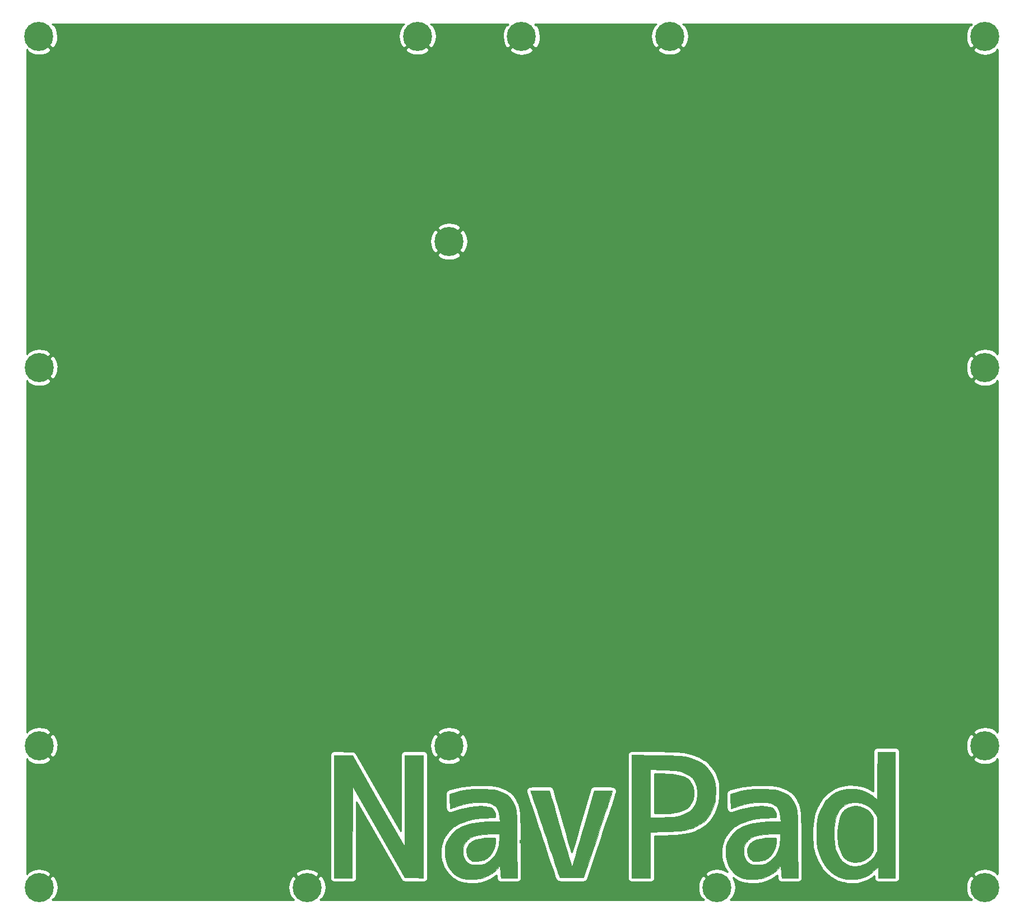
<source format=gtl>
G04 #@! TF.GenerationSoftware,KiCad,Pcbnew,5.1.4*
G04 #@! TF.CreationDate,2019-11-02T22:35:18+09:00*
G04 #@! TF.ProjectId,Navpad_bottom-32u4,4e617670-6164-45f6-926f-74746f6d2d33,rev?*
G04 #@! TF.SameCoordinates,Original*
G04 #@! TF.FileFunction,Copper,L1,Top*
G04 #@! TF.FilePolarity,Positive*
%FSLAX46Y46*%
G04 Gerber Fmt 4.6, Leading zero omitted, Abs format (unit mm)*
G04 Created by KiCad (PCBNEW 5.1.4) date 2019-11-02 22:35:18*
%MOMM*%
%LPD*%
G04 APERTURE LIST*
%ADD10C,0.010000*%
%ADD11C,4.400000*%
%ADD12C,0.600000*%
%ADD13C,0.254000*%
G04 APERTURE END LIST*
D10*
G36*
X127042333Y-144745207D02*
G01*
X127829671Y-144756435D01*
X128479607Y-144787840D01*
X129023378Y-144844290D01*
X129492221Y-144930652D01*
X129917374Y-145051796D01*
X130330073Y-145212588D01*
X130481779Y-145281194D01*
X131041667Y-145598906D01*
X131490644Y-145988424D01*
X131848047Y-146474588D01*
X132133208Y-147082240D01*
X132310896Y-147631191D01*
X132349903Y-147776140D01*
X132383130Y-147919106D01*
X132411137Y-148074700D01*
X132434487Y-148257529D01*
X132453740Y-148482203D01*
X132469456Y-148763333D01*
X132482197Y-149115526D01*
X132492523Y-149553393D01*
X132500996Y-150091543D01*
X132508176Y-150744585D01*
X132514624Y-151527129D01*
X132520901Y-152453784D01*
X132525672Y-153225500D01*
X132555585Y-158157334D01*
X130113349Y-158157334D01*
X130059508Y-157764516D01*
X130029956Y-157457923D01*
X130010399Y-157080639D01*
X130005666Y-156820938D01*
X130005666Y-156270177D01*
X129508776Y-156811589D01*
X128857766Y-157400237D01*
X128106373Y-157868673D01*
X127381000Y-158165563D01*
X126855396Y-158287724D01*
X126242844Y-158362128D01*
X125602841Y-158386825D01*
X124994887Y-158359870D01*
X124478478Y-158279314D01*
X124413354Y-158262695D01*
X123689646Y-157982766D01*
X123058485Y-157569066D01*
X122529732Y-157035594D01*
X122113243Y-156396352D01*
X121818878Y-155665337D01*
X121656495Y-154856551D01*
X121626388Y-154305000D01*
X121665888Y-153869005D01*
X124336703Y-153869005D01*
X124348927Y-154220534D01*
X124350258Y-154243223D01*
X124388870Y-154613945D01*
X124452531Y-154942813D01*
X124527898Y-155163849D01*
X124751640Y-155491742D01*
X125053393Y-155805034D01*
X125371846Y-156043237D01*
X125473123Y-156096415D01*
X125751618Y-156167017D01*
X126142856Y-156193859D01*
X126596818Y-156179887D01*
X127063483Y-156128048D01*
X127492831Y-156041290D01*
X127740550Y-155962847D01*
X128301184Y-155661336D01*
X128810852Y-155224916D01*
X129242494Y-154686315D01*
X129569053Y-154078262D01*
X129741193Y-153543000D01*
X129786611Y-153262046D01*
X129825708Y-152879405D01*
X129852088Y-152462722D01*
X129857294Y-152315334D01*
X129878666Y-151511000D01*
X128570774Y-151534196D01*
X127594415Y-151581851D01*
X126766473Y-151690372D01*
X126075712Y-151864193D01*
X125510898Y-152107744D01*
X125060794Y-152425459D01*
X124714166Y-152821770D01*
X124538371Y-153124953D01*
X124420042Y-153388882D01*
X124356613Y-153614344D01*
X124336703Y-153869005D01*
X121665888Y-153869005D01*
X121703438Y-153454543D01*
X121931697Y-152674563D01*
X122305688Y-151971323D01*
X122819934Y-151351089D01*
X123468957Y-150820125D01*
X124247281Y-150384695D01*
X125149427Y-150051065D01*
X125407054Y-149980889D01*
X125888155Y-149881763D01*
X126495990Y-149791869D01*
X127188038Y-149715322D01*
X127921777Y-149656239D01*
X128654685Y-149618734D01*
X129272057Y-149606837D01*
X129935447Y-149606000D01*
X129874293Y-148949834D01*
X129790906Y-148343678D01*
X129658867Y-147875915D01*
X129463977Y-147519145D01*
X129192042Y-147245971D01*
X128896329Y-147062415D01*
X128406394Y-146884662D01*
X127788935Y-146779038D01*
X127068907Y-146744032D01*
X126271270Y-146778133D01*
X125420981Y-146879831D01*
X124542997Y-147047614D01*
X123662277Y-147279971D01*
X123279950Y-147402403D01*
X122944171Y-147513786D01*
X122669030Y-147600711D01*
X122493714Y-147651013D01*
X122454450Y-147658667D01*
X122428826Y-147579255D01*
X122407535Y-147362010D01*
X122392549Y-147038412D01*
X122385842Y-146639944D01*
X122385666Y-146561402D01*
X122385666Y-145464137D01*
X122937681Y-145293637D01*
X123698857Y-145080024D01*
X124428396Y-144924755D01*
X125174155Y-144821434D01*
X125983995Y-144763669D01*
X126905773Y-144745064D01*
X127042333Y-144745207D01*
X127042333Y-144745207D01*
G37*
X127042333Y-144745207D02*
X127829671Y-144756435D01*
X128479607Y-144787840D01*
X129023378Y-144844290D01*
X129492221Y-144930652D01*
X129917374Y-145051796D01*
X130330073Y-145212588D01*
X130481779Y-145281194D01*
X131041667Y-145598906D01*
X131490644Y-145988424D01*
X131848047Y-146474588D01*
X132133208Y-147082240D01*
X132310896Y-147631191D01*
X132349903Y-147776140D01*
X132383130Y-147919106D01*
X132411137Y-148074700D01*
X132434487Y-148257529D01*
X132453740Y-148482203D01*
X132469456Y-148763333D01*
X132482197Y-149115526D01*
X132492523Y-149553393D01*
X132500996Y-150091543D01*
X132508176Y-150744585D01*
X132514624Y-151527129D01*
X132520901Y-152453784D01*
X132525672Y-153225500D01*
X132555585Y-158157334D01*
X130113349Y-158157334D01*
X130059508Y-157764516D01*
X130029956Y-157457923D01*
X130010399Y-157080639D01*
X130005666Y-156820938D01*
X130005666Y-156270177D01*
X129508776Y-156811589D01*
X128857766Y-157400237D01*
X128106373Y-157868673D01*
X127381000Y-158165563D01*
X126855396Y-158287724D01*
X126242844Y-158362128D01*
X125602841Y-158386825D01*
X124994887Y-158359870D01*
X124478478Y-158279314D01*
X124413354Y-158262695D01*
X123689646Y-157982766D01*
X123058485Y-157569066D01*
X122529732Y-157035594D01*
X122113243Y-156396352D01*
X121818878Y-155665337D01*
X121656495Y-154856551D01*
X121626388Y-154305000D01*
X121665888Y-153869005D01*
X124336703Y-153869005D01*
X124348927Y-154220534D01*
X124350258Y-154243223D01*
X124388870Y-154613945D01*
X124452531Y-154942813D01*
X124527898Y-155163849D01*
X124751640Y-155491742D01*
X125053393Y-155805034D01*
X125371846Y-156043237D01*
X125473123Y-156096415D01*
X125751618Y-156167017D01*
X126142856Y-156193859D01*
X126596818Y-156179887D01*
X127063483Y-156128048D01*
X127492831Y-156041290D01*
X127740550Y-155962847D01*
X128301184Y-155661336D01*
X128810852Y-155224916D01*
X129242494Y-154686315D01*
X129569053Y-154078262D01*
X129741193Y-153543000D01*
X129786611Y-153262046D01*
X129825708Y-152879405D01*
X129852088Y-152462722D01*
X129857294Y-152315334D01*
X129878666Y-151511000D01*
X128570774Y-151534196D01*
X127594415Y-151581851D01*
X126766473Y-151690372D01*
X126075712Y-151864193D01*
X125510898Y-152107744D01*
X125060794Y-152425459D01*
X124714166Y-152821770D01*
X124538371Y-153124953D01*
X124420042Y-153388882D01*
X124356613Y-153614344D01*
X124336703Y-153869005D01*
X121665888Y-153869005D01*
X121703438Y-153454543D01*
X121931697Y-152674563D01*
X122305688Y-151971323D01*
X122819934Y-151351089D01*
X123468957Y-150820125D01*
X124247281Y-150384695D01*
X125149427Y-150051065D01*
X125407054Y-149980889D01*
X125888155Y-149881763D01*
X126495990Y-149791869D01*
X127188038Y-149715322D01*
X127921777Y-149656239D01*
X128654685Y-149618734D01*
X129272057Y-149606837D01*
X129935447Y-149606000D01*
X129874293Y-148949834D01*
X129790906Y-148343678D01*
X129658867Y-147875915D01*
X129463977Y-147519145D01*
X129192042Y-147245971D01*
X128896329Y-147062415D01*
X128406394Y-146884662D01*
X127788935Y-146779038D01*
X127068907Y-146744032D01*
X126271270Y-146778133D01*
X125420981Y-146879831D01*
X124542997Y-147047614D01*
X123662277Y-147279971D01*
X123279950Y-147402403D01*
X122944171Y-147513786D01*
X122669030Y-147600711D01*
X122493714Y-147651013D01*
X122454450Y-147658667D01*
X122428826Y-147579255D01*
X122407535Y-147362010D01*
X122392549Y-147038412D01*
X122385842Y-146639944D01*
X122385666Y-146561402D01*
X122385666Y-145464137D01*
X122937681Y-145293637D01*
X123698857Y-145080024D01*
X124428396Y-144924755D01*
X125174155Y-144821434D01*
X125983995Y-144763669D01*
X126905773Y-144745064D01*
X127042333Y-144745207D01*
G36*
X169460333Y-144745207D02*
G01*
X170247671Y-144756435D01*
X170897607Y-144787840D01*
X171441378Y-144844290D01*
X171910221Y-144930652D01*
X172335374Y-145051796D01*
X172748073Y-145212588D01*
X172899779Y-145281194D01*
X173459667Y-145598906D01*
X173908644Y-145988424D01*
X174266047Y-146474588D01*
X174551208Y-147082240D01*
X174728896Y-147631191D01*
X174767903Y-147776140D01*
X174801130Y-147919106D01*
X174829137Y-148074700D01*
X174852487Y-148257529D01*
X174871740Y-148482203D01*
X174887456Y-148763333D01*
X174900197Y-149115526D01*
X174910523Y-149553393D01*
X174918996Y-150091543D01*
X174926176Y-150744585D01*
X174932624Y-151527129D01*
X174938901Y-152453784D01*
X174943672Y-153225500D01*
X174973585Y-158157334D01*
X172531349Y-158157334D01*
X172477508Y-157764516D01*
X172447956Y-157457923D01*
X172428399Y-157080639D01*
X172423666Y-156820938D01*
X172423666Y-156270177D01*
X171926776Y-156811589D01*
X171275766Y-157400237D01*
X170524373Y-157868673D01*
X169799000Y-158165563D01*
X169273396Y-158287724D01*
X168660844Y-158362128D01*
X168020841Y-158386825D01*
X167412887Y-158359870D01*
X166896478Y-158279314D01*
X166831354Y-158262695D01*
X166107646Y-157982766D01*
X165476485Y-157569066D01*
X164947732Y-157035594D01*
X164531243Y-156396352D01*
X164236878Y-155665337D01*
X164074495Y-154856551D01*
X164044388Y-154305000D01*
X164083888Y-153869005D01*
X166754703Y-153869005D01*
X166766927Y-154220534D01*
X166768258Y-154243223D01*
X166806870Y-154613945D01*
X166870531Y-154942813D01*
X166945898Y-155163849D01*
X167169640Y-155491742D01*
X167471393Y-155805034D01*
X167789846Y-156043237D01*
X167891123Y-156096415D01*
X168169618Y-156167017D01*
X168560856Y-156193859D01*
X169014818Y-156179887D01*
X169481483Y-156128048D01*
X169910831Y-156041290D01*
X170158550Y-155962847D01*
X170719184Y-155661336D01*
X171228852Y-155224916D01*
X171660494Y-154686315D01*
X171987053Y-154078262D01*
X172159193Y-153543000D01*
X172204611Y-153262046D01*
X172243708Y-152879405D01*
X172270088Y-152462722D01*
X172275294Y-152315334D01*
X172296666Y-151511000D01*
X170988774Y-151534196D01*
X170012415Y-151581851D01*
X169184473Y-151690372D01*
X168493712Y-151864193D01*
X167928898Y-152107744D01*
X167478794Y-152425459D01*
X167132166Y-152821770D01*
X166956371Y-153124953D01*
X166838042Y-153388882D01*
X166774613Y-153614344D01*
X166754703Y-153869005D01*
X164083888Y-153869005D01*
X164121438Y-153454543D01*
X164349697Y-152674563D01*
X164723688Y-151971323D01*
X165237934Y-151351089D01*
X165886957Y-150820125D01*
X166665281Y-150384695D01*
X167567427Y-150051065D01*
X167825054Y-149980889D01*
X168306155Y-149881763D01*
X168913990Y-149791869D01*
X169606038Y-149715322D01*
X170339777Y-149656239D01*
X171072685Y-149618734D01*
X171690057Y-149606837D01*
X172353447Y-149606000D01*
X172292293Y-148949834D01*
X172208906Y-148343678D01*
X172076867Y-147875915D01*
X171881977Y-147519145D01*
X171610042Y-147245971D01*
X171314329Y-147062415D01*
X170824394Y-146884662D01*
X170206935Y-146779038D01*
X169486907Y-146744032D01*
X168689270Y-146778133D01*
X167838981Y-146879831D01*
X166960997Y-147047614D01*
X166080277Y-147279971D01*
X165697950Y-147402403D01*
X165362171Y-147513786D01*
X165087030Y-147600711D01*
X164911714Y-147651013D01*
X164872450Y-147658667D01*
X164846826Y-147579255D01*
X164825535Y-147362010D01*
X164810549Y-147038412D01*
X164803842Y-146639944D01*
X164803666Y-146561402D01*
X164803666Y-145464137D01*
X165355681Y-145293637D01*
X166116857Y-145080024D01*
X166846396Y-144924755D01*
X167592155Y-144821434D01*
X168401995Y-144763669D01*
X169323773Y-144745064D01*
X169460333Y-144745207D01*
X169460333Y-144745207D01*
G37*
X169460333Y-144745207D02*
X170247671Y-144756435D01*
X170897607Y-144787840D01*
X171441378Y-144844290D01*
X171910221Y-144930652D01*
X172335374Y-145051796D01*
X172748073Y-145212588D01*
X172899779Y-145281194D01*
X173459667Y-145598906D01*
X173908644Y-145988424D01*
X174266047Y-146474588D01*
X174551208Y-147082240D01*
X174728896Y-147631191D01*
X174767903Y-147776140D01*
X174801130Y-147919106D01*
X174829137Y-148074700D01*
X174852487Y-148257529D01*
X174871740Y-148482203D01*
X174887456Y-148763333D01*
X174900197Y-149115526D01*
X174910523Y-149553393D01*
X174918996Y-150091543D01*
X174926176Y-150744585D01*
X174932624Y-151527129D01*
X174938901Y-152453784D01*
X174943672Y-153225500D01*
X174973585Y-158157334D01*
X172531349Y-158157334D01*
X172477508Y-157764516D01*
X172447956Y-157457923D01*
X172428399Y-157080639D01*
X172423666Y-156820938D01*
X172423666Y-156270177D01*
X171926776Y-156811589D01*
X171275766Y-157400237D01*
X170524373Y-157868673D01*
X169799000Y-158165563D01*
X169273396Y-158287724D01*
X168660844Y-158362128D01*
X168020841Y-158386825D01*
X167412887Y-158359870D01*
X166896478Y-158279314D01*
X166831354Y-158262695D01*
X166107646Y-157982766D01*
X165476485Y-157569066D01*
X164947732Y-157035594D01*
X164531243Y-156396352D01*
X164236878Y-155665337D01*
X164074495Y-154856551D01*
X164044388Y-154305000D01*
X164083888Y-153869005D01*
X166754703Y-153869005D01*
X166766927Y-154220534D01*
X166768258Y-154243223D01*
X166806870Y-154613945D01*
X166870531Y-154942813D01*
X166945898Y-155163849D01*
X167169640Y-155491742D01*
X167471393Y-155805034D01*
X167789846Y-156043237D01*
X167891123Y-156096415D01*
X168169618Y-156167017D01*
X168560856Y-156193859D01*
X169014818Y-156179887D01*
X169481483Y-156128048D01*
X169910831Y-156041290D01*
X170158550Y-155962847D01*
X170719184Y-155661336D01*
X171228852Y-155224916D01*
X171660494Y-154686315D01*
X171987053Y-154078262D01*
X172159193Y-153543000D01*
X172204611Y-153262046D01*
X172243708Y-152879405D01*
X172270088Y-152462722D01*
X172275294Y-152315334D01*
X172296666Y-151511000D01*
X170988774Y-151534196D01*
X170012415Y-151581851D01*
X169184473Y-151690372D01*
X168493712Y-151864193D01*
X167928898Y-152107744D01*
X167478794Y-152425459D01*
X167132166Y-152821770D01*
X166956371Y-153124953D01*
X166838042Y-153388882D01*
X166774613Y-153614344D01*
X166754703Y-153869005D01*
X164083888Y-153869005D01*
X164121438Y-153454543D01*
X164349697Y-152674563D01*
X164723688Y-151971323D01*
X165237934Y-151351089D01*
X165886957Y-150820125D01*
X166665281Y-150384695D01*
X167567427Y-150051065D01*
X167825054Y-149980889D01*
X168306155Y-149881763D01*
X168913990Y-149791869D01*
X169606038Y-149715322D01*
X170339777Y-149656239D01*
X171072685Y-149618734D01*
X171690057Y-149606837D01*
X172353447Y-149606000D01*
X172292293Y-148949834D01*
X172208906Y-148343678D01*
X172076867Y-147875915D01*
X171881977Y-147519145D01*
X171610042Y-147245971D01*
X171314329Y-147062415D01*
X170824394Y-146884662D01*
X170206935Y-146779038D01*
X169486907Y-146744032D01*
X168689270Y-146778133D01*
X167838981Y-146879831D01*
X166960997Y-147047614D01*
X166080277Y-147279971D01*
X165697950Y-147402403D01*
X165362171Y-147513786D01*
X165087030Y-147600711D01*
X164911714Y-147651013D01*
X164872450Y-147658667D01*
X164846826Y-147579255D01*
X164825535Y-147362010D01*
X164810549Y-147038412D01*
X164803842Y-146639944D01*
X164803666Y-146561402D01*
X164803666Y-145464137D01*
X165355681Y-145293637D01*
X166116857Y-145080024D01*
X166846396Y-144924755D01*
X167592155Y-144821434D01*
X168401995Y-144763669D01*
X169323773Y-144745064D01*
X169460333Y-144745207D01*
G36*
X189695666Y-158157334D02*
G01*
X187155666Y-158157334D01*
X187155666Y-157353000D01*
X187150697Y-157007372D01*
X187137341Y-156736141D01*
X187117924Y-156576077D01*
X187104770Y-156548667D01*
X187024421Y-156602523D01*
X186851088Y-156746997D01*
X186614905Y-156956448D01*
X186475507Y-157084146D01*
X185774182Y-157645579D01*
X185056548Y-158043680D01*
X184311921Y-158284355D01*
X184299843Y-158286935D01*
X183699421Y-158372499D01*
X183040375Y-158397814D01*
X182396796Y-158363176D01*
X181876272Y-158277222D01*
X181069544Y-157996794D01*
X180326214Y-157568177D01*
X179656633Y-157003994D01*
X179071150Y-156316865D01*
X178580117Y-155519411D01*
X178193883Y-154624255D01*
X177922799Y-153644017D01*
X177876413Y-153399746D01*
X177809718Y-152860567D01*
X177772880Y-152217197D01*
X177764641Y-151514387D01*
X177773399Y-151185399D01*
X180404865Y-151185399D01*
X180411789Y-152021589D01*
X180478043Y-152834625D01*
X180600364Y-153562511D01*
X180635375Y-153708588D01*
X180904201Y-154490209D01*
X181273383Y-155144566D01*
X181734058Y-155665948D01*
X182277361Y-156048643D01*
X182894426Y-156286940D01*
X183576389Y-156375128D01*
X184314385Y-156307494D01*
X184576711Y-156247931D01*
X185270716Y-155983236D01*
X185885993Y-155579471D01*
X186398652Y-155055431D01*
X186718508Y-154562865D01*
X186944000Y-154135667D01*
X186944000Y-148971000D01*
X186718508Y-148543802D01*
X186308744Y-147942295D01*
X185782974Y-147447447D01*
X185166922Y-147073255D01*
X184486312Y-146833714D01*
X183766866Y-146742821D01*
X183430333Y-146754747D01*
X182723799Y-146878693D01*
X182119340Y-147121122D01*
X181612457Y-147487534D01*
X181198655Y-147983432D01*
X180873435Y-148614317D01*
X180632300Y-149385693D01*
X180470754Y-150303060D01*
X180460536Y-150388050D01*
X180404865Y-151185399D01*
X177773399Y-151185399D01*
X177783742Y-150796888D01*
X177828927Y-150109449D01*
X177898936Y-149496821D01*
X177992512Y-149003754D01*
X178000929Y-148971000D01*
X178175646Y-148426889D01*
X178415378Y-147845128D01*
X178695275Y-147276087D01*
X178990490Y-146770137D01*
X179276172Y-146377648D01*
X179285839Y-146366416D01*
X179928139Y-145751283D01*
X180665098Y-145273538D01*
X181485210Y-144938650D01*
X182376967Y-144752088D01*
X182749137Y-144720323D01*
X183711143Y-144744571D01*
X184606449Y-144922864D01*
X185445647Y-145258587D01*
X186239330Y-145755120D01*
X186414293Y-145890610D01*
X186944000Y-146315752D01*
X186966075Y-142711543D01*
X186988151Y-139107334D01*
X189695666Y-139107334D01*
X189695666Y-158157334D01*
X189695666Y-158157334D01*
G37*
X189695666Y-158157334D02*
X187155666Y-158157334D01*
X187155666Y-157353000D01*
X187150697Y-157007372D01*
X187137341Y-156736141D01*
X187117924Y-156576077D01*
X187104770Y-156548667D01*
X187024421Y-156602523D01*
X186851088Y-156746997D01*
X186614905Y-156956448D01*
X186475507Y-157084146D01*
X185774182Y-157645579D01*
X185056548Y-158043680D01*
X184311921Y-158284355D01*
X184299843Y-158286935D01*
X183699421Y-158372499D01*
X183040375Y-158397814D01*
X182396796Y-158363176D01*
X181876272Y-158277222D01*
X181069544Y-157996794D01*
X180326214Y-157568177D01*
X179656633Y-157003994D01*
X179071150Y-156316865D01*
X178580117Y-155519411D01*
X178193883Y-154624255D01*
X177922799Y-153644017D01*
X177876413Y-153399746D01*
X177809718Y-152860567D01*
X177772880Y-152217197D01*
X177764641Y-151514387D01*
X177773399Y-151185399D01*
X180404865Y-151185399D01*
X180411789Y-152021589D01*
X180478043Y-152834625D01*
X180600364Y-153562511D01*
X180635375Y-153708588D01*
X180904201Y-154490209D01*
X181273383Y-155144566D01*
X181734058Y-155665948D01*
X182277361Y-156048643D01*
X182894426Y-156286940D01*
X183576389Y-156375128D01*
X184314385Y-156307494D01*
X184576711Y-156247931D01*
X185270716Y-155983236D01*
X185885993Y-155579471D01*
X186398652Y-155055431D01*
X186718508Y-154562865D01*
X186944000Y-154135667D01*
X186944000Y-148971000D01*
X186718508Y-148543802D01*
X186308744Y-147942295D01*
X185782974Y-147447447D01*
X185166922Y-147073255D01*
X184486312Y-146833714D01*
X183766866Y-146742821D01*
X183430333Y-146754747D01*
X182723799Y-146878693D01*
X182119340Y-147121122D01*
X181612457Y-147487534D01*
X181198655Y-147983432D01*
X180873435Y-148614317D01*
X180632300Y-149385693D01*
X180470754Y-150303060D01*
X180460536Y-150388050D01*
X180404865Y-151185399D01*
X177773399Y-151185399D01*
X177783742Y-150796888D01*
X177828927Y-150109449D01*
X177898936Y-149496821D01*
X177992512Y-149003754D01*
X178000929Y-148971000D01*
X178175646Y-148426889D01*
X178415378Y-147845128D01*
X178695275Y-147276087D01*
X178990490Y-146770137D01*
X179276172Y-146377648D01*
X179285839Y-146366416D01*
X179928139Y-145751283D01*
X180665098Y-145273538D01*
X181485210Y-144938650D01*
X182376967Y-144752088D01*
X182749137Y-144720323D01*
X183711143Y-144744571D01*
X184606449Y-144922864D01*
X185445647Y-145258587D01*
X186239330Y-145755120D01*
X186414293Y-145890610D01*
X186944000Y-146315752D01*
X186966075Y-142711543D01*
X186988151Y-139107334D01*
X189695666Y-139107334D01*
X189695666Y-158157334D01*
G36*
X107683149Y-139657667D02*
G01*
X111626574Y-146550617D01*
X115570000Y-153443567D01*
X115591661Y-146529450D01*
X115613323Y-139615334D01*
X118406333Y-139615334D01*
X118406333Y-158161428D01*
X117004379Y-158138214D01*
X115602426Y-158115000D01*
X107696000Y-144314334D01*
X107652676Y-158157334D01*
X104944333Y-158157334D01*
X104944333Y-139611139D01*
X107683149Y-139657667D01*
X107683149Y-139657667D01*
G37*
X107683149Y-139657667D02*
X111626574Y-146550617D01*
X115570000Y-153443567D01*
X115591661Y-146529450D01*
X115613323Y-139615334D01*
X118406333Y-139615334D01*
X118406333Y-158161428D01*
X117004379Y-158138214D01*
X115602426Y-158115000D01*
X107696000Y-144314334D01*
X107652676Y-158157334D01*
X104944333Y-158157334D01*
X104944333Y-139611139D01*
X107683149Y-139657667D01*
G36*
X137527848Y-145237165D02*
G01*
X137708013Y-145884504D01*
X137911832Y-146607824D01*
X138134954Y-147392347D01*
X138373029Y-148223294D01*
X138621705Y-149085886D01*
X138876632Y-149965344D01*
X139133461Y-150846889D01*
X139387841Y-151715744D01*
X139635420Y-152557129D01*
X139871849Y-153356265D01*
X140092778Y-154098374D01*
X140293855Y-154768676D01*
X140470731Y-155352394D01*
X140619055Y-155834749D01*
X140734476Y-156200961D01*
X140812645Y-156436252D01*
X140849210Y-156525844D01*
X140850881Y-156525724D01*
X140882766Y-156428876D01*
X140957211Y-156182488D01*
X141070353Y-155799861D01*
X141218329Y-155294300D01*
X141397275Y-154679110D01*
X141603329Y-153967594D01*
X141832628Y-153173055D01*
X142081308Y-152308798D01*
X142345508Y-151388127D01*
X142546586Y-150685846D01*
X144187333Y-144950025D01*
X145563166Y-144949679D01*
X146103614Y-144952755D01*
X146492903Y-144963221D01*
X146749101Y-144982468D01*
X146890275Y-145011885D01*
X146934494Y-145052862D01*
X146934487Y-145055167D01*
X146907320Y-145150089D01*
X146829955Y-145393207D01*
X146706451Y-145772309D01*
X146540866Y-146275186D01*
X146337261Y-146889628D01*
X146099694Y-147603423D01*
X145832225Y-148404363D01*
X145538913Y-149280237D01*
X145223817Y-150218834D01*
X144890996Y-151207944D01*
X144746058Y-151638000D01*
X142562142Y-158115000D01*
X140780931Y-158137822D01*
X140185741Y-158144462D01*
X139738029Y-158146049D01*
X139415978Y-158141077D01*
X139197771Y-158128039D01*
X139061589Y-158105428D01*
X138985615Y-158071739D01*
X138948031Y-158025464D01*
X138941715Y-158010822D01*
X138897205Y-157885468D01*
X138805284Y-157618171D01*
X138670868Y-157223577D01*
X138498872Y-156716329D01*
X138294213Y-156111073D01*
X138061806Y-155422454D01*
X137806567Y-154665117D01*
X137533413Y-153853706D01*
X137247259Y-153002867D01*
X136953021Y-152127244D01*
X136655615Y-151241483D01*
X136359957Y-150360228D01*
X136070964Y-149498124D01*
X135793550Y-148669816D01*
X135532632Y-147889949D01*
X135293126Y-147173168D01*
X135079949Y-146534117D01*
X134898014Y-145987442D01*
X134752240Y-145547788D01*
X134647541Y-145229800D01*
X134588834Y-145048121D01*
X134577666Y-145010071D01*
X134657741Y-144990114D01*
X134879613Y-144972913D01*
X135215755Y-144959634D01*
X135638638Y-144951442D01*
X136013020Y-144949334D01*
X137448373Y-144949334D01*
X137527848Y-145237165D01*
X137527848Y-145237165D01*
G37*
X137527848Y-145237165D02*
X137708013Y-145884504D01*
X137911832Y-146607824D01*
X138134954Y-147392347D01*
X138373029Y-148223294D01*
X138621705Y-149085886D01*
X138876632Y-149965344D01*
X139133461Y-150846889D01*
X139387841Y-151715744D01*
X139635420Y-152557129D01*
X139871849Y-153356265D01*
X140092778Y-154098374D01*
X140293855Y-154768676D01*
X140470731Y-155352394D01*
X140619055Y-155834749D01*
X140734476Y-156200961D01*
X140812645Y-156436252D01*
X140849210Y-156525844D01*
X140850881Y-156525724D01*
X140882766Y-156428876D01*
X140957211Y-156182488D01*
X141070353Y-155799861D01*
X141218329Y-155294300D01*
X141397275Y-154679110D01*
X141603329Y-153967594D01*
X141832628Y-153173055D01*
X142081308Y-152308798D01*
X142345508Y-151388127D01*
X142546586Y-150685846D01*
X144187333Y-144950025D01*
X145563166Y-144949679D01*
X146103614Y-144952755D01*
X146492903Y-144963221D01*
X146749101Y-144982468D01*
X146890275Y-145011885D01*
X146934494Y-145052862D01*
X146934487Y-145055167D01*
X146907320Y-145150089D01*
X146829955Y-145393207D01*
X146706451Y-145772309D01*
X146540866Y-146275186D01*
X146337261Y-146889628D01*
X146099694Y-147603423D01*
X145832225Y-148404363D01*
X145538913Y-149280237D01*
X145223817Y-150218834D01*
X144890996Y-151207944D01*
X144746058Y-151638000D01*
X142562142Y-158115000D01*
X140780931Y-158137822D01*
X140185741Y-158144462D01*
X139738029Y-158146049D01*
X139415978Y-158141077D01*
X139197771Y-158128039D01*
X139061589Y-158105428D01*
X138985615Y-158071739D01*
X138948031Y-158025464D01*
X138941715Y-158010822D01*
X138897205Y-157885468D01*
X138805284Y-157618171D01*
X138670868Y-157223577D01*
X138498872Y-156716329D01*
X138294213Y-156111073D01*
X138061806Y-155422454D01*
X137806567Y-154665117D01*
X137533413Y-153853706D01*
X137247259Y-153002867D01*
X136953021Y-152127244D01*
X136655615Y-151241483D01*
X136359957Y-150360228D01*
X136070964Y-149498124D01*
X135793550Y-148669816D01*
X135532632Y-147889949D01*
X135293126Y-147173168D01*
X135079949Y-146534117D01*
X134898014Y-145987442D01*
X134752240Y-145547788D01*
X134647541Y-145229800D01*
X134588834Y-145048121D01*
X134577666Y-145010071D01*
X134657741Y-144990114D01*
X134879613Y-144972913D01*
X135215755Y-144959634D01*
X135638638Y-144951442D01*
X136013020Y-144949334D01*
X137448373Y-144949334D01*
X137527848Y-145237165D01*
G36*
X153479500Y-139641315D02*
G01*
X154421618Y-139653204D01*
X155214343Y-139666220D01*
X155877612Y-139682010D01*
X156431364Y-139702217D01*
X156895537Y-139728485D01*
X157290069Y-139762460D01*
X157634899Y-139805785D01*
X157949966Y-139860105D01*
X158255208Y-139927065D01*
X158570562Y-140008308D01*
X158838713Y-140083316D01*
X159722850Y-140412524D01*
X160507331Y-140861043D01*
X161180509Y-141417502D01*
X161730735Y-142070533D01*
X162146362Y-142808767D01*
X162401704Y-143561056D01*
X162482745Y-144041787D01*
X162528701Y-144632468D01*
X162539557Y-145277386D01*
X162515296Y-145920831D01*
X162455905Y-146507089D01*
X162402594Y-146812000D01*
X162238866Y-147377263D01*
X161992421Y-147979153D01*
X161692677Y-148556836D01*
X161369050Y-149049479D01*
X161248371Y-149198917D01*
X160827561Y-149603203D01*
X160289624Y-149996817D01*
X159685287Y-150346777D01*
X159065281Y-150620104D01*
X159058638Y-150622534D01*
X158613307Y-150771604D01*
X158161707Y-150891904D01*
X157677054Y-150986982D01*
X157132568Y-151060390D01*
X156501466Y-151115678D01*
X155756967Y-151156397D01*
X154872288Y-151186096D01*
X154791833Y-151188174D01*
X152696333Y-151241260D01*
X152696333Y-158157334D01*
X149902333Y-158157334D01*
X149902333Y-149013334D01*
X152696333Y-149013334D01*
X154074387Y-149013334D01*
X154610187Y-149007524D01*
X155151751Y-148991547D01*
X155647713Y-148967581D01*
X156046706Y-148937804D01*
X156169887Y-148924478D01*
X157100284Y-148752018D01*
X157892370Y-148482000D01*
X158546513Y-148114038D01*
X159063080Y-147647748D01*
X159442437Y-147082743D01*
X159684950Y-146418638D01*
X159790988Y-145655047D01*
X159787836Y-145121870D01*
X159683134Y-144353959D01*
X159456642Y-143701167D01*
X159104125Y-143156731D01*
X158621347Y-142713890D01*
X158084283Y-142402341D01*
X157727232Y-142250165D01*
X157361033Y-142129154D01*
X156958522Y-142035038D01*
X156492531Y-141963547D01*
X155935894Y-141910412D01*
X155261444Y-141871361D01*
X154537833Y-141844927D01*
X152696333Y-141789908D01*
X152696333Y-149013334D01*
X149902333Y-149013334D01*
X149902333Y-139599820D01*
X153479500Y-139641315D01*
X153479500Y-139641315D01*
G37*
X153479500Y-139641315D02*
X154421618Y-139653204D01*
X155214343Y-139666220D01*
X155877612Y-139682010D01*
X156431364Y-139702217D01*
X156895537Y-139728485D01*
X157290069Y-139762460D01*
X157634899Y-139805785D01*
X157949966Y-139860105D01*
X158255208Y-139927065D01*
X158570562Y-140008308D01*
X158838713Y-140083316D01*
X159722850Y-140412524D01*
X160507331Y-140861043D01*
X161180509Y-141417502D01*
X161730735Y-142070533D01*
X162146362Y-142808767D01*
X162401704Y-143561056D01*
X162482745Y-144041787D01*
X162528701Y-144632468D01*
X162539557Y-145277386D01*
X162515296Y-145920831D01*
X162455905Y-146507089D01*
X162402594Y-146812000D01*
X162238866Y-147377263D01*
X161992421Y-147979153D01*
X161692677Y-148556836D01*
X161369050Y-149049479D01*
X161248371Y-149198917D01*
X160827561Y-149603203D01*
X160289624Y-149996817D01*
X159685287Y-150346777D01*
X159065281Y-150620104D01*
X159058638Y-150622534D01*
X158613307Y-150771604D01*
X158161707Y-150891904D01*
X157677054Y-150986982D01*
X157132568Y-151060390D01*
X156501466Y-151115678D01*
X155756967Y-151156397D01*
X154872288Y-151186096D01*
X154791833Y-151188174D01*
X152696333Y-151241260D01*
X152696333Y-158157334D01*
X149902333Y-158157334D01*
X149902333Y-149013334D01*
X152696333Y-149013334D01*
X154074387Y-149013334D01*
X154610187Y-149007524D01*
X155151751Y-148991547D01*
X155647713Y-148967581D01*
X156046706Y-148937804D01*
X156169887Y-148924478D01*
X157100284Y-148752018D01*
X157892370Y-148482000D01*
X158546513Y-148114038D01*
X159063080Y-147647748D01*
X159442437Y-147082743D01*
X159684950Y-146418638D01*
X159790988Y-145655047D01*
X159787836Y-145121870D01*
X159683134Y-144353959D01*
X159456642Y-143701167D01*
X159104125Y-143156731D01*
X158621347Y-142713890D01*
X158084283Y-142402341D01*
X157727232Y-142250165D01*
X157361033Y-142129154D01*
X156958522Y-142035038D01*
X156492531Y-141963547D01*
X155935894Y-141910412D01*
X155261444Y-141871361D01*
X154537833Y-141844927D01*
X152696333Y-141789908D01*
X152696333Y-149013334D01*
X149902333Y-149013334D01*
X149902333Y-139599820D01*
X153479500Y-139641315D01*
D11*
X122269250Y-61976000D03*
X203231750Y-159607250D03*
X162750500Y-159607250D03*
X100838000Y-159607250D03*
X60356750Y-159607250D03*
X203231750Y-138176000D03*
X122269250Y-138176000D03*
X60356750Y-138176000D03*
X203231750Y-81026000D03*
X60356750Y-81026000D03*
X203231750Y-31019750D03*
X155606750Y-30988000D03*
X133223000Y-31019750D03*
X117506750Y-30988000D03*
X60325000Y-30988000D03*
D12*
X171069000Y-152654000D03*
X90805000Y-152654000D03*
X76581000Y-154178000D03*
X133223000Y-152654000D03*
X128143000Y-152654000D03*
X158369000Y-145288000D03*
X103505000Y-145288000D03*
X185547000Y-153416000D03*
D13*
G36*
X115516973Y-29177831D02*
G01*
X115129732Y-29417976D01*
X114869109Y-29911877D01*
X114709849Y-30447133D01*
X114658072Y-31003174D01*
X114715769Y-31558632D01*
X114880722Y-32092161D01*
X115129732Y-32558024D01*
X115516975Y-32798170D01*
X117327145Y-30988000D01*
X117313003Y-30973858D01*
X117492608Y-30794253D01*
X117506750Y-30808395D01*
X117520893Y-30794253D01*
X117700498Y-30973858D01*
X117686355Y-30988000D01*
X119496525Y-32798170D01*
X119883768Y-32558024D01*
X120144391Y-32064123D01*
X120303651Y-31528867D01*
X120355428Y-30972826D01*
X120297731Y-30417368D01*
X120132778Y-29883839D01*
X119883768Y-29417976D01*
X119496527Y-29177831D01*
X119534608Y-29139750D01*
X131163392Y-29139750D01*
X131233223Y-29209581D01*
X130845982Y-29449726D01*
X130585359Y-29943627D01*
X130426099Y-30478883D01*
X130374322Y-31034924D01*
X130432019Y-31590382D01*
X130596972Y-32123911D01*
X130845982Y-32589774D01*
X131233225Y-32829920D01*
X133043395Y-31019750D01*
X133029253Y-31005608D01*
X133208858Y-30826003D01*
X133223000Y-30840145D01*
X133237143Y-30826003D01*
X133416748Y-31005608D01*
X133402605Y-31019750D01*
X135212775Y-32829920D01*
X135600018Y-32589774D01*
X135860641Y-32095873D01*
X136019901Y-31560617D01*
X136071678Y-31004576D01*
X136013981Y-30449118D01*
X135849028Y-29915589D01*
X135600018Y-29449726D01*
X135212777Y-29209581D01*
X135282608Y-29139750D01*
X153578892Y-29139750D01*
X153616973Y-29177831D01*
X153229732Y-29417976D01*
X152969109Y-29911877D01*
X152809849Y-30447133D01*
X152758072Y-31003174D01*
X152815769Y-31558632D01*
X152980722Y-32092161D01*
X153229732Y-32558024D01*
X153616975Y-32798170D01*
X155427145Y-30988000D01*
X155413003Y-30973858D01*
X155592608Y-30794253D01*
X155606750Y-30808395D01*
X155620893Y-30794253D01*
X155800498Y-30973858D01*
X155786355Y-30988000D01*
X157596525Y-32798170D01*
X157983768Y-32558024D01*
X158244391Y-32064123D01*
X158403651Y-31528867D01*
X158455428Y-30972826D01*
X158397731Y-30417368D01*
X158232778Y-29883839D01*
X157983768Y-29417976D01*
X157596527Y-29177831D01*
X157634608Y-29139750D01*
X201172142Y-29139750D01*
X201241973Y-29209581D01*
X200854732Y-29449726D01*
X200594109Y-29943627D01*
X200434849Y-30478883D01*
X200383072Y-31034924D01*
X200440769Y-31590382D01*
X200605722Y-32123911D01*
X200854732Y-32589774D01*
X201241975Y-32829920D01*
X203052145Y-31019750D01*
X203038003Y-31005608D01*
X203217608Y-30826003D01*
X203231750Y-30840145D01*
X203245893Y-30826003D01*
X203425498Y-31005608D01*
X203411355Y-31019750D01*
X203425498Y-31033893D01*
X203245893Y-31213498D01*
X203231750Y-31199355D01*
X201421580Y-33009525D01*
X201661726Y-33396768D01*
X202155627Y-33657391D01*
X202690883Y-33816651D01*
X203246924Y-33868428D01*
X203802382Y-33810731D01*
X204335911Y-33645778D01*
X204801774Y-33396768D01*
X205041919Y-33009527D01*
X205111751Y-33079359D01*
X205111751Y-78966391D01*
X205041919Y-79036223D01*
X204801774Y-78648982D01*
X204307873Y-78388359D01*
X203772617Y-78229099D01*
X203216576Y-78177322D01*
X202661118Y-78235019D01*
X202127589Y-78399972D01*
X201661726Y-78648982D01*
X201421580Y-79036225D01*
X203231750Y-80846395D01*
X203245893Y-80832253D01*
X203425498Y-81011858D01*
X203411355Y-81026000D01*
X203425498Y-81040143D01*
X203245893Y-81219748D01*
X203231750Y-81205605D01*
X201421580Y-83015775D01*
X201661726Y-83403018D01*
X202155627Y-83663641D01*
X202690883Y-83822901D01*
X203246924Y-83874678D01*
X203802382Y-83816981D01*
X204335911Y-83652028D01*
X204801774Y-83403018D01*
X205041919Y-83015777D01*
X205111751Y-83085609D01*
X205111750Y-136116392D01*
X205041919Y-136186223D01*
X204801774Y-135798982D01*
X204307873Y-135538359D01*
X203772617Y-135379099D01*
X203216576Y-135327322D01*
X202661118Y-135385019D01*
X202127589Y-135549972D01*
X201661726Y-135798982D01*
X201421580Y-136186225D01*
X203231750Y-137996395D01*
X203245893Y-137982253D01*
X203425498Y-138161858D01*
X203411355Y-138176000D01*
X203425498Y-138190143D01*
X203245893Y-138369748D01*
X203231750Y-138355605D01*
X201421580Y-140165775D01*
X201661726Y-140553018D01*
X202155627Y-140813641D01*
X202690883Y-140972901D01*
X203246924Y-141024678D01*
X203802382Y-140966981D01*
X204335911Y-140802028D01*
X204801774Y-140553018D01*
X205041919Y-140165777D01*
X205111750Y-140235608D01*
X205111750Y-157547642D01*
X205041919Y-157617473D01*
X204801774Y-157230232D01*
X204307873Y-156969609D01*
X203772617Y-156810349D01*
X203216576Y-156758572D01*
X202661118Y-156816269D01*
X202127589Y-156981222D01*
X201661726Y-157230232D01*
X201421580Y-157617475D01*
X203231750Y-159427645D01*
X203245893Y-159413503D01*
X203425498Y-159593108D01*
X203411355Y-159607250D01*
X203425498Y-159621393D01*
X203245893Y-159800998D01*
X203231750Y-159786855D01*
X203217608Y-159800998D01*
X203038003Y-159621393D01*
X203052145Y-159607250D01*
X201241975Y-157797080D01*
X200854732Y-158037226D01*
X200594109Y-158531127D01*
X200434849Y-159066383D01*
X200383072Y-159622424D01*
X200440769Y-160177882D01*
X200605722Y-160711411D01*
X200854732Y-161177274D01*
X201241973Y-161417419D01*
X201172142Y-161487250D01*
X164810108Y-161487250D01*
X164740277Y-161417419D01*
X165127518Y-161177274D01*
X165388141Y-160683373D01*
X165547401Y-160148117D01*
X165599178Y-159592076D01*
X165541481Y-159036618D01*
X165376528Y-158503089D01*
X165183742Y-158142414D01*
X165756802Y-158518031D01*
X165757284Y-158518283D01*
X165757707Y-158518623D01*
X165812901Y-158547412D01*
X165867451Y-158575982D01*
X165867966Y-158576134D01*
X165868453Y-158576388D01*
X165876765Y-158579670D01*
X166600473Y-158859599D01*
X166632941Y-158868632D01*
X166664461Y-158880552D01*
X166673104Y-158882822D01*
X166738228Y-158899440D01*
X166763925Y-158903379D01*
X166789016Y-158910228D01*
X166797836Y-158911667D01*
X167314244Y-158992222D01*
X167345087Y-158993982D01*
X167375615Y-158998784D01*
X167384539Y-158999242D01*
X167992493Y-159026197D01*
X168014551Y-159025017D01*
X168036588Y-159026632D01*
X168045520Y-159026349D01*
X168685522Y-159001652D01*
X168707228Y-158998675D01*
X168729137Y-158998474D01*
X168738015Y-158997458D01*
X169350567Y-158923054D01*
X169379804Y-158916559D01*
X169409565Y-158913071D01*
X169418283Y-158911108D01*
X169943887Y-158788947D01*
X169988156Y-158773976D01*
X170033134Y-158761199D01*
X170041427Y-158757871D01*
X170766800Y-158460981D01*
X170810621Y-158437819D01*
X170855340Y-158416451D01*
X170862956Y-158411776D01*
X171614349Y-157943340D01*
X171655829Y-157911464D01*
X171698336Y-157880898D01*
X171705006Y-157874951D01*
X171833948Y-157758361D01*
X171840460Y-157825920D01*
X171842078Y-157834163D01*
X171842284Y-157842562D01*
X171843436Y-157851424D01*
X171897277Y-158244242D01*
X171901165Y-158260557D01*
X171902685Y-158277258D01*
X171915618Y-158321199D01*
X171926234Y-158365746D01*
X171933215Y-158380991D01*
X171937951Y-158397082D01*
X171959171Y-158437672D01*
X171978239Y-158479311D01*
X171988051Y-158492914D01*
X171995820Y-158507774D01*
X172024513Y-158543462D01*
X172051311Y-158580612D01*
X172063577Y-158592048D01*
X172074086Y-158605119D01*
X172109178Y-158634565D01*
X172142669Y-158665790D01*
X172156919Y-158674624D01*
X172169770Y-158685407D01*
X172209911Y-158707475D01*
X172248831Y-158731602D01*
X172264528Y-158737501D01*
X172279226Y-158745581D01*
X172322879Y-158759428D01*
X172365754Y-158775540D01*
X172382304Y-158778278D01*
X172398286Y-158783348D01*
X172443797Y-158788453D01*
X172488984Y-158795930D01*
X172505743Y-158795402D01*
X172522413Y-158797272D01*
X172531349Y-158797334D01*
X174973585Y-158797334D01*
X175035073Y-158791305D01*
X175097320Y-158785259D01*
X175097604Y-158785174D01*
X175097895Y-158785145D01*
X175156747Y-158767376D01*
X175216928Y-158749267D01*
X175217192Y-158749127D01*
X175217470Y-158749043D01*
X175272176Y-158719956D01*
X175327267Y-158690728D01*
X175327494Y-158690543D01*
X175327756Y-158690404D01*
X175375737Y-158651271D01*
X175424135Y-158611873D01*
X175424326Y-158611642D01*
X175424551Y-158611459D01*
X175463620Y-158564232D01*
X175503841Y-158515704D01*
X175503983Y-158515442D01*
X175504169Y-158515217D01*
X175533494Y-158460981D01*
X175563350Y-158405885D01*
X175563438Y-158405600D01*
X175563577Y-158405344D01*
X175581849Y-158346318D01*
X175600395Y-158286598D01*
X175600426Y-158286305D01*
X175600513Y-158286024D01*
X175606979Y-158224499D01*
X175613565Y-158162389D01*
X175613565Y-158161835D01*
X175613569Y-158161802D01*
X175613566Y-158161764D01*
X175613573Y-158153453D01*
X175583660Y-153221618D01*
X175583660Y-153221544D01*
X175578889Y-152449827D01*
X175578886Y-152449798D01*
X175578886Y-152449449D01*
X175572609Y-151522794D01*
X175572603Y-151522739D01*
X175572602Y-151521856D01*
X175572529Y-151512953D01*
X177124642Y-151512953D01*
X177124685Y-151521889D01*
X177132924Y-152224699D01*
X177134029Y-152234755D01*
X177133478Y-152244857D01*
X177133927Y-152253782D01*
X177170765Y-152897152D01*
X177173334Y-152913599D01*
X177173523Y-152930258D01*
X177174559Y-152939134D01*
X177241254Y-153478313D01*
X177244810Y-153494156D01*
X177246043Y-153510355D01*
X177247649Y-153519145D01*
X177294035Y-153763416D01*
X177300188Y-153784386D01*
X177303630Y-153805976D01*
X177305953Y-153814605D01*
X177577036Y-154794843D01*
X177591245Y-154831745D01*
X177602766Y-154869573D01*
X177606249Y-154877802D01*
X177992483Y-155772958D01*
X178012702Y-155809527D01*
X178030512Y-155847336D01*
X178035145Y-155854978D01*
X178526178Y-156652432D01*
X178553228Y-156688040D01*
X178578259Y-156725104D01*
X178584007Y-156731946D01*
X179169490Y-157419074D01*
X179204224Y-157452577D01*
X179237453Y-157487615D01*
X179244247Y-157493420D01*
X179913828Y-158057603D01*
X179956806Y-158087160D01*
X179998809Y-158118092D01*
X180006519Y-158122609D01*
X180749849Y-158551226D01*
X180800631Y-158574228D01*
X180850986Y-158598320D01*
X180859406Y-158601312D01*
X181666134Y-158881740D01*
X181714903Y-158893510D01*
X181763195Y-158907154D01*
X181772001Y-158908671D01*
X182292525Y-158994625D01*
X182323179Y-158996648D01*
X182353481Y-159001709D01*
X182362400Y-159002251D01*
X183005979Y-159036889D01*
X183031015Y-159035787D01*
X183056009Y-159037623D01*
X183064940Y-159037342D01*
X183723986Y-159012027D01*
X183752292Y-159008150D01*
X183780858Y-159007297D01*
X183789713Y-159006098D01*
X184390135Y-158920534D01*
X184407252Y-158916358D01*
X184424786Y-158914621D01*
X184433538Y-158912815D01*
X184445616Y-158910235D01*
X184472539Y-158901665D01*
X184500231Y-158896025D01*
X184508753Y-158893335D01*
X185253380Y-158652660D01*
X185306065Y-158629739D01*
X185359167Y-158607615D01*
X185367011Y-158603334D01*
X186084645Y-158205233D01*
X186125326Y-158177149D01*
X186167134Y-158150742D01*
X186174149Y-158145205D01*
X186515666Y-157871810D01*
X186515666Y-158157334D01*
X186521543Y-158217272D01*
X186527002Y-158277258D01*
X186527636Y-158279413D01*
X186527855Y-158281644D01*
X186545240Y-158339225D01*
X186562268Y-158397082D01*
X186563309Y-158399074D01*
X186563957Y-158401219D01*
X186592242Y-158454416D01*
X186620137Y-158507774D01*
X186621540Y-158509519D01*
X186622596Y-158511505D01*
X186660671Y-158558188D01*
X186698403Y-158605119D01*
X186700125Y-158606564D01*
X186701541Y-158608300D01*
X186747870Y-158646627D01*
X186794087Y-158685407D01*
X186796057Y-158686490D01*
X186797783Y-158687918D01*
X186850675Y-158716517D01*
X186903543Y-158745581D01*
X186905686Y-158746261D01*
X186907656Y-158747326D01*
X186965171Y-158765130D01*
X187022603Y-158783348D01*
X187024831Y-158783598D01*
X187026976Y-158784262D01*
X187086843Y-158790554D01*
X187146730Y-158797272D01*
X187151045Y-158797302D01*
X187151198Y-158797318D01*
X187151351Y-158797304D01*
X187155666Y-158797334D01*
X189695666Y-158797334D01*
X189755604Y-158791457D01*
X189815590Y-158785998D01*
X189817745Y-158785364D01*
X189819976Y-158785145D01*
X189877557Y-158767760D01*
X189935414Y-158750732D01*
X189937406Y-158749691D01*
X189939551Y-158749043D01*
X189992748Y-158720758D01*
X190046106Y-158692863D01*
X190047851Y-158691460D01*
X190049837Y-158690404D01*
X190096520Y-158652329D01*
X190143451Y-158614597D01*
X190144896Y-158612875D01*
X190146632Y-158611459D01*
X190184959Y-158565130D01*
X190223739Y-158518913D01*
X190224822Y-158516943D01*
X190226250Y-158515217D01*
X190254849Y-158462325D01*
X190283913Y-158409457D01*
X190284593Y-158407314D01*
X190285658Y-158405344D01*
X190303462Y-158347829D01*
X190321680Y-158290397D01*
X190321930Y-158288169D01*
X190322594Y-158286024D01*
X190328886Y-158226157D01*
X190335604Y-158166270D01*
X190335634Y-158161955D01*
X190335650Y-158161802D01*
X190335636Y-158161649D01*
X190335666Y-158157334D01*
X190335666Y-139107334D01*
X190329789Y-139047396D01*
X190324330Y-138987410D01*
X190323696Y-138985255D01*
X190323477Y-138983024D01*
X190306092Y-138925443D01*
X190289064Y-138867586D01*
X190288023Y-138865594D01*
X190287375Y-138863449D01*
X190259090Y-138810252D01*
X190231195Y-138756894D01*
X190229792Y-138755149D01*
X190228736Y-138753163D01*
X190190661Y-138706480D01*
X190152929Y-138659549D01*
X190151207Y-138658104D01*
X190149791Y-138656368D01*
X190103462Y-138618041D01*
X190057245Y-138579261D01*
X190055275Y-138578178D01*
X190053549Y-138576750D01*
X190000657Y-138548151D01*
X189947789Y-138519087D01*
X189945646Y-138518407D01*
X189943676Y-138517342D01*
X189886161Y-138499538D01*
X189828729Y-138481320D01*
X189826501Y-138481070D01*
X189824356Y-138480406D01*
X189764489Y-138474114D01*
X189704602Y-138467396D01*
X189700287Y-138467366D01*
X189700134Y-138467350D01*
X189699981Y-138467364D01*
X189695666Y-138467334D01*
X186988151Y-138467334D01*
X186930175Y-138473019D01*
X186872080Y-138477947D01*
X186868029Y-138479112D01*
X186863841Y-138479523D01*
X186808123Y-138496345D01*
X186752042Y-138512478D01*
X186748291Y-138514410D01*
X186744266Y-138515625D01*
X186692834Y-138542971D01*
X186640998Y-138569668D01*
X186637702Y-138572285D01*
X186633980Y-138574264D01*
X186588820Y-138611096D01*
X186543175Y-138647337D01*
X186540445Y-138650550D01*
X186537185Y-138653209D01*
X186500069Y-138698075D01*
X186462303Y-138742527D01*
X186460250Y-138746208D01*
X186457567Y-138749451D01*
X186429882Y-138800654D01*
X186401459Y-138851612D01*
X186400159Y-138855625D01*
X186398159Y-138859324D01*
X186380931Y-138914977D01*
X186362964Y-138970439D01*
X186362469Y-138974618D01*
X186361223Y-138978644D01*
X186355132Y-139036602D01*
X186348280Y-139094478D01*
X186348171Y-139102831D01*
X186348167Y-139102866D01*
X186348170Y-139102897D01*
X186348163Y-139103414D01*
X186326087Y-142707623D01*
X186311768Y-145045513D01*
X185785083Y-144716016D01*
X185737985Y-144692605D01*
X185691637Y-144667749D01*
X185683364Y-144664373D01*
X184844166Y-144328650D01*
X184791987Y-144313487D01*
X184740197Y-144296995D01*
X184731445Y-144295189D01*
X183836139Y-144116896D01*
X183786069Y-144111932D01*
X183736202Y-144105061D01*
X183727270Y-144104774D01*
X182765264Y-144080526D01*
X182734480Y-144082763D01*
X182703619Y-144081943D01*
X182694710Y-144082641D01*
X182322540Y-144114406D01*
X182288812Y-144120644D01*
X182254671Y-144123881D01*
X182245912Y-144125650D01*
X181354155Y-144312212D01*
X181303078Y-144328234D01*
X181251560Y-144342824D01*
X181243264Y-144346145D01*
X180423152Y-144681033D01*
X180374102Y-144706908D01*
X180324493Y-144731700D01*
X180316961Y-144736509D01*
X179580002Y-145214254D01*
X179536349Y-145249044D01*
X179491968Y-145282929D01*
X179485471Y-145289065D01*
X178843171Y-145904198D01*
X178825980Y-145924229D01*
X178806636Y-145942193D01*
X178800760Y-145948925D01*
X178791093Y-145960157D01*
X178778645Y-145977857D01*
X178764037Y-145993827D01*
X178758729Y-146001015D01*
X178473047Y-146393504D01*
X178458917Y-146417539D01*
X178442265Y-146439910D01*
X178437708Y-146447597D01*
X178142493Y-146953546D01*
X178134851Y-146970189D01*
X178124987Y-146985618D01*
X178120987Y-146993609D01*
X177841090Y-147562650D01*
X177835191Y-147578353D01*
X177827112Y-147593050D01*
X177823650Y-147601288D01*
X177583918Y-148183050D01*
X177577786Y-148203366D01*
X177569081Y-148222733D01*
X177566290Y-148231222D01*
X177391573Y-148775333D01*
X177388507Y-148789512D01*
X177383353Y-148803071D01*
X177381069Y-148811711D01*
X177372652Y-148844465D01*
X177370195Y-148860314D01*
X177365462Y-148875655D01*
X177363735Y-148884423D01*
X177270159Y-149377490D01*
X177268438Y-149396596D01*
X177264151Y-149415286D01*
X177263074Y-149424157D01*
X177193065Y-150036785D01*
X177192889Y-150047758D01*
X177190953Y-150058560D01*
X177190305Y-150067473D01*
X177145120Y-150754912D01*
X177145378Y-150762950D01*
X177144268Y-150770924D01*
X177143969Y-150779856D01*
X177133626Y-151168367D01*
X177124868Y-151497356D01*
X177125424Y-151505159D01*
X177124642Y-151512953D01*
X175572529Y-151512953D01*
X175566154Y-150739312D01*
X175566144Y-150739217D01*
X175566137Y-150737548D01*
X175558957Y-150084507D01*
X175558942Y-150084373D01*
X175558917Y-150081468D01*
X175550444Y-149543318D01*
X175550426Y-149543160D01*
X175550345Y-149538305D01*
X175540019Y-149100437D01*
X175540013Y-149100385D01*
X175539779Y-149092388D01*
X175527038Y-148740195D01*
X175526792Y-148738372D01*
X175526895Y-148736536D01*
X175526458Y-148727611D01*
X175510742Y-148446481D01*
X175509972Y-148441506D01*
X175510104Y-148436468D01*
X175509403Y-148427559D01*
X175490150Y-148202886D01*
X175488537Y-148194180D01*
X175488401Y-148185322D01*
X175487330Y-148176450D01*
X175463980Y-147993621D01*
X175461326Y-147982014D01*
X175460536Y-147970128D01*
X175459014Y-147961322D01*
X175431007Y-147805728D01*
X175427835Y-147794521D01*
X175426478Y-147782942D01*
X175424515Y-147774223D01*
X175391288Y-147631258D01*
X175389173Y-147625003D01*
X175388178Y-147618473D01*
X175385916Y-147609828D01*
X175346909Y-147464878D01*
X175342809Y-147454006D01*
X175340485Y-147442620D01*
X175337792Y-147434099D01*
X175160104Y-146885148D01*
X175145819Y-146852351D01*
X175134323Y-146818465D01*
X175130583Y-146810349D01*
X174845422Y-146202697D01*
X174815840Y-146152955D01*
X174786943Y-146102743D01*
X174781700Y-146095507D01*
X174424296Y-145609343D01*
X174421541Y-145606275D01*
X174419392Y-145602762D01*
X174379841Y-145559834D01*
X174340845Y-145516405D01*
X174337552Y-145513934D01*
X174334757Y-145510901D01*
X174328048Y-145504998D01*
X173879071Y-145115481D01*
X173831006Y-145081394D01*
X173783269Y-145046745D01*
X173777272Y-145043286D01*
X173777186Y-145043225D01*
X173777098Y-145043185D01*
X173775528Y-145042280D01*
X173215640Y-144724568D01*
X173192948Y-144714478D01*
X173171610Y-144701791D01*
X173163494Y-144698052D01*
X173011787Y-144629446D01*
X172999869Y-144625404D01*
X172988716Y-144619552D01*
X172980413Y-144616251D01*
X172567714Y-144455459D01*
X172543044Y-144448531D01*
X172519333Y-144438804D01*
X172510756Y-144436295D01*
X172085603Y-144315151D01*
X172059919Y-144310481D01*
X172034937Y-144302921D01*
X172026160Y-144301241D01*
X171557317Y-144214879D01*
X171536632Y-144213129D01*
X171516344Y-144208695D01*
X171507462Y-144207711D01*
X170963692Y-144151261D01*
X170950472Y-144151186D01*
X170937418Y-144149079D01*
X170928496Y-144148586D01*
X170278560Y-144117181D01*
X170272129Y-144117499D01*
X170265731Y-144116689D01*
X170256797Y-144116500D01*
X169469459Y-144105272D01*
X169469425Y-144105275D01*
X169461003Y-144105207D01*
X169324443Y-144105064D01*
X169322119Y-144105289D01*
X169319794Y-144105076D01*
X169310858Y-144105194D01*
X168389080Y-144123799D01*
X168377265Y-144125199D01*
X168365378Y-144124717D01*
X168356461Y-144125291D01*
X167546620Y-144183056D01*
X167530024Y-144185887D01*
X167513185Y-144186324D01*
X167504325Y-144187489D01*
X166758566Y-144290810D01*
X166740455Y-144295154D01*
X166721921Y-144296976D01*
X166713168Y-144298776D01*
X165983629Y-144454045D01*
X165968366Y-144458891D01*
X165952551Y-144461474D01*
X165943931Y-144463829D01*
X165182755Y-144677442D01*
X165179162Y-144678841D01*
X165175365Y-144679563D01*
X165166809Y-144682141D01*
X164614794Y-144852641D01*
X164589861Y-144863104D01*
X164563918Y-144870739D01*
X164532406Y-144887213D01*
X164499618Y-144900972D01*
X164477189Y-144916080D01*
X164453226Y-144928608D01*
X164425511Y-144950891D01*
X164396022Y-144970755D01*
X164376960Y-144989927D01*
X164355881Y-145006874D01*
X164333023Y-145034115D01*
X164307953Y-145059329D01*
X164292974Y-145081844D01*
X164275593Y-145102558D01*
X164258462Y-145133720D01*
X164238767Y-145163323D01*
X164228448Y-145188314D01*
X164215419Y-145212014D01*
X164204667Y-145245911D01*
X164191097Y-145278775D01*
X164185828Y-145305300D01*
X164177652Y-145331074D01*
X164173688Y-145366412D01*
X164166760Y-145401287D01*
X164166743Y-145428322D01*
X164163728Y-145455201D01*
X164163666Y-145464137D01*
X164163666Y-146561402D01*
X164163674Y-146561487D01*
X164163668Y-146562836D01*
X164163844Y-146641378D01*
X164163864Y-146641573D01*
X164163844Y-146641779D01*
X164163933Y-146650715D01*
X164170640Y-147049182D01*
X164171209Y-147054122D01*
X164170883Y-147059090D01*
X164171234Y-147068019D01*
X164186220Y-147391617D01*
X164187945Y-147403514D01*
X164187777Y-147415534D01*
X164188587Y-147424434D01*
X164209878Y-147641679D01*
X164210190Y-147643255D01*
X164210198Y-147644858D01*
X164222304Y-147704453D01*
X164234133Y-147764207D01*
X164234744Y-147765690D01*
X164235064Y-147767264D01*
X164237749Y-147775787D01*
X164263373Y-147855199D01*
X164272172Y-147875451D01*
X164278346Y-147896661D01*
X164297011Y-147932622D01*
X164313146Y-147969760D01*
X164325709Y-147987915D01*
X164335887Y-148007524D01*
X164361180Y-148039173D01*
X164384223Y-148072471D01*
X164400080Y-148087846D01*
X164413867Y-148105098D01*
X164444813Y-148131221D01*
X164473896Y-148159422D01*
X164492435Y-148171423D01*
X164509312Y-148185670D01*
X164544759Y-148205294D01*
X164578750Y-148227297D01*
X164599260Y-148235466D01*
X164618590Y-148246167D01*
X164657176Y-148258533D01*
X164694791Y-148273514D01*
X164716498Y-148277544D01*
X164737537Y-148284286D01*
X164777781Y-148288920D01*
X164817599Y-148296312D01*
X164839684Y-148296049D01*
X164861624Y-148298575D01*
X164901998Y-148295305D01*
X164942496Y-148294822D01*
X164964102Y-148290275D01*
X164986122Y-148288492D01*
X164994905Y-148286843D01*
X165034169Y-148279189D01*
X165056564Y-148272500D01*
X165079616Y-148268597D01*
X165088222Y-148266192D01*
X165263539Y-148215890D01*
X165267313Y-148214395D01*
X165271292Y-148213612D01*
X165279831Y-148210979D01*
X165554973Y-148124054D01*
X165555066Y-148124014D01*
X165555171Y-148123992D01*
X165563672Y-148121238D01*
X165896248Y-148010916D01*
X166259620Y-147894554D01*
X167102871Y-147672083D01*
X167937159Y-147512650D01*
X168741016Y-147416505D01*
X169485033Y-147384697D01*
X170137184Y-147416403D01*
X170659995Y-147505836D01*
X171033418Y-147641318D01*
X171209112Y-147750376D01*
X171364046Y-147906015D01*
X171480566Y-148119321D01*
X171580922Y-148474844D01*
X171648698Y-148967515D01*
X171060354Y-148978853D01*
X171054645Y-148979524D01*
X171048905Y-148979176D01*
X171039977Y-148979570D01*
X170307069Y-149017075D01*
X170302223Y-149017802D01*
X170297321Y-149017648D01*
X170288408Y-149018304D01*
X169554669Y-149077387D01*
X169549659Y-149078289D01*
X169544566Y-149078281D01*
X169535678Y-149079201D01*
X168843629Y-149155748D01*
X168836495Y-149157253D01*
X168829206Y-149157509D01*
X168820357Y-149158755D01*
X168212522Y-149248649D01*
X168199321Y-149251944D01*
X168185767Y-149253187D01*
X168177003Y-149254930D01*
X167695901Y-149354056D01*
X167680956Y-149358694D01*
X167665489Y-149361099D01*
X167656851Y-149363388D01*
X167399224Y-149433564D01*
X167376968Y-149442035D01*
X167353840Y-149447756D01*
X167345437Y-149450798D01*
X166443291Y-149784428D01*
X166402474Y-149804244D01*
X166360639Y-149821850D01*
X166352811Y-149826159D01*
X165574487Y-150261589D01*
X165532075Y-150291093D01*
X165488666Y-150319161D01*
X165481710Y-150324772D01*
X164832687Y-150855736D01*
X164792168Y-150896095D01*
X164751004Y-150935759D01*
X164745252Y-150942598D01*
X164231006Y-151562832D01*
X164197064Y-151613035D01*
X164162876Y-151662956D01*
X164161132Y-151666182D01*
X164161046Y-151666308D01*
X164160985Y-151666452D01*
X164158625Y-151670816D01*
X163784634Y-152374056D01*
X163761450Y-152430292D01*
X163738029Y-152486249D01*
X163737084Y-152489395D01*
X163737027Y-152489534D01*
X163736997Y-152489687D01*
X163735459Y-152494808D01*
X163507200Y-153274788D01*
X163496485Y-153331430D01*
X163484917Y-153387901D01*
X163484049Y-153396795D01*
X163446511Y-153811131D01*
X163446498Y-153811259D01*
X163406998Y-154247254D01*
X163407308Y-154289137D01*
X163404914Y-154330957D01*
X163405339Y-154339883D01*
X163435446Y-154891434D01*
X163441738Y-154932434D01*
X163445319Y-154973759D01*
X163447017Y-154982532D01*
X163609400Y-155791318D01*
X163625309Y-155843510D01*
X163639923Y-155896086D01*
X163643203Y-155904398D01*
X163937568Y-156635413D01*
X163964265Y-156686623D01*
X163990190Y-156738202D01*
X163995016Y-156745723D01*
X164305538Y-157222324D01*
X163826623Y-156969609D01*
X163291367Y-156810349D01*
X162735326Y-156758572D01*
X162179868Y-156816269D01*
X161646339Y-156981222D01*
X161180476Y-157230232D01*
X160940330Y-157617475D01*
X162750500Y-159427645D01*
X162764643Y-159413503D01*
X162944248Y-159593108D01*
X162930105Y-159607250D01*
X162944248Y-159621393D01*
X162764643Y-159800998D01*
X162750500Y-159786855D01*
X162736358Y-159800998D01*
X162556753Y-159621393D01*
X162570895Y-159607250D01*
X160760725Y-157797080D01*
X160373482Y-158037226D01*
X160112859Y-158531127D01*
X159953599Y-159066383D01*
X159901822Y-159622424D01*
X159959519Y-160177882D01*
X160124472Y-160711411D01*
X160373482Y-161177274D01*
X160760723Y-161417419D01*
X160690892Y-161487250D01*
X102897608Y-161487250D01*
X102827777Y-161417419D01*
X103215018Y-161177274D01*
X103475641Y-160683373D01*
X103634901Y-160148117D01*
X103686678Y-159592076D01*
X103628981Y-159036618D01*
X103464028Y-158503089D01*
X103215018Y-158037226D01*
X102827775Y-157797080D01*
X101017605Y-159607250D01*
X101031748Y-159621393D01*
X100852143Y-159800998D01*
X100838000Y-159786855D01*
X100823858Y-159800998D01*
X100644253Y-159621393D01*
X100658395Y-159607250D01*
X98848225Y-157797080D01*
X98460982Y-158037226D01*
X98200359Y-158531127D01*
X98041099Y-159066383D01*
X97989322Y-159622424D01*
X98047019Y-160177882D01*
X98211972Y-160711411D01*
X98460982Y-161177274D01*
X98848223Y-161417419D01*
X98778392Y-161487250D01*
X62416358Y-161487250D01*
X62346527Y-161417419D01*
X62733768Y-161177274D01*
X62994391Y-160683373D01*
X63153651Y-160148117D01*
X63205428Y-159592076D01*
X63147731Y-159036618D01*
X62982778Y-158503089D01*
X62733768Y-158037226D01*
X62346525Y-157797080D01*
X60536355Y-159607250D01*
X60550498Y-159621393D01*
X60370893Y-159800998D01*
X60356750Y-159786855D01*
X60342608Y-159800998D01*
X60163003Y-159621393D01*
X60177145Y-159607250D01*
X60163003Y-159593108D01*
X60342608Y-159413503D01*
X60356750Y-159427645D01*
X62166920Y-157617475D01*
X99027830Y-157617475D01*
X100838000Y-159427645D01*
X102648170Y-157617475D01*
X102408024Y-157230232D01*
X101914123Y-156969609D01*
X101378867Y-156810349D01*
X100822826Y-156758572D01*
X100267368Y-156816269D01*
X99733839Y-156981222D01*
X99267976Y-157230232D01*
X99027830Y-157617475D01*
X62166920Y-157617475D01*
X61926774Y-157230232D01*
X61432873Y-156969609D01*
X60897617Y-156810349D01*
X60341576Y-156758572D01*
X59786118Y-156816269D01*
X59252589Y-156981222D01*
X58786726Y-157230232D01*
X58546581Y-157617473D01*
X58476750Y-157547642D01*
X58476750Y-140235608D01*
X58546581Y-140165777D01*
X58786726Y-140553018D01*
X59280627Y-140813641D01*
X59815883Y-140972901D01*
X60371924Y-141024678D01*
X60927382Y-140966981D01*
X61460911Y-140802028D01*
X61926774Y-140553018D01*
X62166920Y-140165775D01*
X60356750Y-138355605D01*
X60342608Y-138369748D01*
X60163003Y-138190143D01*
X60177145Y-138176000D01*
X60536355Y-138176000D01*
X62346525Y-139986170D01*
X62733768Y-139746024D01*
X62804944Y-139611139D01*
X104304333Y-139611139D01*
X104304333Y-158157334D01*
X104310210Y-158217272D01*
X104315669Y-158277258D01*
X104316303Y-158279413D01*
X104316522Y-158281644D01*
X104333907Y-158339225D01*
X104350935Y-158397082D01*
X104351976Y-158399074D01*
X104352624Y-158401219D01*
X104380909Y-158454416D01*
X104408804Y-158507774D01*
X104410207Y-158509519D01*
X104411263Y-158511505D01*
X104449338Y-158558188D01*
X104487070Y-158605119D01*
X104488792Y-158606564D01*
X104490208Y-158608300D01*
X104536537Y-158646627D01*
X104582754Y-158685407D01*
X104584724Y-158686490D01*
X104586450Y-158687918D01*
X104639342Y-158716517D01*
X104692210Y-158745581D01*
X104694353Y-158746261D01*
X104696323Y-158747326D01*
X104753838Y-158765130D01*
X104811270Y-158783348D01*
X104813498Y-158783598D01*
X104815643Y-158784262D01*
X104875510Y-158790554D01*
X104935397Y-158797272D01*
X104939712Y-158797302D01*
X104939865Y-158797318D01*
X104940018Y-158797304D01*
X104944333Y-158797334D01*
X107652676Y-158797334D01*
X107711630Y-158791553D01*
X107770632Y-158786370D01*
X107773753Y-158785462D01*
X107776986Y-158785145D01*
X107833662Y-158768033D01*
X107890566Y-158751479D01*
X107893452Y-158749982D01*
X107896561Y-158749043D01*
X107948893Y-158721218D01*
X108001438Y-158693957D01*
X108003972Y-158691933D01*
X108006847Y-158690404D01*
X108052763Y-158652955D01*
X108099028Y-158615996D01*
X108101127Y-158613510D01*
X108103642Y-158611459D01*
X108141344Y-158565885D01*
X108179615Y-158520564D01*
X108181192Y-158517717D01*
X108183260Y-158515217D01*
X108211393Y-158463186D01*
X108240131Y-158411297D01*
X108241125Y-158408199D01*
X108242668Y-158405344D01*
X108260184Y-158348758D01*
X108278270Y-158292356D01*
X108278642Y-158289132D01*
X108279604Y-158286024D01*
X108285794Y-158227125D01*
X108292583Y-158168273D01*
X108292647Y-158161926D01*
X108292660Y-158161802D01*
X108292649Y-158161685D01*
X108292673Y-158159337D01*
X108328519Y-146705856D01*
X115047103Y-158433145D01*
X115055030Y-158444295D01*
X115061168Y-158456526D01*
X115091164Y-158495125D01*
X115119474Y-158534949D01*
X115129413Y-158544345D01*
X115137812Y-158555153D01*
X115174740Y-158587196D01*
X115210241Y-158620757D01*
X115221817Y-158628044D01*
X115232154Y-158637014D01*
X115274592Y-158661268D01*
X115315945Y-158687301D01*
X115328718Y-158692202D01*
X115340599Y-158698992D01*
X115386933Y-158714539D01*
X115432562Y-158732046D01*
X115446047Y-158734373D01*
X115459017Y-158738725D01*
X115507484Y-158744976D01*
X115555648Y-158753288D01*
X115569324Y-158752952D01*
X115582896Y-158754702D01*
X115591830Y-158754912D01*
X116993783Y-158778126D01*
X118395737Y-158801340D01*
X118398805Y-158801090D01*
X118401865Y-158801412D01*
X118461042Y-158796027D01*
X118520232Y-158791211D01*
X118523190Y-158790371D01*
X118526257Y-158790092D01*
X118583287Y-158773307D01*
X118640388Y-158757094D01*
X118643127Y-158755695D01*
X118646081Y-158754826D01*
X118698683Y-158727326D01*
X118751630Y-158700289D01*
X118754052Y-158698380D01*
X118756773Y-158696957D01*
X118803064Y-158659739D01*
X118849718Y-158622957D01*
X118851714Y-158620623D01*
X118854118Y-158618691D01*
X118892378Y-158573094D01*
X118930919Y-158528046D01*
X118932425Y-158525368D01*
X118934406Y-158523007D01*
X118963067Y-158470873D01*
X118992138Y-158419172D01*
X118993095Y-158416252D01*
X118994580Y-158413551D01*
X119012554Y-158356887D01*
X119031044Y-158300480D01*
X119031416Y-158297425D01*
X119032347Y-158294491D01*
X119038976Y-158235398D01*
X119046155Y-158176491D01*
X119045927Y-158173428D01*
X119046271Y-158170364D01*
X119046333Y-158161428D01*
X119046333Y-154330957D01*
X120986914Y-154330957D01*
X120987339Y-154339883D01*
X121017446Y-154891434D01*
X121023738Y-154932434D01*
X121027319Y-154973759D01*
X121029017Y-154982532D01*
X121191400Y-155791318D01*
X121207309Y-155843510D01*
X121221923Y-155896086D01*
X121225203Y-155904398D01*
X121519568Y-156635413D01*
X121546265Y-156686623D01*
X121572190Y-156738202D01*
X121577016Y-156745723D01*
X121993504Y-157384965D01*
X122031359Y-157432239D01*
X122068931Y-157479737D01*
X122071482Y-157482347D01*
X122071577Y-157482465D01*
X122071696Y-157482565D01*
X122075178Y-157486127D01*
X122603931Y-158019599D01*
X122603982Y-158019642D01*
X122604021Y-158019689D01*
X122652421Y-158059792D01*
X122700097Y-158099309D01*
X122700150Y-158099338D01*
X122700201Y-158099380D01*
X122707641Y-158104331D01*
X123338802Y-158518031D01*
X123339284Y-158518283D01*
X123339707Y-158518623D01*
X123394901Y-158547412D01*
X123449451Y-158575982D01*
X123449966Y-158576134D01*
X123450453Y-158576388D01*
X123458765Y-158579670D01*
X124182473Y-158859599D01*
X124214941Y-158868632D01*
X124246461Y-158880552D01*
X124255104Y-158882822D01*
X124320228Y-158899440D01*
X124345925Y-158903379D01*
X124371016Y-158910228D01*
X124379836Y-158911667D01*
X124896244Y-158992222D01*
X124927087Y-158993982D01*
X124957615Y-158998784D01*
X124966539Y-158999242D01*
X125574493Y-159026197D01*
X125596551Y-159025017D01*
X125618588Y-159026632D01*
X125627520Y-159026349D01*
X126267522Y-159001652D01*
X126289228Y-158998675D01*
X126311137Y-158998474D01*
X126320015Y-158997458D01*
X126932567Y-158923054D01*
X126961804Y-158916559D01*
X126991565Y-158913071D01*
X127000283Y-158911108D01*
X127525887Y-158788947D01*
X127570156Y-158773976D01*
X127615134Y-158761199D01*
X127623427Y-158757871D01*
X128348800Y-158460981D01*
X128392621Y-158437819D01*
X128437340Y-158416451D01*
X128444956Y-158411776D01*
X129196349Y-157943340D01*
X129237829Y-157911464D01*
X129280336Y-157880898D01*
X129287006Y-157874951D01*
X129415948Y-157758361D01*
X129422460Y-157825920D01*
X129424078Y-157834163D01*
X129424284Y-157842562D01*
X129425436Y-157851424D01*
X129479277Y-158244242D01*
X129483165Y-158260557D01*
X129484685Y-158277258D01*
X129497618Y-158321199D01*
X129508234Y-158365746D01*
X129515215Y-158380991D01*
X129519951Y-158397082D01*
X129541171Y-158437672D01*
X129560239Y-158479311D01*
X129570051Y-158492914D01*
X129577820Y-158507774D01*
X129606513Y-158543462D01*
X129633311Y-158580612D01*
X129645577Y-158592048D01*
X129656086Y-158605119D01*
X129691178Y-158634565D01*
X129724669Y-158665790D01*
X129738919Y-158674624D01*
X129751770Y-158685407D01*
X129791911Y-158707475D01*
X129830831Y-158731602D01*
X129846528Y-158737501D01*
X129861226Y-158745581D01*
X129904879Y-158759428D01*
X129947754Y-158775540D01*
X129964304Y-158778278D01*
X129980286Y-158783348D01*
X130025797Y-158788453D01*
X130070984Y-158795930D01*
X130087743Y-158795402D01*
X130104413Y-158797272D01*
X130113349Y-158797334D01*
X132555585Y-158797334D01*
X132617073Y-158791305D01*
X132679320Y-158785259D01*
X132679604Y-158785174D01*
X132679895Y-158785145D01*
X132738747Y-158767376D01*
X132798928Y-158749267D01*
X132799192Y-158749127D01*
X132799470Y-158749043D01*
X132854176Y-158719956D01*
X132909267Y-158690728D01*
X132909494Y-158690543D01*
X132909756Y-158690404D01*
X132957737Y-158651271D01*
X133006135Y-158611873D01*
X133006326Y-158611642D01*
X133006551Y-158611459D01*
X133045620Y-158564232D01*
X133085841Y-158515704D01*
X133085983Y-158515442D01*
X133086169Y-158515217D01*
X133115494Y-158460981D01*
X133145350Y-158405885D01*
X133145438Y-158405600D01*
X133145577Y-158405344D01*
X133163849Y-158346318D01*
X133182395Y-158286598D01*
X133182426Y-158286305D01*
X133182513Y-158286024D01*
X133188979Y-158224499D01*
X133195565Y-158162389D01*
X133195565Y-158161835D01*
X133195569Y-158161802D01*
X133195566Y-158161764D01*
X133195573Y-158153453D01*
X133165660Y-153221618D01*
X133165660Y-153221544D01*
X133160889Y-152449827D01*
X133160886Y-152449798D01*
X133160886Y-152449449D01*
X133154609Y-151522794D01*
X133154603Y-151522739D01*
X133154602Y-151521856D01*
X133148154Y-150739312D01*
X133148144Y-150739217D01*
X133148137Y-150737548D01*
X133140957Y-150084507D01*
X133140942Y-150084373D01*
X133140917Y-150081468D01*
X133132444Y-149543318D01*
X133132426Y-149543160D01*
X133132345Y-149538305D01*
X133122019Y-149100437D01*
X133122013Y-149100385D01*
X133121779Y-149092388D01*
X133109038Y-148740195D01*
X133108792Y-148738372D01*
X133108895Y-148736536D01*
X133108458Y-148727611D01*
X133092742Y-148446481D01*
X133091972Y-148441506D01*
X133092104Y-148436468D01*
X133091403Y-148427559D01*
X133072150Y-148202886D01*
X133070537Y-148194180D01*
X133070401Y-148185322D01*
X133069330Y-148176450D01*
X133045980Y-147993621D01*
X133043326Y-147982014D01*
X133042536Y-147970128D01*
X133041014Y-147961322D01*
X133013007Y-147805728D01*
X133009835Y-147794521D01*
X133008478Y-147782942D01*
X133006515Y-147774223D01*
X132973288Y-147631258D01*
X132971173Y-147625003D01*
X132970178Y-147618473D01*
X132967916Y-147609828D01*
X132928909Y-147464878D01*
X132924809Y-147454006D01*
X132922485Y-147442620D01*
X132919792Y-147434099D01*
X132742104Y-146885148D01*
X132727819Y-146852351D01*
X132716323Y-146818465D01*
X132712583Y-146810349D01*
X132427422Y-146202697D01*
X132397840Y-146152955D01*
X132368943Y-146102743D01*
X132363700Y-146095507D01*
X132006296Y-145609343D01*
X132003541Y-145606275D01*
X132001392Y-145602762D01*
X131961841Y-145559834D01*
X131922845Y-145516405D01*
X131919552Y-145513934D01*
X131916757Y-145510901D01*
X131910048Y-145504998D01*
X131461071Y-145115481D01*
X131413006Y-145081394D01*
X131365269Y-145046745D01*
X131359272Y-145043286D01*
X131359186Y-145043225D01*
X131359098Y-145043185D01*
X131357528Y-145042280D01*
X131347893Y-145036812D01*
X133938225Y-145036812D01*
X133939755Y-145047707D01*
X133939517Y-145058697D01*
X133948426Y-145109448D01*
X133955597Y-145160504D01*
X133959213Y-145170890D01*
X133961114Y-145181721D01*
X133963571Y-145190313D01*
X133974739Y-145228363D01*
X133976311Y-145232263D01*
X133977151Y-145236387D01*
X133979839Y-145244909D01*
X134038546Y-145426588D01*
X134038606Y-145426727D01*
X134039644Y-145429953D01*
X134144343Y-145747941D01*
X134144373Y-145748009D01*
X134144761Y-145749207D01*
X134290535Y-146188861D01*
X134290553Y-146188902D01*
X134290760Y-146189538D01*
X134472695Y-146736212D01*
X134472704Y-146736233D01*
X134472837Y-146736640D01*
X134686014Y-147375691D01*
X134686024Y-147375714D01*
X134686116Y-147375995D01*
X134925622Y-148092776D01*
X134925629Y-148092791D01*
X134925700Y-148093009D01*
X135186618Y-148872876D01*
X135186625Y-148872891D01*
X135186682Y-148873066D01*
X135464096Y-149701374D01*
X135464100Y-149701382D01*
X135464151Y-149701539D01*
X135753144Y-150563643D01*
X135753148Y-150563653D01*
X135753195Y-150563795D01*
X136048853Y-151445050D01*
X136048901Y-151445195D01*
X136346307Y-152330956D01*
X136346313Y-152330970D01*
X136346357Y-152331103D01*
X136640595Y-153206726D01*
X136640647Y-153206883D01*
X136926801Y-154057722D01*
X136926808Y-154057737D01*
X136926860Y-154057896D01*
X137200014Y-154869308D01*
X137200021Y-154869323D01*
X137200084Y-154869515D01*
X137455323Y-155626852D01*
X137455329Y-155626865D01*
X137455410Y-155627111D01*
X137687817Y-156315730D01*
X137687828Y-156315755D01*
X137687935Y-156316078D01*
X137892594Y-156921334D01*
X137892608Y-156921365D01*
X137892767Y-156921845D01*
X138064763Y-157429093D01*
X138064785Y-157429141D01*
X138065052Y-157429944D01*
X138199468Y-157824539D01*
X138199513Y-157824637D01*
X138200071Y-157826298D01*
X138291992Y-158093595D01*
X138292044Y-158093709D01*
X138294096Y-158099617D01*
X138338606Y-158224971D01*
X138345708Y-158240098D01*
X138350575Y-158256085D01*
X138354058Y-158264315D01*
X138360373Y-158278957D01*
X138370525Y-158297322D01*
X138378209Y-158316845D01*
X138391368Y-158337356D01*
X138391688Y-158338037D01*
X138392603Y-158339280D01*
X138400677Y-158351866D01*
X138420803Y-158388272D01*
X138434324Y-158404309D01*
X138445657Y-158421974D01*
X138451242Y-158428950D01*
X138488826Y-158475225D01*
X138503789Y-158490354D01*
X138516682Y-158507287D01*
X138547615Y-158534668D01*
X138576659Y-158564034D01*
X138594276Y-158575969D01*
X138610212Y-158590075D01*
X138645874Y-158610926D01*
X138680068Y-158634092D01*
X138699665Y-158642377D01*
X138718039Y-158653120D01*
X138726183Y-158656799D01*
X138802157Y-158690488D01*
X138815380Y-158694865D01*
X138827786Y-158701193D01*
X138874572Y-158714456D01*
X138920736Y-158729736D01*
X138934553Y-158731460D01*
X138947956Y-158735260D01*
X138956762Y-158736785D01*
X139092943Y-158759396D01*
X139121991Y-158761339D01*
X139150682Y-158766305D01*
X139159599Y-158766900D01*
X139377806Y-158779938D01*
X139387521Y-158779568D01*
X139397165Y-158780801D01*
X139406099Y-158781001D01*
X139728149Y-158785973D01*
X139729755Y-158785841D01*
X139731361Y-158786015D01*
X139740298Y-158786045D01*
X140188010Y-158784458D01*
X140188167Y-158784442D01*
X140192880Y-158784422D01*
X140788070Y-158777782D01*
X140788135Y-158777775D01*
X140789130Y-158777769D01*
X142570341Y-158754947D01*
X142584989Y-158753321D01*
X142599729Y-158753896D01*
X142646976Y-158746441D01*
X142694485Y-158741167D01*
X142708543Y-158736725D01*
X142723108Y-158734427D01*
X142767997Y-158717941D01*
X142813588Y-158703536D01*
X142826515Y-158696449D01*
X142840357Y-158691365D01*
X142881183Y-158666477D01*
X142923113Y-158643489D01*
X142934420Y-158634023D01*
X142947009Y-158626349D01*
X142982235Y-158593995D01*
X143018889Y-158563310D01*
X143028135Y-158551837D01*
X143039001Y-158541857D01*
X143067274Y-158503272D01*
X143097267Y-158466056D01*
X143104113Y-158452997D01*
X143112828Y-158441104D01*
X143133062Y-158397778D01*
X143155263Y-158355431D01*
X143159441Y-158341295D01*
X143165682Y-158327932D01*
X143168596Y-158319484D01*
X145352512Y-151842485D01*
X145352514Y-151842476D01*
X145352541Y-151842398D01*
X145497479Y-151412342D01*
X145497484Y-151412320D01*
X145497577Y-151412050D01*
X145830398Y-150422939D01*
X145830404Y-150422913D01*
X145830540Y-150422517D01*
X146145637Y-149483920D01*
X146145646Y-149483883D01*
X146145788Y-149483467D01*
X146439100Y-148607593D01*
X146439107Y-148607561D01*
X146439271Y-148607082D01*
X146706740Y-147806142D01*
X146706749Y-147806103D01*
X146706944Y-147805530D01*
X146944511Y-147091734D01*
X146944521Y-147091690D01*
X146944776Y-147090938D01*
X147148381Y-146476496D01*
X147148397Y-146476423D01*
X147148759Y-146475350D01*
X147314344Y-145972473D01*
X147314366Y-145972373D01*
X147314973Y-145970554D01*
X147438477Y-145591452D01*
X147438511Y-145591298D01*
X147439821Y-145587278D01*
X147517186Y-145344160D01*
X147518217Y-145339330D01*
X147520097Y-145334763D01*
X147522616Y-145326189D01*
X147549783Y-145231267D01*
X147553609Y-145210362D01*
X147560094Y-145190131D01*
X147562187Y-145171970D01*
X147565492Y-145159823D01*
X147567135Y-145136456D01*
X147572269Y-145108401D01*
X147571962Y-145087159D01*
X147574395Y-145066046D01*
X147574484Y-145057111D01*
X147574491Y-145054806D01*
X147573562Y-145045025D01*
X147574251Y-145035224D01*
X147570816Y-145007951D01*
X147570462Y-144983508D01*
X147565512Y-144960279D01*
X147562680Y-144930459D01*
X147559869Y-144921045D01*
X147558641Y-144911297D01*
X147548701Y-144881379D01*
X147544432Y-144861345D01*
X147536576Y-144843040D01*
X147526941Y-144810775D01*
X147522358Y-144802091D01*
X147519258Y-144792762D01*
X147501785Y-144761980D01*
X147495169Y-144746564D01*
X147485953Y-144733118D01*
X147468637Y-144700312D01*
X147462446Y-144692673D01*
X147457599Y-144684135D01*
X147432162Y-144654644D01*
X147424549Y-144643537D01*
X147415225Y-144634416D01*
X147389986Y-144603277D01*
X147382438Y-144596994D01*
X147376019Y-144589552D01*
X147369506Y-144583432D01*
X147325287Y-144542455D01*
X147290386Y-144515944D01*
X147257094Y-144487439D01*
X147240755Y-144478244D01*
X147225823Y-144466901D01*
X147186437Y-144447674D01*
X147148242Y-144426178D01*
X147130424Y-144420330D01*
X147113578Y-144412106D01*
X147071213Y-144400896D01*
X147029565Y-144387226D01*
X147020830Y-144385343D01*
X146879656Y-144355926D01*
X146842593Y-144351919D01*
X146805952Y-144344998D01*
X146797046Y-144344266D01*
X146540848Y-144325019D01*
X146529893Y-144325268D01*
X146519035Y-144323754D01*
X146510103Y-144323452D01*
X146120814Y-144312986D01*
X146118500Y-144313150D01*
X146116192Y-144312878D01*
X146107257Y-144312765D01*
X145566809Y-144309689D01*
X145566652Y-144309703D01*
X145563005Y-144309679D01*
X144187172Y-144310025D01*
X144153679Y-144313318D01*
X144120028Y-144313574D01*
X144091678Y-144319413D01*
X144062865Y-144322245D01*
X144030642Y-144331982D01*
X143997689Y-144338769D01*
X143971016Y-144350001D01*
X143943299Y-144358377D01*
X143913584Y-144374186D01*
X143882573Y-144387245D01*
X143858588Y-144403445D01*
X143833028Y-144417044D01*
X143806949Y-144438325D01*
X143779066Y-144457158D01*
X143758683Y-144477710D01*
X143736253Y-144496013D01*
X143714809Y-144521947D01*
X143691109Y-144545844D01*
X143675105Y-144569966D01*
X143656659Y-144592275D01*
X143640657Y-144621888D01*
X143622055Y-144649926D01*
X143611042Y-144676693D01*
X143597279Y-144702163D01*
X143587337Y-144734310D01*
X143574530Y-144765437D01*
X143572013Y-144774011D01*
X141931327Y-150509619D01*
X141931309Y-150509680D01*
X141730336Y-151211595D01*
X141466136Y-152132265D01*
X141466135Y-152132272D01*
X141217741Y-152995533D01*
X141217722Y-152995598D01*
X140988605Y-153789508D01*
X140988588Y-153789566D01*
X140831272Y-154332786D01*
X140706006Y-153915204D01*
X140485360Y-153174044D01*
X140249384Y-152376439D01*
X140001954Y-151535560D01*
X139747678Y-150667061D01*
X139491086Y-149786329D01*
X139236528Y-148908144D01*
X138988201Y-148046761D01*
X138750315Y-147216473D01*
X138527608Y-146433410D01*
X138324321Y-145711978D01*
X138144548Y-145066046D01*
X138065288Y-144778993D01*
X138052125Y-144744766D01*
X138041771Y-144709586D01*
X138029760Y-144686611D01*
X138020453Y-144662411D01*
X138000890Y-144631389D01*
X137983902Y-144598894D01*
X137967657Y-144578688D01*
X137953827Y-144556758D01*
X137928617Y-144530132D01*
X137905636Y-144501549D01*
X137885773Y-144484882D01*
X137867950Y-144466058D01*
X137838046Y-144444835D01*
X137809952Y-144421261D01*
X137787230Y-144408769D01*
X137766090Y-144393766D01*
X137732638Y-144378757D01*
X137700496Y-144361087D01*
X137675780Y-144353247D01*
X137652128Y-144342635D01*
X137616391Y-144334408D01*
X137581436Y-144323320D01*
X137555670Y-144320430D01*
X137530407Y-144314614D01*
X137493762Y-144313485D01*
X137457309Y-144309396D01*
X137448373Y-144309334D01*
X136013020Y-144309334D01*
X136012871Y-144309349D01*
X136009417Y-144309344D01*
X135635180Y-144311451D01*
X135635150Y-144311451D01*
X135635034Y-144311452D01*
X135635025Y-144311453D01*
X135626242Y-144311562D01*
X135203359Y-144319754D01*
X135201397Y-144319985D01*
X135199423Y-144319842D01*
X135190492Y-144320133D01*
X134854350Y-144333412D01*
X134846740Y-144334463D01*
X134839059Y-144334199D01*
X134830145Y-144334828D01*
X134608272Y-144352029D01*
X134560129Y-144360547D01*
X134511654Y-144367010D01*
X134502969Y-144369110D01*
X134422894Y-144389067D01*
X134412530Y-144392757D01*
X134401716Y-144394733D01*
X134353777Y-144413672D01*
X134305221Y-144430957D01*
X134295779Y-144436584D01*
X134285546Y-144440627D01*
X134242174Y-144468532D01*
X134197926Y-144494904D01*
X134189758Y-144502257D01*
X134180504Y-144508211D01*
X134143398Y-144543991D01*
X134105094Y-144578473D01*
X134098503Y-144587282D01*
X134090590Y-144594912D01*
X134061142Y-144637215D01*
X134030264Y-144678483D01*
X134025513Y-144688396D01*
X134019228Y-144697425D01*
X133998555Y-144744648D01*
X133976283Y-144791122D01*
X133973547Y-144801775D01*
X133969137Y-144811848D01*
X133958030Y-144862184D01*
X133945209Y-144912101D01*
X133944594Y-144923078D01*
X133942224Y-144933820D01*
X133941107Y-144985349D01*
X133938225Y-145036812D01*
X131347893Y-145036812D01*
X130797640Y-144724568D01*
X130774948Y-144714478D01*
X130753610Y-144701791D01*
X130745494Y-144698052D01*
X130593787Y-144629446D01*
X130581869Y-144625404D01*
X130570716Y-144619552D01*
X130562413Y-144616251D01*
X130149714Y-144455459D01*
X130125044Y-144448531D01*
X130101333Y-144438804D01*
X130092756Y-144436295D01*
X129667603Y-144315151D01*
X129641919Y-144310481D01*
X129616937Y-144302921D01*
X129608160Y-144301241D01*
X129139317Y-144214879D01*
X129118632Y-144213129D01*
X129098344Y-144208695D01*
X129089462Y-144207711D01*
X128545692Y-144151261D01*
X128532472Y-144151186D01*
X128519418Y-144149079D01*
X128510496Y-144148586D01*
X127860560Y-144117181D01*
X127854129Y-144117499D01*
X127847731Y-144116689D01*
X127838797Y-144116500D01*
X127051459Y-144105272D01*
X127051425Y-144105275D01*
X127043003Y-144105207D01*
X126906443Y-144105064D01*
X126904119Y-144105289D01*
X126901794Y-144105076D01*
X126892858Y-144105194D01*
X125971080Y-144123799D01*
X125959265Y-144125199D01*
X125947378Y-144124717D01*
X125938461Y-144125291D01*
X125128620Y-144183056D01*
X125112024Y-144185887D01*
X125095185Y-144186324D01*
X125086325Y-144187489D01*
X124340566Y-144290810D01*
X124322455Y-144295154D01*
X124303921Y-144296976D01*
X124295168Y-144298776D01*
X123565629Y-144454045D01*
X123550366Y-144458891D01*
X123534551Y-144461474D01*
X123525931Y-144463829D01*
X122764755Y-144677442D01*
X122761162Y-144678841D01*
X122757365Y-144679563D01*
X122748809Y-144682141D01*
X122196794Y-144852641D01*
X122171861Y-144863104D01*
X122145918Y-144870739D01*
X122114406Y-144887213D01*
X122081618Y-144900972D01*
X122059189Y-144916080D01*
X122035226Y-144928608D01*
X122007511Y-144950891D01*
X121978022Y-144970755D01*
X121958960Y-144989927D01*
X121937881Y-145006874D01*
X121915023Y-145034115D01*
X121889953Y-145059329D01*
X121874974Y-145081844D01*
X121857593Y-145102558D01*
X121840462Y-145133720D01*
X121820767Y-145163323D01*
X121810448Y-145188314D01*
X121797419Y-145212014D01*
X121786667Y-145245911D01*
X121773097Y-145278775D01*
X121767828Y-145305300D01*
X121759652Y-145331074D01*
X121755688Y-145366412D01*
X121748760Y-145401287D01*
X121748743Y-145428322D01*
X121745728Y-145455201D01*
X121745666Y-145464137D01*
X121745666Y-146561402D01*
X121745674Y-146561487D01*
X121745668Y-146562836D01*
X121745844Y-146641378D01*
X121745864Y-146641573D01*
X121745844Y-146641779D01*
X121745933Y-146650715D01*
X121752640Y-147049182D01*
X121753209Y-147054122D01*
X121752883Y-147059090D01*
X121753234Y-147068019D01*
X121768220Y-147391617D01*
X121769945Y-147403514D01*
X121769777Y-147415534D01*
X121770587Y-147424434D01*
X121791878Y-147641679D01*
X121792190Y-147643255D01*
X121792198Y-147644858D01*
X121804304Y-147704453D01*
X121816133Y-147764207D01*
X121816744Y-147765690D01*
X121817064Y-147767264D01*
X121819749Y-147775787D01*
X121845373Y-147855199D01*
X121854172Y-147875451D01*
X121860346Y-147896661D01*
X121879011Y-147932622D01*
X121895146Y-147969760D01*
X121907709Y-147987915D01*
X121917887Y-148007524D01*
X121943180Y-148039173D01*
X121966223Y-148072471D01*
X121982080Y-148087846D01*
X121995867Y-148105098D01*
X122026813Y-148131221D01*
X122055896Y-148159422D01*
X122074435Y-148171423D01*
X122091312Y-148185670D01*
X122126759Y-148205294D01*
X122160750Y-148227297D01*
X122181260Y-148235466D01*
X122200590Y-148246167D01*
X122239176Y-148258533D01*
X122276791Y-148273514D01*
X122298498Y-148277544D01*
X122319537Y-148284286D01*
X122359781Y-148288920D01*
X122399599Y-148296312D01*
X122421684Y-148296049D01*
X122443624Y-148298575D01*
X122483998Y-148295305D01*
X122524496Y-148294822D01*
X122546102Y-148290275D01*
X122568122Y-148288492D01*
X122576905Y-148286843D01*
X122616169Y-148279189D01*
X122638564Y-148272500D01*
X122661616Y-148268597D01*
X122670222Y-148266192D01*
X122845539Y-148215890D01*
X122849313Y-148214395D01*
X122853292Y-148213612D01*
X122861831Y-148210979D01*
X123136973Y-148124054D01*
X123137066Y-148124014D01*
X123137171Y-148123992D01*
X123145672Y-148121238D01*
X123478248Y-148010916D01*
X123841620Y-147894554D01*
X124684871Y-147672083D01*
X125519159Y-147512650D01*
X126323016Y-147416505D01*
X127067033Y-147384697D01*
X127719184Y-147416403D01*
X128241995Y-147505836D01*
X128615418Y-147641318D01*
X128791112Y-147750376D01*
X128946046Y-147906015D01*
X129062566Y-148119321D01*
X129162922Y-148474844D01*
X129230698Y-148967515D01*
X128642354Y-148978853D01*
X128636645Y-148979524D01*
X128630905Y-148979176D01*
X128621977Y-148979570D01*
X127889069Y-149017075D01*
X127884223Y-149017802D01*
X127879321Y-149017648D01*
X127870408Y-149018304D01*
X127136669Y-149077387D01*
X127131659Y-149078289D01*
X127126566Y-149078281D01*
X127117678Y-149079201D01*
X126425629Y-149155748D01*
X126418495Y-149157253D01*
X126411206Y-149157509D01*
X126402357Y-149158755D01*
X125794522Y-149248649D01*
X125781321Y-149251944D01*
X125767767Y-149253187D01*
X125759003Y-149254930D01*
X125277901Y-149354056D01*
X125262956Y-149358694D01*
X125247489Y-149361099D01*
X125238851Y-149363388D01*
X124981224Y-149433564D01*
X124958968Y-149442035D01*
X124935840Y-149447756D01*
X124927437Y-149450798D01*
X124025291Y-149784428D01*
X123984474Y-149804244D01*
X123942639Y-149821850D01*
X123934811Y-149826159D01*
X123156487Y-150261589D01*
X123114075Y-150291093D01*
X123070666Y-150319161D01*
X123063710Y-150324772D01*
X122414687Y-150855736D01*
X122374168Y-150896095D01*
X122333004Y-150935759D01*
X122327252Y-150942598D01*
X121813006Y-151562832D01*
X121779064Y-151613035D01*
X121744876Y-151662956D01*
X121743132Y-151666182D01*
X121743046Y-151666308D01*
X121742985Y-151666452D01*
X121740625Y-151670816D01*
X121366634Y-152374056D01*
X121343450Y-152430292D01*
X121320029Y-152486249D01*
X121319084Y-152489395D01*
X121319027Y-152489534D01*
X121318997Y-152489687D01*
X121317459Y-152494808D01*
X121089200Y-153274788D01*
X121078485Y-153331430D01*
X121066917Y-153387901D01*
X121066049Y-153396795D01*
X121028511Y-153811131D01*
X121028498Y-153811259D01*
X120988998Y-154247254D01*
X120989308Y-154289137D01*
X120986914Y-154330957D01*
X119046333Y-154330957D01*
X119046333Y-140165775D01*
X120459080Y-140165775D01*
X120699226Y-140553018D01*
X121193127Y-140813641D01*
X121728383Y-140972901D01*
X122284424Y-141024678D01*
X122839882Y-140966981D01*
X123373411Y-140802028D01*
X123839274Y-140553018D01*
X124079420Y-140165775D01*
X122269250Y-138355605D01*
X120459080Y-140165775D01*
X119046333Y-140165775D01*
X119046333Y-139615334D01*
X119040456Y-139555396D01*
X119034997Y-139495410D01*
X119034363Y-139493255D01*
X119034144Y-139491024D01*
X119016759Y-139433443D01*
X118999731Y-139375586D01*
X118998690Y-139373594D01*
X118998042Y-139371449D01*
X118969757Y-139318252D01*
X118941862Y-139264894D01*
X118940459Y-139263149D01*
X118939403Y-139261163D01*
X118901328Y-139214480D01*
X118863596Y-139167549D01*
X118861874Y-139166104D01*
X118860458Y-139164368D01*
X118814129Y-139126041D01*
X118767912Y-139087261D01*
X118765942Y-139086178D01*
X118764216Y-139084750D01*
X118711324Y-139056151D01*
X118658456Y-139027087D01*
X118656313Y-139026407D01*
X118654343Y-139025342D01*
X118596828Y-139007538D01*
X118539396Y-138989320D01*
X118537168Y-138989070D01*
X118535023Y-138988406D01*
X118475156Y-138982114D01*
X118415269Y-138975396D01*
X118410954Y-138975366D01*
X118410801Y-138975350D01*
X118410648Y-138975364D01*
X118406333Y-138975334D01*
X115613323Y-138975334D01*
X115554403Y-138981111D01*
X115495369Y-138986297D01*
X115492244Y-138987206D01*
X115489013Y-138987523D01*
X115432375Y-139004623D01*
X115375435Y-139021188D01*
X115372547Y-139022686D01*
X115369438Y-139023625D01*
X115317103Y-139051451D01*
X115264563Y-139078710D01*
X115262029Y-139080734D01*
X115259152Y-139082264D01*
X115213231Y-139119717D01*
X115166973Y-139156670D01*
X115164873Y-139159157D01*
X115162357Y-139161209D01*
X115124665Y-139206771D01*
X115086385Y-139252102D01*
X115084807Y-139254951D01*
X115082739Y-139257451D01*
X115054610Y-139309474D01*
X115025869Y-139361369D01*
X115024875Y-139364468D01*
X115023331Y-139367324D01*
X115005819Y-139423895D01*
X114987729Y-139480310D01*
X114987357Y-139483537D01*
X114986395Y-139486644D01*
X114980207Y-139545521D01*
X114973416Y-139604393D01*
X114973352Y-139610742D01*
X114973339Y-139610866D01*
X114973350Y-139610983D01*
X114973326Y-139613329D01*
X114951664Y-146527445D01*
X114937498Y-151049152D01*
X112182090Y-146232809D01*
X108238665Y-139339859D01*
X108230709Y-139328653D01*
X108224553Y-139316374D01*
X108194620Y-139277821D01*
X108166356Y-139238011D01*
X108156379Y-139228567D01*
X108147952Y-139217714D01*
X108111087Y-139185699D01*
X108075641Y-139152148D01*
X108064020Y-139144822D01*
X108053645Y-139135812D01*
X108011279Y-139111575D01*
X107969978Y-139085539D01*
X107957151Y-139080608D01*
X107945227Y-139073787D01*
X107898963Y-139058242D01*
X107853388Y-139040724D01*
X107839845Y-139038378D01*
X107826826Y-139034004D01*
X107778414Y-139027739D01*
X107730314Y-139019408D01*
X107716585Y-139019737D01*
X107702953Y-139017973D01*
X107694020Y-139017759D01*
X104955204Y-138971231D01*
X104951995Y-138971491D01*
X104948801Y-138971155D01*
X104889795Y-138976525D01*
X104830705Y-138981307D01*
X104827613Y-138982183D01*
X104824409Y-138982475D01*
X104767487Y-138999228D01*
X104710534Y-139015373D01*
X104707674Y-139016832D01*
X104704585Y-139017741D01*
X104652060Y-139045201D01*
X104599268Y-139072130D01*
X104596739Y-139074122D01*
X104593893Y-139075610D01*
X104547715Y-139112737D01*
X104501146Y-139149419D01*
X104499057Y-139151859D01*
X104496548Y-139153876D01*
X104458401Y-139199338D01*
X104419905Y-139244295D01*
X104418330Y-139247093D01*
X104416260Y-139249560D01*
X104387665Y-139301574D01*
X104358639Y-139353143D01*
X104357637Y-139356194D01*
X104356086Y-139359016D01*
X104338162Y-139415520D01*
X104319681Y-139471819D01*
X104319290Y-139475014D01*
X104318319Y-139478076D01*
X104311713Y-139536967D01*
X104304517Y-139595801D01*
X104304754Y-139599005D01*
X104304395Y-139602203D01*
X104304333Y-139611139D01*
X62804944Y-139611139D01*
X62994391Y-139252123D01*
X63153651Y-138716867D01*
X63202602Y-138191174D01*
X119420572Y-138191174D01*
X119478269Y-138746632D01*
X119643222Y-139280161D01*
X119892232Y-139746024D01*
X120279475Y-139986170D01*
X122089645Y-138176000D01*
X122448855Y-138176000D01*
X124259025Y-139986170D01*
X124646268Y-139746024D01*
X124723417Y-139599820D01*
X149262333Y-139599820D01*
X149262333Y-158157334D01*
X149268210Y-158217272D01*
X149273669Y-158277258D01*
X149274303Y-158279413D01*
X149274522Y-158281644D01*
X149291907Y-158339225D01*
X149308935Y-158397082D01*
X149309976Y-158399074D01*
X149310624Y-158401219D01*
X149338909Y-158454416D01*
X149366804Y-158507774D01*
X149368207Y-158509519D01*
X149369263Y-158511505D01*
X149407338Y-158558188D01*
X149445070Y-158605119D01*
X149446792Y-158606564D01*
X149448208Y-158608300D01*
X149494537Y-158646627D01*
X149540754Y-158685407D01*
X149542724Y-158686490D01*
X149544450Y-158687918D01*
X149597342Y-158716517D01*
X149650210Y-158745581D01*
X149652353Y-158746261D01*
X149654323Y-158747326D01*
X149711838Y-158765130D01*
X149769270Y-158783348D01*
X149771498Y-158783598D01*
X149773643Y-158784262D01*
X149833510Y-158790554D01*
X149893397Y-158797272D01*
X149897712Y-158797302D01*
X149897865Y-158797318D01*
X149898018Y-158797304D01*
X149902333Y-158797334D01*
X152696333Y-158797334D01*
X152756271Y-158791457D01*
X152816257Y-158785998D01*
X152818412Y-158785364D01*
X152820643Y-158785145D01*
X152878224Y-158767760D01*
X152936081Y-158750732D01*
X152938073Y-158749691D01*
X152940218Y-158749043D01*
X152993415Y-158720758D01*
X153046773Y-158692863D01*
X153048518Y-158691460D01*
X153050504Y-158690404D01*
X153097187Y-158652329D01*
X153144118Y-158614597D01*
X153145563Y-158612875D01*
X153147299Y-158611459D01*
X153185626Y-158565130D01*
X153224406Y-158518913D01*
X153225489Y-158516943D01*
X153226917Y-158515217D01*
X153255516Y-158462325D01*
X153284580Y-158409457D01*
X153285260Y-158407314D01*
X153286325Y-158405344D01*
X153304129Y-158347829D01*
X153322347Y-158290397D01*
X153322597Y-158288169D01*
X153323261Y-158286024D01*
X153329553Y-158226157D01*
X153336271Y-158166270D01*
X153336301Y-158161955D01*
X153336317Y-158161802D01*
X153336303Y-158161649D01*
X153336333Y-158157334D01*
X153336333Y-151865252D01*
X154808041Y-151827969D01*
X154808061Y-151827967D01*
X154808357Y-151827961D01*
X154888813Y-151825883D01*
X154888969Y-151825864D01*
X154893761Y-151825736D01*
X155778440Y-151796037D01*
X155780708Y-151795738D01*
X155782992Y-151795868D01*
X155791918Y-151795442D01*
X156536418Y-151754723D01*
X156542381Y-151753807D01*
X156548412Y-151753954D01*
X156557320Y-151753236D01*
X157188421Y-151697948D01*
X157198727Y-151696018D01*
X157209215Y-151695784D01*
X157218080Y-151694652D01*
X157762565Y-151621244D01*
X157776853Y-151617872D01*
X157791478Y-151616670D01*
X157800259Y-151615011D01*
X158284912Y-151519933D01*
X158301088Y-151515080D01*
X158317798Y-151512578D01*
X158326449Y-151510338D01*
X158778050Y-151390037D01*
X158792687Y-151384560D01*
X158807967Y-151381282D01*
X158816461Y-151378505D01*
X159261792Y-151229435D01*
X159265809Y-151227637D01*
X159270088Y-151226595D01*
X159278501Y-151223583D01*
X159285144Y-151221153D01*
X159299760Y-151214121D01*
X159315247Y-151209271D01*
X159323449Y-151205723D01*
X159943454Y-150932396D01*
X159970161Y-150917353D01*
X159998242Y-150905042D01*
X160006006Y-150900618D01*
X160610343Y-150550658D01*
X160634502Y-150533314D01*
X160660303Y-150518542D01*
X160667551Y-150513316D01*
X161205488Y-150119702D01*
X161234055Y-150094166D01*
X161264470Y-150070868D01*
X161270957Y-150064722D01*
X161691767Y-149660436D01*
X161715097Y-149633166D01*
X161740625Y-149607924D01*
X161746287Y-149601011D01*
X161866966Y-149451573D01*
X161881776Y-149429047D01*
X161898998Y-149408304D01*
X161903956Y-149400870D01*
X162227583Y-148908227D01*
X162240781Y-148883090D01*
X162256587Y-148859501D01*
X162260758Y-148851598D01*
X162560502Y-148273915D01*
X162569562Y-148251291D01*
X162581253Y-148229907D01*
X162584696Y-148221661D01*
X162831141Y-147619771D01*
X162839658Y-147591323D01*
X162851053Y-147563886D01*
X162853598Y-147555320D01*
X163017326Y-146990057D01*
X163022892Y-146960183D01*
X163031430Y-146931018D01*
X163033030Y-146922226D01*
X163086341Y-146617316D01*
X163087745Y-146598720D01*
X163091684Y-146580478D01*
X163092646Y-146571594D01*
X163152037Y-145985336D01*
X163152088Y-145969519D01*
X163154443Y-145953872D01*
X163154842Y-145944945D01*
X163179103Y-145301500D01*
X163178322Y-145288508D01*
X163179555Y-145275550D01*
X163179466Y-145266614D01*
X163168610Y-144621696D01*
X163166892Y-144606766D01*
X163167404Y-144591739D01*
X163166773Y-144582825D01*
X163120817Y-143992144D01*
X163116601Y-143968351D01*
X163115265Y-143944220D01*
X163113840Y-143935398D01*
X163032799Y-143454667D01*
X163020563Y-143409534D01*
X163010559Y-143363835D01*
X163007746Y-143355353D01*
X162752404Y-142603064D01*
X162729792Y-142553097D01*
X162708381Y-142502605D01*
X162704051Y-142494788D01*
X162288424Y-141756553D01*
X162256640Y-141711127D01*
X162225876Y-141665026D01*
X162220165Y-141658152D01*
X161669939Y-141005121D01*
X161631968Y-140968088D01*
X161595116Y-140929956D01*
X161588268Y-140924214D01*
X160915090Y-140367755D01*
X160873349Y-140339624D01*
X160832717Y-140309931D01*
X160824990Y-140305442D01*
X160040509Y-139856923D01*
X159997046Y-139837428D01*
X159954527Y-139815928D01*
X159946174Y-139812752D01*
X159062038Y-139483544D01*
X159040426Y-139477825D01*
X159019707Y-139469442D01*
X159011118Y-139466975D01*
X158742967Y-139391967D01*
X158740865Y-139391595D01*
X158738866Y-139390834D01*
X158730228Y-139388545D01*
X158414874Y-139307302D01*
X158407822Y-139306204D01*
X158401057Y-139303905D01*
X158392342Y-139301930D01*
X158087100Y-139234970D01*
X158077140Y-139233787D01*
X158067498Y-139230989D01*
X158058702Y-139229410D01*
X157743636Y-139175090D01*
X157733462Y-139174346D01*
X157723541Y-139171953D01*
X157714682Y-139170777D01*
X157369852Y-139127452D01*
X157361790Y-139127232D01*
X157353877Y-139125648D01*
X157344979Y-139124820D01*
X156950447Y-139090845D01*
X156945500Y-139090904D01*
X156940616Y-139090074D01*
X156931698Y-139089507D01*
X156467524Y-139063239D01*
X156465565Y-139063320D01*
X156463631Y-139063031D01*
X156454703Y-139062643D01*
X155901777Y-139042466D01*
X155901776Y-139042466D01*
X155901758Y-139042465D01*
X155900951Y-139042436D01*
X155900901Y-139042439D01*
X155892844Y-139042191D01*
X155229575Y-139026401D01*
X155229416Y-139026413D01*
X155224850Y-139026306D01*
X154432125Y-139013290D01*
X154432000Y-139013300D01*
X154429694Y-139013255D01*
X153487576Y-139001366D01*
X153487536Y-139001369D01*
X153486924Y-139001358D01*
X149909756Y-138959863D01*
X149908275Y-138959991D01*
X149906801Y-138959836D01*
X149846117Y-138965358D01*
X149785313Y-138970609D01*
X149783887Y-138971021D01*
X149782409Y-138971156D01*
X149723822Y-138988399D01*
X149665328Y-139005322D01*
X149664013Y-139006002D01*
X149662585Y-139006422D01*
X149608534Y-139034679D01*
X149554369Y-139062678D01*
X149553205Y-139063605D01*
X149551893Y-139064291D01*
X149504338Y-139102525D01*
X149456665Y-139140495D01*
X149455709Y-139141623D01*
X149454548Y-139142557D01*
X149415245Y-139189397D01*
X149375936Y-139235807D01*
X149375217Y-139237100D01*
X149374260Y-139238241D01*
X149344820Y-139291792D01*
X149315257Y-139344983D01*
X149314802Y-139346394D01*
X149314086Y-139347697D01*
X149295645Y-139405834D01*
X149276940Y-139463867D01*
X149276768Y-139465343D01*
X149276319Y-139466757D01*
X149269513Y-139527433D01*
X149262444Y-139587929D01*
X149262561Y-139589404D01*
X149262395Y-139590884D01*
X149262333Y-139599820D01*
X124723417Y-139599820D01*
X124906891Y-139252123D01*
X125066151Y-138716867D01*
X125115102Y-138191174D01*
X200383072Y-138191174D01*
X200440769Y-138746632D01*
X200605722Y-139280161D01*
X200854732Y-139746024D01*
X201241975Y-139986170D01*
X203052145Y-138176000D01*
X201241975Y-136365830D01*
X200854732Y-136605976D01*
X200594109Y-137099877D01*
X200434849Y-137635133D01*
X200383072Y-138191174D01*
X125115102Y-138191174D01*
X125117928Y-138160826D01*
X125060231Y-137605368D01*
X124895278Y-137071839D01*
X124646268Y-136605976D01*
X124259025Y-136365830D01*
X122448855Y-138176000D01*
X122089645Y-138176000D01*
X120279475Y-136365830D01*
X119892232Y-136605976D01*
X119631609Y-137099877D01*
X119472349Y-137635133D01*
X119420572Y-138191174D01*
X63202602Y-138191174D01*
X63205428Y-138160826D01*
X63147731Y-137605368D01*
X62982778Y-137071839D01*
X62733768Y-136605976D01*
X62346525Y-136365830D01*
X60536355Y-138176000D01*
X60177145Y-138176000D01*
X60163003Y-138161858D01*
X60342608Y-137982253D01*
X60356750Y-137996395D01*
X62166920Y-136186225D01*
X120459080Y-136186225D01*
X122269250Y-137996395D01*
X124079420Y-136186225D01*
X123839274Y-135798982D01*
X123345373Y-135538359D01*
X122810117Y-135379099D01*
X122254076Y-135327322D01*
X121698618Y-135385019D01*
X121165089Y-135549972D01*
X120699226Y-135798982D01*
X120459080Y-136186225D01*
X62166920Y-136186225D01*
X61926774Y-135798982D01*
X61432873Y-135538359D01*
X60897617Y-135379099D01*
X60341576Y-135327322D01*
X59786118Y-135385019D01*
X59252589Y-135549972D01*
X58786726Y-135798982D01*
X58546581Y-136186223D01*
X58476750Y-136116392D01*
X58476750Y-83085608D01*
X58546581Y-83015777D01*
X58786726Y-83403018D01*
X59280627Y-83663641D01*
X59815883Y-83822901D01*
X60371924Y-83874678D01*
X60927382Y-83816981D01*
X61460911Y-83652028D01*
X61926774Y-83403018D01*
X62166920Y-83015775D01*
X60356750Y-81205605D01*
X60342608Y-81219748D01*
X60163003Y-81040143D01*
X60177145Y-81026000D01*
X60536355Y-81026000D01*
X62346525Y-82836170D01*
X62733768Y-82596024D01*
X62994391Y-82102123D01*
X63153651Y-81566867D01*
X63202602Y-81041174D01*
X200383072Y-81041174D01*
X200440769Y-81596632D01*
X200605722Y-82130161D01*
X200854732Y-82596024D01*
X201241975Y-82836170D01*
X203052145Y-81026000D01*
X201241975Y-79215830D01*
X200854732Y-79455976D01*
X200594109Y-79949877D01*
X200434849Y-80485133D01*
X200383072Y-81041174D01*
X63202602Y-81041174D01*
X63205428Y-81010826D01*
X63147731Y-80455368D01*
X62982778Y-79921839D01*
X62733768Y-79455976D01*
X62346525Y-79215830D01*
X60536355Y-81026000D01*
X60177145Y-81026000D01*
X60163003Y-81011858D01*
X60342608Y-80832253D01*
X60356750Y-80846395D01*
X62166920Y-79036225D01*
X61926774Y-78648982D01*
X61432873Y-78388359D01*
X60897617Y-78229099D01*
X60341576Y-78177322D01*
X59786118Y-78235019D01*
X59252589Y-78399972D01*
X58786726Y-78648982D01*
X58546581Y-79036223D01*
X58476750Y-78966392D01*
X58476750Y-63965775D01*
X120459080Y-63965775D01*
X120699226Y-64353018D01*
X121193127Y-64613641D01*
X121728383Y-64772901D01*
X122284424Y-64824678D01*
X122839882Y-64766981D01*
X123373411Y-64602028D01*
X123839274Y-64353018D01*
X124079420Y-63965775D01*
X122269250Y-62155605D01*
X120459080Y-63965775D01*
X58476750Y-63965775D01*
X58476750Y-61991174D01*
X119420572Y-61991174D01*
X119478269Y-62546632D01*
X119643222Y-63080161D01*
X119892232Y-63546024D01*
X120279475Y-63786170D01*
X122089645Y-61976000D01*
X122448855Y-61976000D01*
X124259025Y-63786170D01*
X124646268Y-63546024D01*
X124906891Y-63052123D01*
X125066151Y-62516867D01*
X125117928Y-61960826D01*
X125060231Y-61405368D01*
X124895278Y-60871839D01*
X124646268Y-60405976D01*
X124259025Y-60165830D01*
X122448855Y-61976000D01*
X122089645Y-61976000D01*
X120279475Y-60165830D01*
X119892232Y-60405976D01*
X119631609Y-60899877D01*
X119472349Y-61435133D01*
X119420572Y-61991174D01*
X58476750Y-61991174D01*
X58476750Y-59986225D01*
X120459080Y-59986225D01*
X122269250Y-61796395D01*
X124079420Y-59986225D01*
X123839274Y-59598982D01*
X123345373Y-59338359D01*
X122810117Y-59179099D01*
X122254076Y-59127322D01*
X121698618Y-59185019D01*
X121165089Y-59349972D01*
X120699226Y-59598982D01*
X120459080Y-59986225D01*
X58476750Y-59986225D01*
X58476750Y-33015858D01*
X58514831Y-32977777D01*
X58754976Y-33365018D01*
X59248877Y-33625641D01*
X59784133Y-33784901D01*
X60340174Y-33836678D01*
X60895632Y-33778981D01*
X61429161Y-33614028D01*
X61895024Y-33365018D01*
X62135170Y-32977775D01*
X115696580Y-32977775D01*
X115936726Y-33365018D01*
X116430627Y-33625641D01*
X116965883Y-33784901D01*
X117521924Y-33836678D01*
X118077382Y-33778981D01*
X118610911Y-33614028D01*
X119076774Y-33365018D01*
X119297230Y-33009525D01*
X131412830Y-33009525D01*
X131652976Y-33396768D01*
X132146877Y-33657391D01*
X132682133Y-33816651D01*
X133238174Y-33868428D01*
X133793632Y-33810731D01*
X134327161Y-33645778D01*
X134793024Y-33396768D01*
X135033170Y-33009525D01*
X135001420Y-32977775D01*
X153796580Y-32977775D01*
X154036726Y-33365018D01*
X154530627Y-33625641D01*
X155065883Y-33784901D01*
X155621924Y-33836678D01*
X156177382Y-33778981D01*
X156710911Y-33614028D01*
X157176774Y-33365018D01*
X157416920Y-32977775D01*
X155606750Y-31167605D01*
X153796580Y-32977775D01*
X135001420Y-32977775D01*
X133223000Y-31199355D01*
X131412830Y-33009525D01*
X119297230Y-33009525D01*
X119316920Y-32977775D01*
X117506750Y-31167605D01*
X115696580Y-32977775D01*
X62135170Y-32977775D01*
X60325000Y-31167605D01*
X60310858Y-31181748D01*
X60131253Y-31002143D01*
X60145395Y-30988000D01*
X60131253Y-30973858D01*
X60310858Y-30794253D01*
X60325000Y-30808395D01*
X60339143Y-30794253D01*
X60518748Y-30973858D01*
X60504605Y-30988000D01*
X62314775Y-32798170D01*
X62702018Y-32558024D01*
X62962641Y-32064123D01*
X63121901Y-31528867D01*
X63173678Y-30972826D01*
X63115981Y-30417368D01*
X62951028Y-29883839D01*
X62702018Y-29417976D01*
X62314777Y-29177831D01*
X62352858Y-29139750D01*
X115478892Y-29139750D01*
X115516973Y-29177831D01*
X115516973Y-29177831D01*
G37*
X115516973Y-29177831D02*
X115129732Y-29417976D01*
X114869109Y-29911877D01*
X114709849Y-30447133D01*
X114658072Y-31003174D01*
X114715769Y-31558632D01*
X114880722Y-32092161D01*
X115129732Y-32558024D01*
X115516975Y-32798170D01*
X117327145Y-30988000D01*
X117313003Y-30973858D01*
X117492608Y-30794253D01*
X117506750Y-30808395D01*
X117520893Y-30794253D01*
X117700498Y-30973858D01*
X117686355Y-30988000D01*
X119496525Y-32798170D01*
X119883768Y-32558024D01*
X120144391Y-32064123D01*
X120303651Y-31528867D01*
X120355428Y-30972826D01*
X120297731Y-30417368D01*
X120132778Y-29883839D01*
X119883768Y-29417976D01*
X119496527Y-29177831D01*
X119534608Y-29139750D01*
X131163392Y-29139750D01*
X131233223Y-29209581D01*
X130845982Y-29449726D01*
X130585359Y-29943627D01*
X130426099Y-30478883D01*
X130374322Y-31034924D01*
X130432019Y-31590382D01*
X130596972Y-32123911D01*
X130845982Y-32589774D01*
X131233225Y-32829920D01*
X133043395Y-31019750D01*
X133029253Y-31005608D01*
X133208858Y-30826003D01*
X133223000Y-30840145D01*
X133237143Y-30826003D01*
X133416748Y-31005608D01*
X133402605Y-31019750D01*
X135212775Y-32829920D01*
X135600018Y-32589774D01*
X135860641Y-32095873D01*
X136019901Y-31560617D01*
X136071678Y-31004576D01*
X136013981Y-30449118D01*
X135849028Y-29915589D01*
X135600018Y-29449726D01*
X135212777Y-29209581D01*
X135282608Y-29139750D01*
X153578892Y-29139750D01*
X153616973Y-29177831D01*
X153229732Y-29417976D01*
X152969109Y-29911877D01*
X152809849Y-30447133D01*
X152758072Y-31003174D01*
X152815769Y-31558632D01*
X152980722Y-32092161D01*
X153229732Y-32558024D01*
X153616975Y-32798170D01*
X155427145Y-30988000D01*
X155413003Y-30973858D01*
X155592608Y-30794253D01*
X155606750Y-30808395D01*
X155620893Y-30794253D01*
X155800498Y-30973858D01*
X155786355Y-30988000D01*
X157596525Y-32798170D01*
X157983768Y-32558024D01*
X158244391Y-32064123D01*
X158403651Y-31528867D01*
X158455428Y-30972826D01*
X158397731Y-30417368D01*
X158232778Y-29883839D01*
X157983768Y-29417976D01*
X157596527Y-29177831D01*
X157634608Y-29139750D01*
X201172142Y-29139750D01*
X201241973Y-29209581D01*
X200854732Y-29449726D01*
X200594109Y-29943627D01*
X200434849Y-30478883D01*
X200383072Y-31034924D01*
X200440769Y-31590382D01*
X200605722Y-32123911D01*
X200854732Y-32589774D01*
X201241975Y-32829920D01*
X203052145Y-31019750D01*
X203038003Y-31005608D01*
X203217608Y-30826003D01*
X203231750Y-30840145D01*
X203245893Y-30826003D01*
X203425498Y-31005608D01*
X203411355Y-31019750D01*
X203425498Y-31033893D01*
X203245893Y-31213498D01*
X203231750Y-31199355D01*
X201421580Y-33009525D01*
X201661726Y-33396768D01*
X202155627Y-33657391D01*
X202690883Y-33816651D01*
X203246924Y-33868428D01*
X203802382Y-33810731D01*
X204335911Y-33645778D01*
X204801774Y-33396768D01*
X205041919Y-33009527D01*
X205111751Y-33079359D01*
X205111751Y-78966391D01*
X205041919Y-79036223D01*
X204801774Y-78648982D01*
X204307873Y-78388359D01*
X203772617Y-78229099D01*
X203216576Y-78177322D01*
X202661118Y-78235019D01*
X202127589Y-78399972D01*
X201661726Y-78648982D01*
X201421580Y-79036225D01*
X203231750Y-80846395D01*
X203245893Y-80832253D01*
X203425498Y-81011858D01*
X203411355Y-81026000D01*
X203425498Y-81040143D01*
X203245893Y-81219748D01*
X203231750Y-81205605D01*
X201421580Y-83015775D01*
X201661726Y-83403018D01*
X202155627Y-83663641D01*
X202690883Y-83822901D01*
X203246924Y-83874678D01*
X203802382Y-83816981D01*
X204335911Y-83652028D01*
X204801774Y-83403018D01*
X205041919Y-83015777D01*
X205111751Y-83085609D01*
X205111750Y-136116392D01*
X205041919Y-136186223D01*
X204801774Y-135798982D01*
X204307873Y-135538359D01*
X203772617Y-135379099D01*
X203216576Y-135327322D01*
X202661118Y-135385019D01*
X202127589Y-135549972D01*
X201661726Y-135798982D01*
X201421580Y-136186225D01*
X203231750Y-137996395D01*
X203245893Y-137982253D01*
X203425498Y-138161858D01*
X203411355Y-138176000D01*
X203425498Y-138190143D01*
X203245893Y-138369748D01*
X203231750Y-138355605D01*
X201421580Y-140165775D01*
X201661726Y-140553018D01*
X202155627Y-140813641D01*
X202690883Y-140972901D01*
X203246924Y-141024678D01*
X203802382Y-140966981D01*
X204335911Y-140802028D01*
X204801774Y-140553018D01*
X205041919Y-140165777D01*
X205111750Y-140235608D01*
X205111750Y-157547642D01*
X205041919Y-157617473D01*
X204801774Y-157230232D01*
X204307873Y-156969609D01*
X203772617Y-156810349D01*
X203216576Y-156758572D01*
X202661118Y-156816269D01*
X202127589Y-156981222D01*
X201661726Y-157230232D01*
X201421580Y-157617475D01*
X203231750Y-159427645D01*
X203245893Y-159413503D01*
X203425498Y-159593108D01*
X203411355Y-159607250D01*
X203425498Y-159621393D01*
X203245893Y-159800998D01*
X203231750Y-159786855D01*
X203217608Y-159800998D01*
X203038003Y-159621393D01*
X203052145Y-159607250D01*
X201241975Y-157797080D01*
X200854732Y-158037226D01*
X200594109Y-158531127D01*
X200434849Y-159066383D01*
X200383072Y-159622424D01*
X200440769Y-160177882D01*
X200605722Y-160711411D01*
X200854732Y-161177274D01*
X201241973Y-161417419D01*
X201172142Y-161487250D01*
X164810108Y-161487250D01*
X164740277Y-161417419D01*
X165127518Y-161177274D01*
X165388141Y-160683373D01*
X165547401Y-160148117D01*
X165599178Y-159592076D01*
X165541481Y-159036618D01*
X165376528Y-158503089D01*
X165183742Y-158142414D01*
X165756802Y-158518031D01*
X165757284Y-158518283D01*
X165757707Y-158518623D01*
X165812901Y-158547412D01*
X165867451Y-158575982D01*
X165867966Y-158576134D01*
X165868453Y-158576388D01*
X165876765Y-158579670D01*
X166600473Y-158859599D01*
X166632941Y-158868632D01*
X166664461Y-158880552D01*
X166673104Y-158882822D01*
X166738228Y-158899440D01*
X166763925Y-158903379D01*
X166789016Y-158910228D01*
X166797836Y-158911667D01*
X167314244Y-158992222D01*
X167345087Y-158993982D01*
X167375615Y-158998784D01*
X167384539Y-158999242D01*
X167992493Y-159026197D01*
X168014551Y-159025017D01*
X168036588Y-159026632D01*
X168045520Y-159026349D01*
X168685522Y-159001652D01*
X168707228Y-158998675D01*
X168729137Y-158998474D01*
X168738015Y-158997458D01*
X169350567Y-158923054D01*
X169379804Y-158916559D01*
X169409565Y-158913071D01*
X169418283Y-158911108D01*
X169943887Y-158788947D01*
X169988156Y-158773976D01*
X170033134Y-158761199D01*
X170041427Y-158757871D01*
X170766800Y-158460981D01*
X170810621Y-158437819D01*
X170855340Y-158416451D01*
X170862956Y-158411776D01*
X171614349Y-157943340D01*
X171655829Y-157911464D01*
X171698336Y-157880898D01*
X171705006Y-157874951D01*
X171833948Y-157758361D01*
X171840460Y-157825920D01*
X171842078Y-157834163D01*
X171842284Y-157842562D01*
X171843436Y-157851424D01*
X171897277Y-158244242D01*
X171901165Y-158260557D01*
X171902685Y-158277258D01*
X171915618Y-158321199D01*
X171926234Y-158365746D01*
X171933215Y-158380991D01*
X171937951Y-158397082D01*
X171959171Y-158437672D01*
X171978239Y-158479311D01*
X171988051Y-158492914D01*
X171995820Y-158507774D01*
X172024513Y-158543462D01*
X172051311Y-158580612D01*
X172063577Y-158592048D01*
X172074086Y-158605119D01*
X172109178Y-158634565D01*
X172142669Y-158665790D01*
X172156919Y-158674624D01*
X172169770Y-158685407D01*
X172209911Y-158707475D01*
X172248831Y-158731602D01*
X172264528Y-158737501D01*
X172279226Y-158745581D01*
X172322879Y-158759428D01*
X172365754Y-158775540D01*
X172382304Y-158778278D01*
X172398286Y-158783348D01*
X172443797Y-158788453D01*
X172488984Y-158795930D01*
X172505743Y-158795402D01*
X172522413Y-158797272D01*
X172531349Y-158797334D01*
X174973585Y-158797334D01*
X175035073Y-158791305D01*
X175097320Y-158785259D01*
X175097604Y-158785174D01*
X175097895Y-158785145D01*
X175156747Y-158767376D01*
X175216928Y-158749267D01*
X175217192Y-158749127D01*
X175217470Y-158749043D01*
X175272176Y-158719956D01*
X175327267Y-158690728D01*
X175327494Y-158690543D01*
X175327756Y-158690404D01*
X175375737Y-158651271D01*
X175424135Y-158611873D01*
X175424326Y-158611642D01*
X175424551Y-158611459D01*
X175463620Y-158564232D01*
X175503841Y-158515704D01*
X175503983Y-158515442D01*
X175504169Y-158515217D01*
X175533494Y-158460981D01*
X175563350Y-158405885D01*
X175563438Y-158405600D01*
X175563577Y-158405344D01*
X175581849Y-158346318D01*
X175600395Y-158286598D01*
X175600426Y-158286305D01*
X175600513Y-158286024D01*
X175606979Y-158224499D01*
X175613565Y-158162389D01*
X175613565Y-158161835D01*
X175613569Y-158161802D01*
X175613566Y-158161764D01*
X175613573Y-158153453D01*
X175583660Y-153221618D01*
X175583660Y-153221544D01*
X175578889Y-152449827D01*
X175578886Y-152449798D01*
X175578886Y-152449449D01*
X175572609Y-151522794D01*
X175572603Y-151522739D01*
X175572602Y-151521856D01*
X175572529Y-151512953D01*
X177124642Y-151512953D01*
X177124685Y-151521889D01*
X177132924Y-152224699D01*
X177134029Y-152234755D01*
X177133478Y-152244857D01*
X177133927Y-152253782D01*
X177170765Y-152897152D01*
X177173334Y-152913599D01*
X177173523Y-152930258D01*
X177174559Y-152939134D01*
X177241254Y-153478313D01*
X177244810Y-153494156D01*
X177246043Y-153510355D01*
X177247649Y-153519145D01*
X177294035Y-153763416D01*
X177300188Y-153784386D01*
X177303630Y-153805976D01*
X177305953Y-153814605D01*
X177577036Y-154794843D01*
X177591245Y-154831745D01*
X177602766Y-154869573D01*
X177606249Y-154877802D01*
X177992483Y-155772958D01*
X178012702Y-155809527D01*
X178030512Y-155847336D01*
X178035145Y-155854978D01*
X178526178Y-156652432D01*
X178553228Y-156688040D01*
X178578259Y-156725104D01*
X178584007Y-156731946D01*
X179169490Y-157419074D01*
X179204224Y-157452577D01*
X179237453Y-157487615D01*
X179244247Y-157493420D01*
X179913828Y-158057603D01*
X179956806Y-158087160D01*
X179998809Y-158118092D01*
X180006519Y-158122609D01*
X180749849Y-158551226D01*
X180800631Y-158574228D01*
X180850986Y-158598320D01*
X180859406Y-158601312D01*
X181666134Y-158881740D01*
X181714903Y-158893510D01*
X181763195Y-158907154D01*
X181772001Y-158908671D01*
X182292525Y-158994625D01*
X182323179Y-158996648D01*
X182353481Y-159001709D01*
X182362400Y-159002251D01*
X183005979Y-159036889D01*
X183031015Y-159035787D01*
X183056009Y-159037623D01*
X183064940Y-159037342D01*
X183723986Y-159012027D01*
X183752292Y-159008150D01*
X183780858Y-159007297D01*
X183789713Y-159006098D01*
X184390135Y-158920534D01*
X184407252Y-158916358D01*
X184424786Y-158914621D01*
X184433538Y-158912815D01*
X184445616Y-158910235D01*
X184472539Y-158901665D01*
X184500231Y-158896025D01*
X184508753Y-158893335D01*
X185253380Y-158652660D01*
X185306065Y-158629739D01*
X185359167Y-158607615D01*
X185367011Y-158603334D01*
X186084645Y-158205233D01*
X186125326Y-158177149D01*
X186167134Y-158150742D01*
X186174149Y-158145205D01*
X186515666Y-157871810D01*
X186515666Y-158157334D01*
X186521543Y-158217272D01*
X186527002Y-158277258D01*
X186527636Y-158279413D01*
X186527855Y-158281644D01*
X186545240Y-158339225D01*
X186562268Y-158397082D01*
X186563309Y-158399074D01*
X186563957Y-158401219D01*
X186592242Y-158454416D01*
X186620137Y-158507774D01*
X186621540Y-158509519D01*
X186622596Y-158511505D01*
X186660671Y-158558188D01*
X186698403Y-158605119D01*
X186700125Y-158606564D01*
X186701541Y-158608300D01*
X186747870Y-158646627D01*
X186794087Y-158685407D01*
X186796057Y-158686490D01*
X186797783Y-158687918D01*
X186850675Y-158716517D01*
X186903543Y-158745581D01*
X186905686Y-158746261D01*
X186907656Y-158747326D01*
X186965171Y-158765130D01*
X187022603Y-158783348D01*
X187024831Y-158783598D01*
X187026976Y-158784262D01*
X187086843Y-158790554D01*
X187146730Y-158797272D01*
X187151045Y-158797302D01*
X187151198Y-158797318D01*
X187151351Y-158797304D01*
X187155666Y-158797334D01*
X189695666Y-158797334D01*
X189755604Y-158791457D01*
X189815590Y-158785998D01*
X189817745Y-158785364D01*
X189819976Y-158785145D01*
X189877557Y-158767760D01*
X189935414Y-158750732D01*
X189937406Y-158749691D01*
X189939551Y-158749043D01*
X189992748Y-158720758D01*
X190046106Y-158692863D01*
X190047851Y-158691460D01*
X190049837Y-158690404D01*
X190096520Y-158652329D01*
X190143451Y-158614597D01*
X190144896Y-158612875D01*
X190146632Y-158611459D01*
X190184959Y-158565130D01*
X190223739Y-158518913D01*
X190224822Y-158516943D01*
X190226250Y-158515217D01*
X190254849Y-158462325D01*
X190283913Y-158409457D01*
X190284593Y-158407314D01*
X190285658Y-158405344D01*
X190303462Y-158347829D01*
X190321680Y-158290397D01*
X190321930Y-158288169D01*
X190322594Y-158286024D01*
X190328886Y-158226157D01*
X190335604Y-158166270D01*
X190335634Y-158161955D01*
X190335650Y-158161802D01*
X190335636Y-158161649D01*
X190335666Y-158157334D01*
X190335666Y-139107334D01*
X190329789Y-139047396D01*
X190324330Y-138987410D01*
X190323696Y-138985255D01*
X190323477Y-138983024D01*
X190306092Y-138925443D01*
X190289064Y-138867586D01*
X190288023Y-138865594D01*
X190287375Y-138863449D01*
X190259090Y-138810252D01*
X190231195Y-138756894D01*
X190229792Y-138755149D01*
X190228736Y-138753163D01*
X190190661Y-138706480D01*
X190152929Y-138659549D01*
X190151207Y-138658104D01*
X190149791Y-138656368D01*
X190103462Y-138618041D01*
X190057245Y-138579261D01*
X190055275Y-138578178D01*
X190053549Y-138576750D01*
X190000657Y-138548151D01*
X189947789Y-138519087D01*
X189945646Y-138518407D01*
X189943676Y-138517342D01*
X189886161Y-138499538D01*
X189828729Y-138481320D01*
X189826501Y-138481070D01*
X189824356Y-138480406D01*
X189764489Y-138474114D01*
X189704602Y-138467396D01*
X189700287Y-138467366D01*
X189700134Y-138467350D01*
X189699981Y-138467364D01*
X189695666Y-138467334D01*
X186988151Y-138467334D01*
X186930175Y-138473019D01*
X186872080Y-138477947D01*
X186868029Y-138479112D01*
X186863841Y-138479523D01*
X186808123Y-138496345D01*
X186752042Y-138512478D01*
X186748291Y-138514410D01*
X186744266Y-138515625D01*
X186692834Y-138542971D01*
X186640998Y-138569668D01*
X186637702Y-138572285D01*
X186633980Y-138574264D01*
X186588820Y-138611096D01*
X186543175Y-138647337D01*
X186540445Y-138650550D01*
X186537185Y-138653209D01*
X186500069Y-138698075D01*
X186462303Y-138742527D01*
X186460250Y-138746208D01*
X186457567Y-138749451D01*
X186429882Y-138800654D01*
X186401459Y-138851612D01*
X186400159Y-138855625D01*
X186398159Y-138859324D01*
X186380931Y-138914977D01*
X186362964Y-138970439D01*
X186362469Y-138974618D01*
X186361223Y-138978644D01*
X186355132Y-139036602D01*
X186348280Y-139094478D01*
X186348171Y-139102831D01*
X186348167Y-139102866D01*
X186348170Y-139102897D01*
X186348163Y-139103414D01*
X186326087Y-142707623D01*
X186311768Y-145045513D01*
X185785083Y-144716016D01*
X185737985Y-144692605D01*
X185691637Y-144667749D01*
X185683364Y-144664373D01*
X184844166Y-144328650D01*
X184791987Y-144313487D01*
X184740197Y-144296995D01*
X184731445Y-144295189D01*
X183836139Y-144116896D01*
X183786069Y-144111932D01*
X183736202Y-144105061D01*
X183727270Y-144104774D01*
X182765264Y-144080526D01*
X182734480Y-144082763D01*
X182703619Y-144081943D01*
X182694710Y-144082641D01*
X182322540Y-144114406D01*
X182288812Y-144120644D01*
X182254671Y-144123881D01*
X182245912Y-144125650D01*
X181354155Y-144312212D01*
X181303078Y-144328234D01*
X181251560Y-144342824D01*
X181243264Y-144346145D01*
X180423152Y-144681033D01*
X180374102Y-144706908D01*
X180324493Y-144731700D01*
X180316961Y-144736509D01*
X179580002Y-145214254D01*
X179536349Y-145249044D01*
X179491968Y-145282929D01*
X179485471Y-145289065D01*
X178843171Y-145904198D01*
X178825980Y-145924229D01*
X178806636Y-145942193D01*
X178800760Y-145948925D01*
X178791093Y-145960157D01*
X178778645Y-145977857D01*
X178764037Y-145993827D01*
X178758729Y-146001015D01*
X178473047Y-146393504D01*
X178458917Y-146417539D01*
X178442265Y-146439910D01*
X178437708Y-146447597D01*
X178142493Y-146953546D01*
X178134851Y-146970189D01*
X178124987Y-146985618D01*
X178120987Y-146993609D01*
X177841090Y-147562650D01*
X177835191Y-147578353D01*
X177827112Y-147593050D01*
X177823650Y-147601288D01*
X177583918Y-148183050D01*
X177577786Y-148203366D01*
X177569081Y-148222733D01*
X177566290Y-148231222D01*
X177391573Y-148775333D01*
X177388507Y-148789512D01*
X177383353Y-148803071D01*
X177381069Y-148811711D01*
X177372652Y-148844465D01*
X177370195Y-148860314D01*
X177365462Y-148875655D01*
X177363735Y-148884423D01*
X177270159Y-149377490D01*
X177268438Y-149396596D01*
X177264151Y-149415286D01*
X177263074Y-149424157D01*
X177193065Y-150036785D01*
X177192889Y-150047758D01*
X177190953Y-150058560D01*
X177190305Y-150067473D01*
X177145120Y-150754912D01*
X177145378Y-150762950D01*
X177144268Y-150770924D01*
X177143969Y-150779856D01*
X177133626Y-151168367D01*
X177124868Y-151497356D01*
X177125424Y-151505159D01*
X177124642Y-151512953D01*
X175572529Y-151512953D01*
X175566154Y-150739312D01*
X175566144Y-150739217D01*
X175566137Y-150737548D01*
X175558957Y-150084507D01*
X175558942Y-150084373D01*
X175558917Y-150081468D01*
X175550444Y-149543318D01*
X175550426Y-149543160D01*
X175550345Y-149538305D01*
X175540019Y-149100437D01*
X175540013Y-149100385D01*
X175539779Y-149092388D01*
X175527038Y-148740195D01*
X175526792Y-148738372D01*
X175526895Y-148736536D01*
X175526458Y-148727611D01*
X175510742Y-148446481D01*
X175509972Y-148441506D01*
X175510104Y-148436468D01*
X175509403Y-148427559D01*
X175490150Y-148202886D01*
X175488537Y-148194180D01*
X175488401Y-148185322D01*
X175487330Y-148176450D01*
X175463980Y-147993621D01*
X175461326Y-147982014D01*
X175460536Y-147970128D01*
X175459014Y-147961322D01*
X175431007Y-147805728D01*
X175427835Y-147794521D01*
X175426478Y-147782942D01*
X175424515Y-147774223D01*
X175391288Y-147631258D01*
X175389173Y-147625003D01*
X175388178Y-147618473D01*
X175385916Y-147609828D01*
X175346909Y-147464878D01*
X175342809Y-147454006D01*
X175340485Y-147442620D01*
X175337792Y-147434099D01*
X175160104Y-146885148D01*
X175145819Y-146852351D01*
X175134323Y-146818465D01*
X175130583Y-146810349D01*
X174845422Y-146202697D01*
X174815840Y-146152955D01*
X174786943Y-146102743D01*
X174781700Y-146095507D01*
X174424296Y-145609343D01*
X174421541Y-145606275D01*
X174419392Y-145602762D01*
X174379841Y-145559834D01*
X174340845Y-145516405D01*
X174337552Y-145513934D01*
X174334757Y-145510901D01*
X174328048Y-145504998D01*
X173879071Y-145115481D01*
X173831006Y-145081394D01*
X173783269Y-145046745D01*
X173777272Y-145043286D01*
X173777186Y-145043225D01*
X173777098Y-145043185D01*
X173775528Y-145042280D01*
X173215640Y-144724568D01*
X173192948Y-144714478D01*
X173171610Y-144701791D01*
X173163494Y-144698052D01*
X173011787Y-144629446D01*
X172999869Y-144625404D01*
X172988716Y-144619552D01*
X172980413Y-144616251D01*
X172567714Y-144455459D01*
X172543044Y-144448531D01*
X172519333Y-144438804D01*
X172510756Y-144436295D01*
X172085603Y-144315151D01*
X172059919Y-144310481D01*
X172034937Y-144302921D01*
X172026160Y-144301241D01*
X171557317Y-144214879D01*
X171536632Y-144213129D01*
X171516344Y-144208695D01*
X171507462Y-144207711D01*
X170963692Y-144151261D01*
X170950472Y-144151186D01*
X170937418Y-144149079D01*
X170928496Y-144148586D01*
X170278560Y-144117181D01*
X170272129Y-144117499D01*
X170265731Y-144116689D01*
X170256797Y-144116500D01*
X169469459Y-144105272D01*
X169469425Y-144105275D01*
X169461003Y-144105207D01*
X169324443Y-144105064D01*
X169322119Y-144105289D01*
X169319794Y-144105076D01*
X169310858Y-144105194D01*
X168389080Y-144123799D01*
X168377265Y-144125199D01*
X168365378Y-144124717D01*
X168356461Y-144125291D01*
X167546620Y-144183056D01*
X167530024Y-144185887D01*
X167513185Y-144186324D01*
X167504325Y-144187489D01*
X166758566Y-144290810D01*
X166740455Y-144295154D01*
X166721921Y-144296976D01*
X166713168Y-144298776D01*
X165983629Y-144454045D01*
X165968366Y-144458891D01*
X165952551Y-144461474D01*
X165943931Y-144463829D01*
X165182755Y-144677442D01*
X165179162Y-144678841D01*
X165175365Y-144679563D01*
X165166809Y-144682141D01*
X164614794Y-144852641D01*
X164589861Y-144863104D01*
X164563918Y-144870739D01*
X164532406Y-144887213D01*
X164499618Y-144900972D01*
X164477189Y-144916080D01*
X164453226Y-144928608D01*
X164425511Y-144950891D01*
X164396022Y-144970755D01*
X164376960Y-144989927D01*
X164355881Y-145006874D01*
X164333023Y-145034115D01*
X164307953Y-145059329D01*
X164292974Y-145081844D01*
X164275593Y-145102558D01*
X164258462Y-145133720D01*
X164238767Y-145163323D01*
X164228448Y-145188314D01*
X164215419Y-145212014D01*
X164204667Y-145245911D01*
X164191097Y-145278775D01*
X164185828Y-145305300D01*
X164177652Y-145331074D01*
X164173688Y-145366412D01*
X164166760Y-145401287D01*
X164166743Y-145428322D01*
X164163728Y-145455201D01*
X164163666Y-145464137D01*
X164163666Y-146561402D01*
X164163674Y-146561487D01*
X164163668Y-146562836D01*
X164163844Y-146641378D01*
X164163864Y-146641573D01*
X164163844Y-146641779D01*
X164163933Y-146650715D01*
X164170640Y-147049182D01*
X164171209Y-147054122D01*
X164170883Y-147059090D01*
X164171234Y-147068019D01*
X164186220Y-147391617D01*
X164187945Y-147403514D01*
X164187777Y-147415534D01*
X164188587Y-147424434D01*
X164209878Y-147641679D01*
X164210190Y-147643255D01*
X164210198Y-147644858D01*
X164222304Y-147704453D01*
X164234133Y-147764207D01*
X164234744Y-147765690D01*
X164235064Y-147767264D01*
X164237749Y-147775787D01*
X164263373Y-147855199D01*
X164272172Y-147875451D01*
X164278346Y-147896661D01*
X164297011Y-147932622D01*
X164313146Y-147969760D01*
X164325709Y-147987915D01*
X164335887Y-148007524D01*
X164361180Y-148039173D01*
X164384223Y-148072471D01*
X164400080Y-148087846D01*
X164413867Y-148105098D01*
X164444813Y-148131221D01*
X164473896Y-148159422D01*
X164492435Y-148171423D01*
X164509312Y-148185670D01*
X164544759Y-148205294D01*
X164578750Y-148227297D01*
X164599260Y-148235466D01*
X164618590Y-148246167D01*
X164657176Y-148258533D01*
X164694791Y-148273514D01*
X164716498Y-148277544D01*
X164737537Y-148284286D01*
X164777781Y-148288920D01*
X164817599Y-148296312D01*
X164839684Y-148296049D01*
X164861624Y-148298575D01*
X164901998Y-148295305D01*
X164942496Y-148294822D01*
X164964102Y-148290275D01*
X164986122Y-148288492D01*
X164994905Y-148286843D01*
X165034169Y-148279189D01*
X165056564Y-148272500D01*
X165079616Y-148268597D01*
X165088222Y-148266192D01*
X165263539Y-148215890D01*
X165267313Y-148214395D01*
X165271292Y-148213612D01*
X165279831Y-148210979D01*
X165554973Y-148124054D01*
X165555066Y-148124014D01*
X165555171Y-148123992D01*
X165563672Y-148121238D01*
X165896248Y-148010916D01*
X166259620Y-147894554D01*
X167102871Y-147672083D01*
X167937159Y-147512650D01*
X168741016Y-147416505D01*
X169485033Y-147384697D01*
X170137184Y-147416403D01*
X170659995Y-147505836D01*
X171033418Y-147641318D01*
X171209112Y-147750376D01*
X171364046Y-147906015D01*
X171480566Y-148119321D01*
X171580922Y-148474844D01*
X171648698Y-148967515D01*
X171060354Y-148978853D01*
X171054645Y-148979524D01*
X171048905Y-148979176D01*
X171039977Y-148979570D01*
X170307069Y-149017075D01*
X170302223Y-149017802D01*
X170297321Y-149017648D01*
X170288408Y-149018304D01*
X169554669Y-149077387D01*
X169549659Y-149078289D01*
X169544566Y-149078281D01*
X169535678Y-149079201D01*
X168843629Y-149155748D01*
X168836495Y-149157253D01*
X168829206Y-149157509D01*
X168820357Y-149158755D01*
X168212522Y-149248649D01*
X168199321Y-149251944D01*
X168185767Y-149253187D01*
X168177003Y-149254930D01*
X167695901Y-149354056D01*
X167680956Y-149358694D01*
X167665489Y-149361099D01*
X167656851Y-149363388D01*
X167399224Y-149433564D01*
X167376968Y-149442035D01*
X167353840Y-149447756D01*
X167345437Y-149450798D01*
X166443291Y-149784428D01*
X166402474Y-149804244D01*
X166360639Y-149821850D01*
X166352811Y-149826159D01*
X165574487Y-150261589D01*
X165532075Y-150291093D01*
X165488666Y-150319161D01*
X165481710Y-150324772D01*
X164832687Y-150855736D01*
X164792168Y-150896095D01*
X164751004Y-150935759D01*
X164745252Y-150942598D01*
X164231006Y-151562832D01*
X164197064Y-151613035D01*
X164162876Y-151662956D01*
X164161132Y-151666182D01*
X164161046Y-151666308D01*
X164160985Y-151666452D01*
X164158625Y-151670816D01*
X163784634Y-152374056D01*
X163761450Y-152430292D01*
X163738029Y-152486249D01*
X163737084Y-152489395D01*
X163737027Y-152489534D01*
X163736997Y-152489687D01*
X163735459Y-152494808D01*
X163507200Y-153274788D01*
X163496485Y-153331430D01*
X163484917Y-153387901D01*
X163484049Y-153396795D01*
X163446511Y-153811131D01*
X163446498Y-153811259D01*
X163406998Y-154247254D01*
X163407308Y-154289137D01*
X163404914Y-154330957D01*
X163405339Y-154339883D01*
X163435446Y-154891434D01*
X163441738Y-154932434D01*
X163445319Y-154973759D01*
X163447017Y-154982532D01*
X163609400Y-155791318D01*
X163625309Y-155843510D01*
X163639923Y-155896086D01*
X163643203Y-155904398D01*
X163937568Y-156635413D01*
X163964265Y-156686623D01*
X163990190Y-156738202D01*
X163995016Y-156745723D01*
X164305538Y-157222324D01*
X163826623Y-156969609D01*
X163291367Y-156810349D01*
X162735326Y-156758572D01*
X162179868Y-156816269D01*
X161646339Y-156981222D01*
X161180476Y-157230232D01*
X160940330Y-157617475D01*
X162750500Y-159427645D01*
X162764643Y-159413503D01*
X162944248Y-159593108D01*
X162930105Y-159607250D01*
X162944248Y-159621393D01*
X162764643Y-159800998D01*
X162750500Y-159786855D01*
X162736358Y-159800998D01*
X162556753Y-159621393D01*
X162570895Y-159607250D01*
X160760725Y-157797080D01*
X160373482Y-158037226D01*
X160112859Y-158531127D01*
X159953599Y-159066383D01*
X159901822Y-159622424D01*
X159959519Y-160177882D01*
X160124472Y-160711411D01*
X160373482Y-161177274D01*
X160760723Y-161417419D01*
X160690892Y-161487250D01*
X102897608Y-161487250D01*
X102827777Y-161417419D01*
X103215018Y-161177274D01*
X103475641Y-160683373D01*
X103634901Y-160148117D01*
X103686678Y-159592076D01*
X103628981Y-159036618D01*
X103464028Y-158503089D01*
X103215018Y-158037226D01*
X102827775Y-157797080D01*
X101017605Y-159607250D01*
X101031748Y-159621393D01*
X100852143Y-159800998D01*
X100838000Y-159786855D01*
X100823858Y-159800998D01*
X100644253Y-159621393D01*
X100658395Y-159607250D01*
X98848225Y-157797080D01*
X98460982Y-158037226D01*
X98200359Y-158531127D01*
X98041099Y-159066383D01*
X97989322Y-159622424D01*
X98047019Y-160177882D01*
X98211972Y-160711411D01*
X98460982Y-161177274D01*
X98848223Y-161417419D01*
X98778392Y-161487250D01*
X62416358Y-161487250D01*
X62346527Y-161417419D01*
X62733768Y-161177274D01*
X62994391Y-160683373D01*
X63153651Y-160148117D01*
X63205428Y-159592076D01*
X63147731Y-159036618D01*
X62982778Y-158503089D01*
X62733768Y-158037226D01*
X62346525Y-157797080D01*
X60536355Y-159607250D01*
X60550498Y-159621393D01*
X60370893Y-159800998D01*
X60356750Y-159786855D01*
X60342608Y-159800998D01*
X60163003Y-159621393D01*
X60177145Y-159607250D01*
X60163003Y-159593108D01*
X60342608Y-159413503D01*
X60356750Y-159427645D01*
X62166920Y-157617475D01*
X99027830Y-157617475D01*
X100838000Y-159427645D01*
X102648170Y-157617475D01*
X102408024Y-157230232D01*
X101914123Y-156969609D01*
X101378867Y-156810349D01*
X100822826Y-156758572D01*
X100267368Y-156816269D01*
X99733839Y-156981222D01*
X99267976Y-157230232D01*
X99027830Y-157617475D01*
X62166920Y-157617475D01*
X61926774Y-157230232D01*
X61432873Y-156969609D01*
X60897617Y-156810349D01*
X60341576Y-156758572D01*
X59786118Y-156816269D01*
X59252589Y-156981222D01*
X58786726Y-157230232D01*
X58546581Y-157617473D01*
X58476750Y-157547642D01*
X58476750Y-140235608D01*
X58546581Y-140165777D01*
X58786726Y-140553018D01*
X59280627Y-140813641D01*
X59815883Y-140972901D01*
X60371924Y-141024678D01*
X60927382Y-140966981D01*
X61460911Y-140802028D01*
X61926774Y-140553018D01*
X62166920Y-140165775D01*
X60356750Y-138355605D01*
X60342608Y-138369748D01*
X60163003Y-138190143D01*
X60177145Y-138176000D01*
X60536355Y-138176000D01*
X62346525Y-139986170D01*
X62733768Y-139746024D01*
X62804944Y-139611139D01*
X104304333Y-139611139D01*
X104304333Y-158157334D01*
X104310210Y-158217272D01*
X104315669Y-158277258D01*
X104316303Y-158279413D01*
X104316522Y-158281644D01*
X104333907Y-158339225D01*
X104350935Y-158397082D01*
X104351976Y-158399074D01*
X104352624Y-158401219D01*
X104380909Y-158454416D01*
X104408804Y-158507774D01*
X104410207Y-158509519D01*
X104411263Y-158511505D01*
X104449338Y-158558188D01*
X104487070Y-158605119D01*
X104488792Y-158606564D01*
X104490208Y-158608300D01*
X104536537Y-158646627D01*
X104582754Y-158685407D01*
X104584724Y-158686490D01*
X104586450Y-158687918D01*
X104639342Y-158716517D01*
X104692210Y-158745581D01*
X104694353Y-158746261D01*
X104696323Y-158747326D01*
X104753838Y-158765130D01*
X104811270Y-158783348D01*
X104813498Y-158783598D01*
X104815643Y-158784262D01*
X104875510Y-158790554D01*
X104935397Y-158797272D01*
X104939712Y-158797302D01*
X104939865Y-158797318D01*
X104940018Y-158797304D01*
X104944333Y-158797334D01*
X107652676Y-158797334D01*
X107711630Y-158791553D01*
X107770632Y-158786370D01*
X107773753Y-158785462D01*
X107776986Y-158785145D01*
X107833662Y-158768033D01*
X107890566Y-158751479D01*
X107893452Y-158749982D01*
X107896561Y-158749043D01*
X107948893Y-158721218D01*
X108001438Y-158693957D01*
X108003972Y-158691933D01*
X108006847Y-158690404D01*
X108052763Y-158652955D01*
X108099028Y-158615996D01*
X108101127Y-158613510D01*
X108103642Y-158611459D01*
X108141344Y-158565885D01*
X108179615Y-158520564D01*
X108181192Y-158517717D01*
X108183260Y-158515217D01*
X108211393Y-158463186D01*
X108240131Y-158411297D01*
X108241125Y-158408199D01*
X108242668Y-158405344D01*
X108260184Y-158348758D01*
X108278270Y-158292356D01*
X108278642Y-158289132D01*
X108279604Y-158286024D01*
X108285794Y-158227125D01*
X108292583Y-158168273D01*
X108292647Y-158161926D01*
X108292660Y-158161802D01*
X108292649Y-158161685D01*
X108292673Y-158159337D01*
X108328519Y-146705856D01*
X115047103Y-158433145D01*
X115055030Y-158444295D01*
X115061168Y-158456526D01*
X115091164Y-158495125D01*
X115119474Y-158534949D01*
X115129413Y-158544345D01*
X115137812Y-158555153D01*
X115174740Y-158587196D01*
X115210241Y-158620757D01*
X115221817Y-158628044D01*
X115232154Y-158637014D01*
X115274592Y-158661268D01*
X115315945Y-158687301D01*
X115328718Y-158692202D01*
X115340599Y-158698992D01*
X115386933Y-158714539D01*
X115432562Y-158732046D01*
X115446047Y-158734373D01*
X115459017Y-158738725D01*
X115507484Y-158744976D01*
X115555648Y-158753288D01*
X115569324Y-158752952D01*
X115582896Y-158754702D01*
X115591830Y-158754912D01*
X116993783Y-158778126D01*
X118395737Y-158801340D01*
X118398805Y-158801090D01*
X118401865Y-158801412D01*
X118461042Y-158796027D01*
X118520232Y-158791211D01*
X118523190Y-158790371D01*
X118526257Y-158790092D01*
X118583287Y-158773307D01*
X118640388Y-158757094D01*
X118643127Y-158755695D01*
X118646081Y-158754826D01*
X118698683Y-158727326D01*
X118751630Y-158700289D01*
X118754052Y-158698380D01*
X118756773Y-158696957D01*
X118803064Y-158659739D01*
X118849718Y-158622957D01*
X118851714Y-158620623D01*
X118854118Y-158618691D01*
X118892378Y-158573094D01*
X118930919Y-158528046D01*
X118932425Y-158525368D01*
X118934406Y-158523007D01*
X118963067Y-158470873D01*
X118992138Y-158419172D01*
X118993095Y-158416252D01*
X118994580Y-158413551D01*
X119012554Y-158356887D01*
X119031044Y-158300480D01*
X119031416Y-158297425D01*
X119032347Y-158294491D01*
X119038976Y-158235398D01*
X119046155Y-158176491D01*
X119045927Y-158173428D01*
X119046271Y-158170364D01*
X119046333Y-158161428D01*
X119046333Y-154330957D01*
X120986914Y-154330957D01*
X120987339Y-154339883D01*
X121017446Y-154891434D01*
X121023738Y-154932434D01*
X121027319Y-154973759D01*
X121029017Y-154982532D01*
X121191400Y-155791318D01*
X121207309Y-155843510D01*
X121221923Y-155896086D01*
X121225203Y-155904398D01*
X121519568Y-156635413D01*
X121546265Y-156686623D01*
X121572190Y-156738202D01*
X121577016Y-156745723D01*
X121993504Y-157384965D01*
X122031359Y-157432239D01*
X122068931Y-157479737D01*
X122071482Y-157482347D01*
X122071577Y-157482465D01*
X122071696Y-157482565D01*
X122075178Y-157486127D01*
X122603931Y-158019599D01*
X122603982Y-158019642D01*
X122604021Y-158019689D01*
X122652421Y-158059792D01*
X122700097Y-158099309D01*
X122700150Y-158099338D01*
X122700201Y-158099380D01*
X122707641Y-158104331D01*
X123338802Y-158518031D01*
X123339284Y-158518283D01*
X123339707Y-158518623D01*
X123394901Y-158547412D01*
X123449451Y-158575982D01*
X123449966Y-158576134D01*
X123450453Y-158576388D01*
X123458765Y-158579670D01*
X124182473Y-158859599D01*
X124214941Y-158868632D01*
X124246461Y-158880552D01*
X124255104Y-158882822D01*
X124320228Y-158899440D01*
X124345925Y-158903379D01*
X124371016Y-158910228D01*
X124379836Y-158911667D01*
X124896244Y-158992222D01*
X124927087Y-158993982D01*
X124957615Y-158998784D01*
X124966539Y-158999242D01*
X125574493Y-159026197D01*
X125596551Y-159025017D01*
X125618588Y-159026632D01*
X125627520Y-159026349D01*
X126267522Y-159001652D01*
X126289228Y-158998675D01*
X126311137Y-158998474D01*
X126320015Y-158997458D01*
X126932567Y-158923054D01*
X126961804Y-158916559D01*
X126991565Y-158913071D01*
X127000283Y-158911108D01*
X127525887Y-158788947D01*
X127570156Y-158773976D01*
X127615134Y-158761199D01*
X127623427Y-158757871D01*
X128348800Y-158460981D01*
X128392621Y-158437819D01*
X128437340Y-158416451D01*
X128444956Y-158411776D01*
X129196349Y-157943340D01*
X129237829Y-157911464D01*
X129280336Y-157880898D01*
X129287006Y-157874951D01*
X129415948Y-157758361D01*
X129422460Y-157825920D01*
X129424078Y-157834163D01*
X129424284Y-157842562D01*
X129425436Y-157851424D01*
X129479277Y-158244242D01*
X129483165Y-158260557D01*
X129484685Y-158277258D01*
X129497618Y-158321199D01*
X129508234Y-158365746D01*
X129515215Y-158380991D01*
X129519951Y-158397082D01*
X129541171Y-158437672D01*
X129560239Y-158479311D01*
X129570051Y-158492914D01*
X129577820Y-158507774D01*
X129606513Y-158543462D01*
X129633311Y-158580612D01*
X129645577Y-158592048D01*
X129656086Y-158605119D01*
X129691178Y-158634565D01*
X129724669Y-158665790D01*
X129738919Y-158674624D01*
X129751770Y-158685407D01*
X129791911Y-158707475D01*
X129830831Y-158731602D01*
X129846528Y-158737501D01*
X129861226Y-158745581D01*
X129904879Y-158759428D01*
X129947754Y-158775540D01*
X129964304Y-158778278D01*
X129980286Y-158783348D01*
X130025797Y-158788453D01*
X130070984Y-158795930D01*
X130087743Y-158795402D01*
X130104413Y-158797272D01*
X130113349Y-158797334D01*
X132555585Y-158797334D01*
X132617073Y-158791305D01*
X132679320Y-158785259D01*
X132679604Y-158785174D01*
X132679895Y-158785145D01*
X132738747Y-158767376D01*
X132798928Y-158749267D01*
X132799192Y-158749127D01*
X132799470Y-158749043D01*
X132854176Y-158719956D01*
X132909267Y-158690728D01*
X132909494Y-158690543D01*
X132909756Y-158690404D01*
X132957737Y-158651271D01*
X133006135Y-158611873D01*
X133006326Y-158611642D01*
X133006551Y-158611459D01*
X133045620Y-158564232D01*
X133085841Y-158515704D01*
X133085983Y-158515442D01*
X133086169Y-158515217D01*
X133115494Y-158460981D01*
X133145350Y-158405885D01*
X133145438Y-158405600D01*
X133145577Y-158405344D01*
X133163849Y-158346318D01*
X133182395Y-158286598D01*
X133182426Y-158286305D01*
X133182513Y-158286024D01*
X133188979Y-158224499D01*
X133195565Y-158162389D01*
X133195565Y-158161835D01*
X133195569Y-158161802D01*
X133195566Y-158161764D01*
X133195573Y-158153453D01*
X133165660Y-153221618D01*
X133165660Y-153221544D01*
X133160889Y-152449827D01*
X133160886Y-152449798D01*
X133160886Y-152449449D01*
X133154609Y-151522794D01*
X133154603Y-151522739D01*
X133154602Y-151521856D01*
X133148154Y-150739312D01*
X133148144Y-150739217D01*
X133148137Y-150737548D01*
X133140957Y-150084507D01*
X133140942Y-150084373D01*
X133140917Y-150081468D01*
X133132444Y-149543318D01*
X133132426Y-149543160D01*
X133132345Y-149538305D01*
X133122019Y-149100437D01*
X133122013Y-149100385D01*
X133121779Y-149092388D01*
X133109038Y-148740195D01*
X133108792Y-148738372D01*
X133108895Y-148736536D01*
X133108458Y-148727611D01*
X133092742Y-148446481D01*
X133091972Y-148441506D01*
X133092104Y-148436468D01*
X133091403Y-148427559D01*
X133072150Y-148202886D01*
X133070537Y-148194180D01*
X133070401Y-148185322D01*
X133069330Y-148176450D01*
X133045980Y-147993621D01*
X133043326Y-147982014D01*
X133042536Y-147970128D01*
X133041014Y-147961322D01*
X133013007Y-147805728D01*
X133009835Y-147794521D01*
X133008478Y-147782942D01*
X133006515Y-147774223D01*
X132973288Y-147631258D01*
X132971173Y-147625003D01*
X132970178Y-147618473D01*
X132967916Y-147609828D01*
X132928909Y-147464878D01*
X132924809Y-147454006D01*
X132922485Y-147442620D01*
X132919792Y-147434099D01*
X132742104Y-146885148D01*
X132727819Y-146852351D01*
X132716323Y-146818465D01*
X132712583Y-146810349D01*
X132427422Y-146202697D01*
X132397840Y-146152955D01*
X132368943Y-146102743D01*
X132363700Y-146095507D01*
X132006296Y-145609343D01*
X132003541Y-145606275D01*
X132001392Y-145602762D01*
X131961841Y-145559834D01*
X131922845Y-145516405D01*
X131919552Y-145513934D01*
X131916757Y-145510901D01*
X131910048Y-145504998D01*
X131461071Y-145115481D01*
X131413006Y-145081394D01*
X131365269Y-145046745D01*
X131359272Y-145043286D01*
X131359186Y-145043225D01*
X131359098Y-145043185D01*
X131357528Y-145042280D01*
X131347893Y-145036812D01*
X133938225Y-145036812D01*
X133939755Y-145047707D01*
X133939517Y-145058697D01*
X133948426Y-145109448D01*
X133955597Y-145160504D01*
X133959213Y-145170890D01*
X133961114Y-145181721D01*
X133963571Y-145190313D01*
X133974739Y-145228363D01*
X133976311Y-145232263D01*
X133977151Y-145236387D01*
X133979839Y-145244909D01*
X134038546Y-145426588D01*
X134038606Y-145426727D01*
X134039644Y-145429953D01*
X134144343Y-145747941D01*
X134144373Y-145748009D01*
X134144761Y-145749207D01*
X134290535Y-146188861D01*
X134290553Y-146188902D01*
X134290760Y-146189538D01*
X134472695Y-146736212D01*
X134472704Y-146736233D01*
X134472837Y-146736640D01*
X134686014Y-147375691D01*
X134686024Y-147375714D01*
X134686116Y-147375995D01*
X134925622Y-148092776D01*
X134925629Y-148092791D01*
X134925700Y-148093009D01*
X135186618Y-148872876D01*
X135186625Y-148872891D01*
X135186682Y-148873066D01*
X135464096Y-149701374D01*
X135464100Y-149701382D01*
X135464151Y-149701539D01*
X135753144Y-150563643D01*
X135753148Y-150563653D01*
X135753195Y-150563795D01*
X136048853Y-151445050D01*
X136048901Y-151445195D01*
X136346307Y-152330956D01*
X136346313Y-152330970D01*
X136346357Y-152331103D01*
X136640595Y-153206726D01*
X136640647Y-153206883D01*
X136926801Y-154057722D01*
X136926808Y-154057737D01*
X136926860Y-154057896D01*
X137200014Y-154869308D01*
X137200021Y-154869323D01*
X137200084Y-154869515D01*
X137455323Y-155626852D01*
X137455329Y-155626865D01*
X137455410Y-155627111D01*
X137687817Y-156315730D01*
X137687828Y-156315755D01*
X137687935Y-156316078D01*
X137892594Y-156921334D01*
X137892608Y-156921365D01*
X137892767Y-156921845D01*
X138064763Y-157429093D01*
X138064785Y-157429141D01*
X138065052Y-157429944D01*
X138199468Y-157824539D01*
X138199513Y-157824637D01*
X138200071Y-157826298D01*
X138291992Y-158093595D01*
X138292044Y-158093709D01*
X138294096Y-158099617D01*
X138338606Y-158224971D01*
X138345708Y-158240098D01*
X138350575Y-158256085D01*
X138354058Y-158264315D01*
X138360373Y-158278957D01*
X138370525Y-158297322D01*
X138378209Y-158316845D01*
X138391368Y-158337356D01*
X138391688Y-158338037D01*
X138392603Y-158339280D01*
X138400677Y-158351866D01*
X138420803Y-158388272D01*
X138434324Y-158404309D01*
X138445657Y-158421974D01*
X138451242Y-158428950D01*
X138488826Y-158475225D01*
X138503789Y-158490354D01*
X138516682Y-158507287D01*
X138547615Y-158534668D01*
X138576659Y-158564034D01*
X138594276Y-158575969D01*
X138610212Y-158590075D01*
X138645874Y-158610926D01*
X138680068Y-158634092D01*
X138699665Y-158642377D01*
X138718039Y-158653120D01*
X138726183Y-158656799D01*
X138802157Y-158690488D01*
X138815380Y-158694865D01*
X138827786Y-158701193D01*
X138874572Y-158714456D01*
X138920736Y-158729736D01*
X138934553Y-158731460D01*
X138947956Y-158735260D01*
X138956762Y-158736785D01*
X139092943Y-158759396D01*
X139121991Y-158761339D01*
X139150682Y-158766305D01*
X139159599Y-158766900D01*
X139377806Y-158779938D01*
X139387521Y-158779568D01*
X139397165Y-158780801D01*
X139406099Y-158781001D01*
X139728149Y-158785973D01*
X139729755Y-158785841D01*
X139731361Y-158786015D01*
X139740298Y-158786045D01*
X140188010Y-158784458D01*
X140188167Y-158784442D01*
X140192880Y-158784422D01*
X140788070Y-158777782D01*
X140788135Y-158777775D01*
X140789130Y-158777769D01*
X142570341Y-158754947D01*
X142584989Y-158753321D01*
X142599729Y-158753896D01*
X142646976Y-158746441D01*
X142694485Y-158741167D01*
X142708543Y-158736725D01*
X142723108Y-158734427D01*
X142767997Y-158717941D01*
X142813588Y-158703536D01*
X142826515Y-158696449D01*
X142840357Y-158691365D01*
X142881183Y-158666477D01*
X142923113Y-158643489D01*
X142934420Y-158634023D01*
X142947009Y-158626349D01*
X142982235Y-158593995D01*
X143018889Y-158563310D01*
X143028135Y-158551837D01*
X143039001Y-158541857D01*
X143067274Y-158503272D01*
X143097267Y-158466056D01*
X143104113Y-158452997D01*
X143112828Y-158441104D01*
X143133062Y-158397778D01*
X143155263Y-158355431D01*
X143159441Y-158341295D01*
X143165682Y-158327932D01*
X143168596Y-158319484D01*
X145352512Y-151842485D01*
X145352514Y-151842476D01*
X145352541Y-151842398D01*
X145497479Y-151412342D01*
X145497484Y-151412320D01*
X145497577Y-151412050D01*
X145830398Y-150422939D01*
X145830404Y-150422913D01*
X145830540Y-150422517D01*
X146145637Y-149483920D01*
X146145646Y-149483883D01*
X146145788Y-149483467D01*
X146439100Y-148607593D01*
X146439107Y-148607561D01*
X146439271Y-148607082D01*
X146706740Y-147806142D01*
X146706749Y-147806103D01*
X146706944Y-147805530D01*
X146944511Y-147091734D01*
X146944521Y-147091690D01*
X146944776Y-147090938D01*
X147148381Y-146476496D01*
X147148397Y-146476423D01*
X147148759Y-146475350D01*
X147314344Y-145972473D01*
X147314366Y-145972373D01*
X147314973Y-145970554D01*
X147438477Y-145591452D01*
X147438511Y-145591298D01*
X147439821Y-145587278D01*
X147517186Y-145344160D01*
X147518217Y-145339330D01*
X147520097Y-145334763D01*
X147522616Y-145326189D01*
X147549783Y-145231267D01*
X147553609Y-145210362D01*
X147560094Y-145190131D01*
X147562187Y-145171970D01*
X147565492Y-145159823D01*
X147567135Y-145136456D01*
X147572269Y-145108401D01*
X147571962Y-145087159D01*
X147574395Y-145066046D01*
X147574484Y-145057111D01*
X147574491Y-145054806D01*
X147573562Y-145045025D01*
X147574251Y-145035224D01*
X147570816Y-145007951D01*
X147570462Y-144983508D01*
X147565512Y-144960279D01*
X147562680Y-144930459D01*
X147559869Y-144921045D01*
X147558641Y-144911297D01*
X147548701Y-144881379D01*
X147544432Y-144861345D01*
X147536576Y-144843040D01*
X147526941Y-144810775D01*
X147522358Y-144802091D01*
X147519258Y-144792762D01*
X147501785Y-144761980D01*
X147495169Y-144746564D01*
X147485953Y-144733118D01*
X147468637Y-144700312D01*
X147462446Y-144692673D01*
X147457599Y-144684135D01*
X147432162Y-144654644D01*
X147424549Y-144643537D01*
X147415225Y-144634416D01*
X147389986Y-144603277D01*
X147382438Y-144596994D01*
X147376019Y-144589552D01*
X147369506Y-144583432D01*
X147325287Y-144542455D01*
X147290386Y-144515944D01*
X147257094Y-144487439D01*
X147240755Y-144478244D01*
X147225823Y-144466901D01*
X147186437Y-144447674D01*
X147148242Y-144426178D01*
X147130424Y-144420330D01*
X147113578Y-144412106D01*
X147071213Y-144400896D01*
X147029565Y-144387226D01*
X147020830Y-144385343D01*
X146879656Y-144355926D01*
X146842593Y-144351919D01*
X146805952Y-144344998D01*
X146797046Y-144344266D01*
X146540848Y-144325019D01*
X146529893Y-144325268D01*
X146519035Y-144323754D01*
X146510103Y-144323452D01*
X146120814Y-144312986D01*
X146118500Y-144313150D01*
X146116192Y-144312878D01*
X146107257Y-144312765D01*
X145566809Y-144309689D01*
X145566652Y-144309703D01*
X145563005Y-144309679D01*
X144187172Y-144310025D01*
X144153679Y-144313318D01*
X144120028Y-144313574D01*
X144091678Y-144319413D01*
X144062865Y-144322245D01*
X144030642Y-144331982D01*
X143997689Y-144338769D01*
X143971016Y-144350001D01*
X143943299Y-144358377D01*
X143913584Y-144374186D01*
X143882573Y-144387245D01*
X143858588Y-144403445D01*
X143833028Y-144417044D01*
X143806949Y-144438325D01*
X143779066Y-144457158D01*
X143758683Y-144477710D01*
X143736253Y-144496013D01*
X143714809Y-144521947D01*
X143691109Y-144545844D01*
X143675105Y-144569966D01*
X143656659Y-144592275D01*
X143640657Y-144621888D01*
X143622055Y-144649926D01*
X143611042Y-144676693D01*
X143597279Y-144702163D01*
X143587337Y-144734310D01*
X143574530Y-144765437D01*
X143572013Y-144774011D01*
X141931327Y-150509619D01*
X141931309Y-150509680D01*
X141730336Y-151211595D01*
X141466136Y-152132265D01*
X141466135Y-152132272D01*
X141217741Y-152995533D01*
X141217722Y-152995598D01*
X140988605Y-153789508D01*
X140988588Y-153789566D01*
X140831272Y-154332786D01*
X140706006Y-153915204D01*
X140485360Y-153174044D01*
X140249384Y-152376439D01*
X140001954Y-151535560D01*
X139747678Y-150667061D01*
X139491086Y-149786329D01*
X139236528Y-148908144D01*
X138988201Y-148046761D01*
X138750315Y-147216473D01*
X138527608Y-146433410D01*
X138324321Y-145711978D01*
X138144548Y-145066046D01*
X138065288Y-144778993D01*
X138052125Y-144744766D01*
X138041771Y-144709586D01*
X138029760Y-144686611D01*
X138020453Y-144662411D01*
X138000890Y-144631389D01*
X137983902Y-144598894D01*
X137967657Y-144578688D01*
X137953827Y-144556758D01*
X137928617Y-144530132D01*
X137905636Y-144501549D01*
X137885773Y-144484882D01*
X137867950Y-144466058D01*
X137838046Y-144444835D01*
X137809952Y-144421261D01*
X137787230Y-144408769D01*
X137766090Y-144393766D01*
X137732638Y-144378757D01*
X137700496Y-144361087D01*
X137675780Y-144353247D01*
X137652128Y-144342635D01*
X137616391Y-144334408D01*
X137581436Y-144323320D01*
X137555670Y-144320430D01*
X137530407Y-144314614D01*
X137493762Y-144313485D01*
X137457309Y-144309396D01*
X137448373Y-144309334D01*
X136013020Y-144309334D01*
X136012871Y-144309349D01*
X136009417Y-144309344D01*
X135635180Y-144311451D01*
X135635150Y-144311451D01*
X135635034Y-144311452D01*
X135635025Y-144311453D01*
X135626242Y-144311562D01*
X135203359Y-144319754D01*
X135201397Y-144319985D01*
X135199423Y-144319842D01*
X135190492Y-144320133D01*
X134854350Y-144333412D01*
X134846740Y-144334463D01*
X134839059Y-144334199D01*
X134830145Y-144334828D01*
X134608272Y-144352029D01*
X134560129Y-144360547D01*
X134511654Y-144367010D01*
X134502969Y-144369110D01*
X134422894Y-144389067D01*
X134412530Y-144392757D01*
X134401716Y-144394733D01*
X134353777Y-144413672D01*
X134305221Y-144430957D01*
X134295779Y-144436584D01*
X134285546Y-144440627D01*
X134242174Y-144468532D01*
X134197926Y-144494904D01*
X134189758Y-144502257D01*
X134180504Y-144508211D01*
X134143398Y-144543991D01*
X134105094Y-144578473D01*
X134098503Y-144587282D01*
X134090590Y-144594912D01*
X134061142Y-144637215D01*
X134030264Y-144678483D01*
X134025513Y-144688396D01*
X134019228Y-144697425D01*
X133998555Y-144744648D01*
X133976283Y-144791122D01*
X133973547Y-144801775D01*
X133969137Y-144811848D01*
X133958030Y-144862184D01*
X133945209Y-144912101D01*
X133944594Y-144923078D01*
X133942224Y-144933820D01*
X133941107Y-144985349D01*
X133938225Y-145036812D01*
X131347893Y-145036812D01*
X130797640Y-144724568D01*
X130774948Y-144714478D01*
X130753610Y-144701791D01*
X130745494Y-144698052D01*
X130593787Y-144629446D01*
X130581869Y-144625404D01*
X130570716Y-144619552D01*
X130562413Y-144616251D01*
X130149714Y-144455459D01*
X130125044Y-144448531D01*
X130101333Y-144438804D01*
X130092756Y-144436295D01*
X129667603Y-144315151D01*
X129641919Y-144310481D01*
X129616937Y-144302921D01*
X129608160Y-144301241D01*
X129139317Y-144214879D01*
X129118632Y-144213129D01*
X129098344Y-144208695D01*
X129089462Y-144207711D01*
X128545692Y-144151261D01*
X128532472Y-144151186D01*
X128519418Y-144149079D01*
X128510496Y-144148586D01*
X127860560Y-144117181D01*
X127854129Y-144117499D01*
X127847731Y-144116689D01*
X127838797Y-144116500D01*
X127051459Y-144105272D01*
X127051425Y-144105275D01*
X127043003Y-144105207D01*
X126906443Y-144105064D01*
X126904119Y-144105289D01*
X126901794Y-144105076D01*
X126892858Y-144105194D01*
X125971080Y-144123799D01*
X125959265Y-144125199D01*
X125947378Y-144124717D01*
X125938461Y-144125291D01*
X125128620Y-144183056D01*
X125112024Y-144185887D01*
X125095185Y-144186324D01*
X125086325Y-144187489D01*
X124340566Y-144290810D01*
X124322455Y-144295154D01*
X124303921Y-144296976D01*
X124295168Y-144298776D01*
X123565629Y-144454045D01*
X123550366Y-144458891D01*
X123534551Y-144461474D01*
X123525931Y-144463829D01*
X122764755Y-144677442D01*
X122761162Y-144678841D01*
X122757365Y-144679563D01*
X122748809Y-144682141D01*
X122196794Y-144852641D01*
X122171861Y-144863104D01*
X122145918Y-144870739D01*
X122114406Y-144887213D01*
X122081618Y-144900972D01*
X122059189Y-144916080D01*
X122035226Y-144928608D01*
X122007511Y-144950891D01*
X121978022Y-144970755D01*
X121958960Y-144989927D01*
X121937881Y-145006874D01*
X121915023Y-145034115D01*
X121889953Y-145059329D01*
X121874974Y-145081844D01*
X121857593Y-145102558D01*
X121840462Y-145133720D01*
X121820767Y-145163323D01*
X121810448Y-145188314D01*
X121797419Y-145212014D01*
X121786667Y-145245911D01*
X121773097Y-145278775D01*
X121767828Y-145305300D01*
X121759652Y-145331074D01*
X121755688Y-145366412D01*
X121748760Y-145401287D01*
X121748743Y-145428322D01*
X121745728Y-145455201D01*
X121745666Y-145464137D01*
X121745666Y-146561402D01*
X121745674Y-146561487D01*
X121745668Y-146562836D01*
X121745844Y-146641378D01*
X121745864Y-146641573D01*
X121745844Y-146641779D01*
X121745933Y-146650715D01*
X121752640Y-147049182D01*
X121753209Y-147054122D01*
X121752883Y-147059090D01*
X121753234Y-147068019D01*
X121768220Y-147391617D01*
X121769945Y-147403514D01*
X121769777Y-147415534D01*
X121770587Y-147424434D01*
X121791878Y-147641679D01*
X121792190Y-147643255D01*
X121792198Y-147644858D01*
X121804304Y-147704453D01*
X121816133Y-147764207D01*
X121816744Y-147765690D01*
X121817064Y-147767264D01*
X121819749Y-147775787D01*
X121845373Y-147855199D01*
X121854172Y-147875451D01*
X121860346Y-147896661D01*
X121879011Y-147932622D01*
X121895146Y-147969760D01*
X121907709Y-147987915D01*
X121917887Y-148007524D01*
X121943180Y-148039173D01*
X121966223Y-148072471D01*
X121982080Y-148087846D01*
X121995867Y-148105098D01*
X122026813Y-148131221D01*
X122055896Y-148159422D01*
X122074435Y-148171423D01*
X122091312Y-148185670D01*
X122126759Y-148205294D01*
X122160750Y-148227297D01*
X122181260Y-148235466D01*
X122200590Y-148246167D01*
X122239176Y-148258533D01*
X122276791Y-148273514D01*
X122298498Y-148277544D01*
X122319537Y-148284286D01*
X122359781Y-148288920D01*
X122399599Y-148296312D01*
X122421684Y-148296049D01*
X122443624Y-148298575D01*
X122483998Y-148295305D01*
X122524496Y-148294822D01*
X122546102Y-148290275D01*
X122568122Y-148288492D01*
X122576905Y-148286843D01*
X122616169Y-148279189D01*
X122638564Y-148272500D01*
X122661616Y-148268597D01*
X122670222Y-148266192D01*
X122845539Y-148215890D01*
X122849313Y-148214395D01*
X122853292Y-148213612D01*
X122861831Y-148210979D01*
X123136973Y-148124054D01*
X123137066Y-148124014D01*
X123137171Y-148123992D01*
X123145672Y-148121238D01*
X123478248Y-148010916D01*
X123841620Y-147894554D01*
X124684871Y-147672083D01*
X125519159Y-147512650D01*
X126323016Y-147416505D01*
X127067033Y-147384697D01*
X127719184Y-147416403D01*
X128241995Y-147505836D01*
X128615418Y-147641318D01*
X128791112Y-147750376D01*
X128946046Y-147906015D01*
X129062566Y-148119321D01*
X129162922Y-148474844D01*
X129230698Y-148967515D01*
X128642354Y-148978853D01*
X128636645Y-148979524D01*
X128630905Y-148979176D01*
X128621977Y-148979570D01*
X127889069Y-149017075D01*
X127884223Y-149017802D01*
X127879321Y-149017648D01*
X127870408Y-149018304D01*
X127136669Y-149077387D01*
X127131659Y-149078289D01*
X127126566Y-149078281D01*
X127117678Y-149079201D01*
X126425629Y-149155748D01*
X126418495Y-149157253D01*
X126411206Y-149157509D01*
X126402357Y-149158755D01*
X125794522Y-149248649D01*
X125781321Y-149251944D01*
X125767767Y-149253187D01*
X125759003Y-149254930D01*
X125277901Y-149354056D01*
X125262956Y-149358694D01*
X125247489Y-149361099D01*
X125238851Y-149363388D01*
X124981224Y-149433564D01*
X124958968Y-149442035D01*
X124935840Y-149447756D01*
X124927437Y-149450798D01*
X124025291Y-149784428D01*
X123984474Y-149804244D01*
X123942639Y-149821850D01*
X123934811Y-149826159D01*
X123156487Y-150261589D01*
X123114075Y-150291093D01*
X123070666Y-150319161D01*
X123063710Y-150324772D01*
X122414687Y-150855736D01*
X122374168Y-150896095D01*
X122333004Y-150935759D01*
X122327252Y-150942598D01*
X121813006Y-151562832D01*
X121779064Y-151613035D01*
X121744876Y-151662956D01*
X121743132Y-151666182D01*
X121743046Y-151666308D01*
X121742985Y-151666452D01*
X121740625Y-151670816D01*
X121366634Y-152374056D01*
X121343450Y-152430292D01*
X121320029Y-152486249D01*
X121319084Y-152489395D01*
X121319027Y-152489534D01*
X121318997Y-152489687D01*
X121317459Y-152494808D01*
X121089200Y-153274788D01*
X121078485Y-153331430D01*
X121066917Y-153387901D01*
X121066049Y-153396795D01*
X121028511Y-153811131D01*
X121028498Y-153811259D01*
X120988998Y-154247254D01*
X120989308Y-154289137D01*
X120986914Y-154330957D01*
X119046333Y-154330957D01*
X119046333Y-140165775D01*
X120459080Y-140165775D01*
X120699226Y-140553018D01*
X121193127Y-140813641D01*
X121728383Y-140972901D01*
X122284424Y-141024678D01*
X122839882Y-140966981D01*
X123373411Y-140802028D01*
X123839274Y-140553018D01*
X124079420Y-140165775D01*
X122269250Y-138355605D01*
X120459080Y-140165775D01*
X119046333Y-140165775D01*
X119046333Y-139615334D01*
X119040456Y-139555396D01*
X119034997Y-139495410D01*
X119034363Y-139493255D01*
X119034144Y-139491024D01*
X119016759Y-139433443D01*
X118999731Y-139375586D01*
X118998690Y-139373594D01*
X118998042Y-139371449D01*
X118969757Y-139318252D01*
X118941862Y-139264894D01*
X118940459Y-139263149D01*
X118939403Y-139261163D01*
X118901328Y-139214480D01*
X118863596Y-139167549D01*
X118861874Y-139166104D01*
X118860458Y-139164368D01*
X118814129Y-139126041D01*
X118767912Y-139087261D01*
X118765942Y-139086178D01*
X118764216Y-139084750D01*
X118711324Y-139056151D01*
X118658456Y-139027087D01*
X118656313Y-139026407D01*
X118654343Y-139025342D01*
X118596828Y-139007538D01*
X118539396Y-138989320D01*
X118537168Y-138989070D01*
X118535023Y-138988406D01*
X118475156Y-138982114D01*
X118415269Y-138975396D01*
X118410954Y-138975366D01*
X118410801Y-138975350D01*
X118410648Y-138975364D01*
X118406333Y-138975334D01*
X115613323Y-138975334D01*
X115554403Y-138981111D01*
X115495369Y-138986297D01*
X115492244Y-138987206D01*
X115489013Y-138987523D01*
X115432375Y-139004623D01*
X115375435Y-139021188D01*
X115372547Y-139022686D01*
X115369438Y-139023625D01*
X115317103Y-139051451D01*
X115264563Y-139078710D01*
X115262029Y-139080734D01*
X115259152Y-139082264D01*
X115213231Y-139119717D01*
X115166973Y-139156670D01*
X115164873Y-139159157D01*
X115162357Y-139161209D01*
X115124665Y-139206771D01*
X115086385Y-139252102D01*
X115084807Y-139254951D01*
X115082739Y-139257451D01*
X115054610Y-139309474D01*
X115025869Y-139361369D01*
X115024875Y-139364468D01*
X115023331Y-139367324D01*
X115005819Y-139423895D01*
X114987729Y-139480310D01*
X114987357Y-139483537D01*
X114986395Y-139486644D01*
X114980207Y-139545521D01*
X114973416Y-139604393D01*
X114973352Y-139610742D01*
X114973339Y-139610866D01*
X114973350Y-139610983D01*
X114973326Y-139613329D01*
X114951664Y-146527445D01*
X114937498Y-151049152D01*
X112182090Y-146232809D01*
X108238665Y-139339859D01*
X108230709Y-139328653D01*
X108224553Y-139316374D01*
X108194620Y-139277821D01*
X108166356Y-139238011D01*
X108156379Y-139228567D01*
X108147952Y-139217714D01*
X108111087Y-139185699D01*
X108075641Y-139152148D01*
X108064020Y-139144822D01*
X108053645Y-139135812D01*
X108011279Y-139111575D01*
X107969978Y-139085539D01*
X107957151Y-139080608D01*
X107945227Y-139073787D01*
X107898963Y-139058242D01*
X107853388Y-139040724D01*
X107839845Y-139038378D01*
X107826826Y-139034004D01*
X107778414Y-139027739D01*
X107730314Y-139019408D01*
X107716585Y-139019737D01*
X107702953Y-139017973D01*
X107694020Y-139017759D01*
X104955204Y-138971231D01*
X104951995Y-138971491D01*
X104948801Y-138971155D01*
X104889795Y-138976525D01*
X104830705Y-138981307D01*
X104827613Y-138982183D01*
X104824409Y-138982475D01*
X104767487Y-138999228D01*
X104710534Y-139015373D01*
X104707674Y-139016832D01*
X104704585Y-139017741D01*
X104652060Y-139045201D01*
X104599268Y-139072130D01*
X104596739Y-139074122D01*
X104593893Y-139075610D01*
X104547715Y-139112737D01*
X104501146Y-139149419D01*
X104499057Y-139151859D01*
X104496548Y-139153876D01*
X104458401Y-139199338D01*
X104419905Y-139244295D01*
X104418330Y-139247093D01*
X104416260Y-139249560D01*
X104387665Y-139301574D01*
X104358639Y-139353143D01*
X104357637Y-139356194D01*
X104356086Y-139359016D01*
X104338162Y-139415520D01*
X104319681Y-139471819D01*
X104319290Y-139475014D01*
X104318319Y-139478076D01*
X104311713Y-139536967D01*
X104304517Y-139595801D01*
X104304754Y-139599005D01*
X104304395Y-139602203D01*
X104304333Y-139611139D01*
X62804944Y-139611139D01*
X62994391Y-139252123D01*
X63153651Y-138716867D01*
X63202602Y-138191174D01*
X119420572Y-138191174D01*
X119478269Y-138746632D01*
X119643222Y-139280161D01*
X119892232Y-139746024D01*
X120279475Y-139986170D01*
X122089645Y-138176000D01*
X122448855Y-138176000D01*
X124259025Y-139986170D01*
X124646268Y-139746024D01*
X124723417Y-139599820D01*
X149262333Y-139599820D01*
X149262333Y-158157334D01*
X149268210Y-158217272D01*
X149273669Y-158277258D01*
X149274303Y-158279413D01*
X149274522Y-158281644D01*
X149291907Y-158339225D01*
X149308935Y-158397082D01*
X149309976Y-158399074D01*
X149310624Y-158401219D01*
X149338909Y-158454416D01*
X149366804Y-158507774D01*
X149368207Y-158509519D01*
X149369263Y-158511505D01*
X149407338Y-158558188D01*
X149445070Y-158605119D01*
X149446792Y-158606564D01*
X149448208Y-158608300D01*
X149494537Y-158646627D01*
X149540754Y-158685407D01*
X149542724Y-158686490D01*
X149544450Y-158687918D01*
X149597342Y-158716517D01*
X149650210Y-158745581D01*
X149652353Y-158746261D01*
X149654323Y-158747326D01*
X149711838Y-158765130D01*
X149769270Y-158783348D01*
X149771498Y-158783598D01*
X149773643Y-158784262D01*
X149833510Y-158790554D01*
X149893397Y-158797272D01*
X149897712Y-158797302D01*
X149897865Y-158797318D01*
X149898018Y-158797304D01*
X149902333Y-158797334D01*
X152696333Y-158797334D01*
X152756271Y-158791457D01*
X152816257Y-158785998D01*
X152818412Y-158785364D01*
X152820643Y-158785145D01*
X152878224Y-158767760D01*
X152936081Y-158750732D01*
X152938073Y-158749691D01*
X152940218Y-158749043D01*
X152993415Y-158720758D01*
X153046773Y-158692863D01*
X153048518Y-158691460D01*
X153050504Y-158690404D01*
X153097187Y-158652329D01*
X153144118Y-158614597D01*
X153145563Y-158612875D01*
X153147299Y-158611459D01*
X153185626Y-158565130D01*
X153224406Y-158518913D01*
X153225489Y-158516943D01*
X153226917Y-158515217D01*
X153255516Y-158462325D01*
X153284580Y-158409457D01*
X153285260Y-158407314D01*
X153286325Y-158405344D01*
X153304129Y-158347829D01*
X153322347Y-158290397D01*
X153322597Y-158288169D01*
X153323261Y-158286024D01*
X153329553Y-158226157D01*
X153336271Y-158166270D01*
X153336301Y-158161955D01*
X153336317Y-158161802D01*
X153336303Y-158161649D01*
X153336333Y-158157334D01*
X153336333Y-151865252D01*
X154808041Y-151827969D01*
X154808061Y-151827967D01*
X154808357Y-151827961D01*
X154888813Y-151825883D01*
X154888969Y-151825864D01*
X154893761Y-151825736D01*
X155778440Y-151796037D01*
X155780708Y-151795738D01*
X155782992Y-151795868D01*
X155791918Y-151795442D01*
X156536418Y-151754723D01*
X156542381Y-151753807D01*
X156548412Y-151753954D01*
X156557320Y-151753236D01*
X157188421Y-151697948D01*
X157198727Y-151696018D01*
X157209215Y-151695784D01*
X157218080Y-151694652D01*
X157762565Y-151621244D01*
X157776853Y-151617872D01*
X157791478Y-151616670D01*
X157800259Y-151615011D01*
X158284912Y-151519933D01*
X158301088Y-151515080D01*
X158317798Y-151512578D01*
X158326449Y-151510338D01*
X158778050Y-151390037D01*
X158792687Y-151384560D01*
X158807967Y-151381282D01*
X158816461Y-151378505D01*
X159261792Y-151229435D01*
X159265809Y-151227637D01*
X159270088Y-151226595D01*
X159278501Y-151223583D01*
X159285144Y-151221153D01*
X159299760Y-151214121D01*
X159315247Y-151209271D01*
X159323449Y-151205723D01*
X159943454Y-150932396D01*
X159970161Y-150917353D01*
X159998242Y-150905042D01*
X160006006Y-150900618D01*
X160610343Y-150550658D01*
X160634502Y-150533314D01*
X160660303Y-150518542D01*
X160667551Y-150513316D01*
X161205488Y-150119702D01*
X161234055Y-150094166D01*
X161264470Y-150070868D01*
X161270957Y-150064722D01*
X161691767Y-149660436D01*
X161715097Y-149633166D01*
X161740625Y-149607924D01*
X161746287Y-149601011D01*
X161866966Y-149451573D01*
X161881776Y-149429047D01*
X161898998Y-149408304D01*
X161903956Y-149400870D01*
X162227583Y-148908227D01*
X162240781Y-148883090D01*
X162256587Y-148859501D01*
X162260758Y-148851598D01*
X162560502Y-148273915D01*
X162569562Y-148251291D01*
X162581253Y-148229907D01*
X162584696Y-148221661D01*
X162831141Y-147619771D01*
X162839658Y-147591323D01*
X162851053Y-147563886D01*
X162853598Y-147555320D01*
X163017326Y-146990057D01*
X163022892Y-146960183D01*
X163031430Y-146931018D01*
X163033030Y-146922226D01*
X163086341Y-146617316D01*
X163087745Y-146598720D01*
X163091684Y-146580478D01*
X163092646Y-146571594D01*
X163152037Y-145985336D01*
X163152088Y-145969519D01*
X163154443Y-145953872D01*
X163154842Y-145944945D01*
X163179103Y-145301500D01*
X163178322Y-145288508D01*
X163179555Y-145275550D01*
X163179466Y-145266614D01*
X163168610Y-144621696D01*
X163166892Y-144606766D01*
X163167404Y-144591739D01*
X163166773Y-144582825D01*
X163120817Y-143992144D01*
X163116601Y-143968351D01*
X163115265Y-143944220D01*
X163113840Y-143935398D01*
X163032799Y-143454667D01*
X163020563Y-143409534D01*
X163010559Y-143363835D01*
X163007746Y-143355353D01*
X162752404Y-142603064D01*
X162729792Y-142553097D01*
X162708381Y-142502605D01*
X162704051Y-142494788D01*
X162288424Y-141756553D01*
X162256640Y-141711127D01*
X162225876Y-141665026D01*
X162220165Y-141658152D01*
X161669939Y-141005121D01*
X161631968Y-140968088D01*
X161595116Y-140929956D01*
X161588268Y-140924214D01*
X160915090Y-140367755D01*
X160873349Y-140339624D01*
X160832717Y-140309931D01*
X160824990Y-140305442D01*
X160040509Y-139856923D01*
X159997046Y-139837428D01*
X159954527Y-139815928D01*
X159946174Y-139812752D01*
X159062038Y-139483544D01*
X159040426Y-139477825D01*
X159019707Y-139469442D01*
X159011118Y-139466975D01*
X158742967Y-139391967D01*
X158740865Y-139391595D01*
X158738866Y-139390834D01*
X158730228Y-139388545D01*
X158414874Y-139307302D01*
X158407822Y-139306204D01*
X158401057Y-139303905D01*
X158392342Y-139301930D01*
X158087100Y-139234970D01*
X158077140Y-139233787D01*
X158067498Y-139230989D01*
X158058702Y-139229410D01*
X157743636Y-139175090D01*
X157733462Y-139174346D01*
X157723541Y-139171953D01*
X157714682Y-139170777D01*
X157369852Y-139127452D01*
X157361790Y-139127232D01*
X157353877Y-139125648D01*
X157344979Y-139124820D01*
X156950447Y-139090845D01*
X156945500Y-139090904D01*
X156940616Y-139090074D01*
X156931698Y-139089507D01*
X156467524Y-139063239D01*
X156465565Y-139063320D01*
X156463631Y-139063031D01*
X156454703Y-139062643D01*
X155901777Y-139042466D01*
X155901776Y-139042466D01*
X155901758Y-139042465D01*
X155900951Y-139042436D01*
X155900901Y-139042439D01*
X155892844Y-139042191D01*
X155229575Y-139026401D01*
X155229416Y-139026413D01*
X155224850Y-139026306D01*
X154432125Y-139013290D01*
X154432000Y-139013300D01*
X154429694Y-139013255D01*
X153487576Y-139001366D01*
X153487536Y-139001369D01*
X153486924Y-139001358D01*
X149909756Y-138959863D01*
X149908275Y-138959991D01*
X149906801Y-138959836D01*
X149846117Y-138965358D01*
X149785313Y-138970609D01*
X149783887Y-138971021D01*
X149782409Y-138971156D01*
X149723822Y-138988399D01*
X149665328Y-139005322D01*
X149664013Y-139006002D01*
X149662585Y-139006422D01*
X149608534Y-139034679D01*
X149554369Y-139062678D01*
X149553205Y-139063605D01*
X149551893Y-139064291D01*
X149504338Y-139102525D01*
X149456665Y-139140495D01*
X149455709Y-139141623D01*
X149454548Y-139142557D01*
X149415245Y-139189397D01*
X149375936Y-139235807D01*
X149375217Y-139237100D01*
X149374260Y-139238241D01*
X149344820Y-139291792D01*
X149315257Y-139344983D01*
X149314802Y-139346394D01*
X149314086Y-139347697D01*
X149295645Y-139405834D01*
X149276940Y-139463867D01*
X149276768Y-139465343D01*
X149276319Y-139466757D01*
X149269513Y-139527433D01*
X149262444Y-139587929D01*
X149262561Y-139589404D01*
X149262395Y-139590884D01*
X149262333Y-139599820D01*
X124723417Y-139599820D01*
X124906891Y-139252123D01*
X125066151Y-138716867D01*
X125115102Y-138191174D01*
X200383072Y-138191174D01*
X200440769Y-138746632D01*
X200605722Y-139280161D01*
X200854732Y-139746024D01*
X201241975Y-139986170D01*
X203052145Y-138176000D01*
X201241975Y-136365830D01*
X200854732Y-136605976D01*
X200594109Y-137099877D01*
X200434849Y-137635133D01*
X200383072Y-138191174D01*
X125115102Y-138191174D01*
X125117928Y-138160826D01*
X125060231Y-137605368D01*
X124895278Y-137071839D01*
X124646268Y-136605976D01*
X124259025Y-136365830D01*
X122448855Y-138176000D01*
X122089645Y-138176000D01*
X120279475Y-136365830D01*
X119892232Y-136605976D01*
X119631609Y-137099877D01*
X119472349Y-137635133D01*
X119420572Y-138191174D01*
X63202602Y-138191174D01*
X63205428Y-138160826D01*
X63147731Y-137605368D01*
X62982778Y-137071839D01*
X62733768Y-136605976D01*
X62346525Y-136365830D01*
X60536355Y-138176000D01*
X60177145Y-138176000D01*
X60163003Y-138161858D01*
X60342608Y-137982253D01*
X60356750Y-137996395D01*
X62166920Y-136186225D01*
X120459080Y-136186225D01*
X122269250Y-137996395D01*
X124079420Y-136186225D01*
X123839274Y-135798982D01*
X123345373Y-135538359D01*
X122810117Y-135379099D01*
X122254076Y-135327322D01*
X121698618Y-135385019D01*
X121165089Y-135549972D01*
X120699226Y-135798982D01*
X120459080Y-136186225D01*
X62166920Y-136186225D01*
X61926774Y-135798982D01*
X61432873Y-135538359D01*
X60897617Y-135379099D01*
X60341576Y-135327322D01*
X59786118Y-135385019D01*
X59252589Y-135549972D01*
X58786726Y-135798982D01*
X58546581Y-136186223D01*
X58476750Y-136116392D01*
X58476750Y-83085608D01*
X58546581Y-83015777D01*
X58786726Y-83403018D01*
X59280627Y-83663641D01*
X59815883Y-83822901D01*
X60371924Y-83874678D01*
X60927382Y-83816981D01*
X61460911Y-83652028D01*
X61926774Y-83403018D01*
X62166920Y-83015775D01*
X60356750Y-81205605D01*
X60342608Y-81219748D01*
X60163003Y-81040143D01*
X60177145Y-81026000D01*
X60536355Y-81026000D01*
X62346525Y-82836170D01*
X62733768Y-82596024D01*
X62994391Y-82102123D01*
X63153651Y-81566867D01*
X63202602Y-81041174D01*
X200383072Y-81041174D01*
X200440769Y-81596632D01*
X200605722Y-82130161D01*
X200854732Y-82596024D01*
X201241975Y-82836170D01*
X203052145Y-81026000D01*
X201241975Y-79215830D01*
X200854732Y-79455976D01*
X200594109Y-79949877D01*
X200434849Y-80485133D01*
X200383072Y-81041174D01*
X63202602Y-81041174D01*
X63205428Y-81010826D01*
X63147731Y-80455368D01*
X62982778Y-79921839D01*
X62733768Y-79455976D01*
X62346525Y-79215830D01*
X60536355Y-81026000D01*
X60177145Y-81026000D01*
X60163003Y-81011858D01*
X60342608Y-80832253D01*
X60356750Y-80846395D01*
X62166920Y-79036225D01*
X61926774Y-78648982D01*
X61432873Y-78388359D01*
X60897617Y-78229099D01*
X60341576Y-78177322D01*
X59786118Y-78235019D01*
X59252589Y-78399972D01*
X58786726Y-78648982D01*
X58546581Y-79036223D01*
X58476750Y-78966392D01*
X58476750Y-63965775D01*
X120459080Y-63965775D01*
X120699226Y-64353018D01*
X121193127Y-64613641D01*
X121728383Y-64772901D01*
X122284424Y-64824678D01*
X122839882Y-64766981D01*
X123373411Y-64602028D01*
X123839274Y-64353018D01*
X124079420Y-63965775D01*
X122269250Y-62155605D01*
X120459080Y-63965775D01*
X58476750Y-63965775D01*
X58476750Y-61991174D01*
X119420572Y-61991174D01*
X119478269Y-62546632D01*
X119643222Y-63080161D01*
X119892232Y-63546024D01*
X120279475Y-63786170D01*
X122089645Y-61976000D01*
X122448855Y-61976000D01*
X124259025Y-63786170D01*
X124646268Y-63546024D01*
X124906891Y-63052123D01*
X125066151Y-62516867D01*
X125117928Y-61960826D01*
X125060231Y-61405368D01*
X124895278Y-60871839D01*
X124646268Y-60405976D01*
X124259025Y-60165830D01*
X122448855Y-61976000D01*
X122089645Y-61976000D01*
X120279475Y-60165830D01*
X119892232Y-60405976D01*
X119631609Y-60899877D01*
X119472349Y-61435133D01*
X119420572Y-61991174D01*
X58476750Y-61991174D01*
X58476750Y-59986225D01*
X120459080Y-59986225D01*
X122269250Y-61796395D01*
X124079420Y-59986225D01*
X123839274Y-59598982D01*
X123345373Y-59338359D01*
X122810117Y-59179099D01*
X122254076Y-59127322D01*
X121698618Y-59185019D01*
X121165089Y-59349972D01*
X120699226Y-59598982D01*
X120459080Y-59986225D01*
X58476750Y-59986225D01*
X58476750Y-33015858D01*
X58514831Y-32977777D01*
X58754976Y-33365018D01*
X59248877Y-33625641D01*
X59784133Y-33784901D01*
X60340174Y-33836678D01*
X60895632Y-33778981D01*
X61429161Y-33614028D01*
X61895024Y-33365018D01*
X62135170Y-32977775D01*
X115696580Y-32977775D01*
X115936726Y-33365018D01*
X116430627Y-33625641D01*
X116965883Y-33784901D01*
X117521924Y-33836678D01*
X118077382Y-33778981D01*
X118610911Y-33614028D01*
X119076774Y-33365018D01*
X119297230Y-33009525D01*
X131412830Y-33009525D01*
X131652976Y-33396768D01*
X132146877Y-33657391D01*
X132682133Y-33816651D01*
X133238174Y-33868428D01*
X133793632Y-33810731D01*
X134327161Y-33645778D01*
X134793024Y-33396768D01*
X135033170Y-33009525D01*
X135001420Y-32977775D01*
X153796580Y-32977775D01*
X154036726Y-33365018D01*
X154530627Y-33625641D01*
X155065883Y-33784901D01*
X155621924Y-33836678D01*
X156177382Y-33778981D01*
X156710911Y-33614028D01*
X157176774Y-33365018D01*
X157416920Y-32977775D01*
X155606750Y-31167605D01*
X153796580Y-32977775D01*
X135001420Y-32977775D01*
X133223000Y-31199355D01*
X131412830Y-33009525D01*
X119297230Y-33009525D01*
X119316920Y-32977775D01*
X117506750Y-31167605D01*
X115696580Y-32977775D01*
X62135170Y-32977775D01*
X60325000Y-31167605D01*
X60310858Y-31181748D01*
X60131253Y-31002143D01*
X60145395Y-30988000D01*
X60131253Y-30973858D01*
X60310858Y-30794253D01*
X60325000Y-30808395D01*
X60339143Y-30794253D01*
X60518748Y-30973858D01*
X60504605Y-30988000D01*
X62314775Y-32798170D01*
X62702018Y-32558024D01*
X62962641Y-32064123D01*
X63121901Y-31528867D01*
X63173678Y-30972826D01*
X63115981Y-30417368D01*
X62951028Y-29883839D01*
X62702018Y-29417976D01*
X62314777Y-29177831D01*
X62352858Y-29139750D01*
X115478892Y-29139750D01*
X115516973Y-29177831D01*
G36*
X184338300Y-147460102D02*
G01*
X184891608Y-147654839D01*
X185393282Y-147959558D01*
X185819182Y-148360409D01*
X186169313Y-148874378D01*
X186304000Y-149129544D01*
X186304000Y-153977123D01*
X186166007Y-154238553D01*
X185896599Y-154653432D01*
X185476946Y-155082400D01*
X184977694Y-155410026D01*
X184390895Y-155633832D01*
X184213888Y-155674022D01*
X183588369Y-155731348D01*
X183053016Y-155662119D01*
X182581462Y-155480015D01*
X182163972Y-155185941D01*
X181797646Y-154771341D01*
X181490369Y-154226707D01*
X181250582Y-153529519D01*
X181227867Y-153434743D01*
X181113714Y-152755463D01*
X181051573Y-151992904D01*
X181045050Y-151205071D01*
X181097869Y-150448564D01*
X181104088Y-150396836D01*
X181255452Y-149537290D01*
X181467727Y-148858236D01*
X181735213Y-148339347D01*
X182052434Y-147959192D01*
X182430554Y-147685859D01*
X182900103Y-147497538D01*
X183497277Y-147392777D01*
X183737904Y-147384250D01*
X184338300Y-147460102D01*
X184338300Y-147460102D01*
G37*
X184338300Y-147460102D02*
X184891608Y-147654839D01*
X185393282Y-147959558D01*
X185819182Y-148360409D01*
X186169313Y-148874378D01*
X186304000Y-149129544D01*
X186304000Y-153977123D01*
X186166007Y-154238553D01*
X185896599Y-154653432D01*
X185476946Y-155082400D01*
X184977694Y-155410026D01*
X184390895Y-155633832D01*
X184213888Y-155674022D01*
X183588369Y-155731348D01*
X183053016Y-155662119D01*
X182581462Y-155480015D01*
X182163972Y-155185941D01*
X181797646Y-154771341D01*
X181490369Y-154226707D01*
X181250582Y-153529519D01*
X181227867Y-153434743D01*
X181113714Y-152755463D01*
X181051573Y-151992904D01*
X181045050Y-151205071D01*
X181097869Y-150448564D01*
X181104088Y-150396836D01*
X181255452Y-149537290D01*
X181467727Y-148858236D01*
X181735213Y-148339347D01*
X182052434Y-147959192D01*
X182430554Y-147685859D01*
X182900103Y-147497538D01*
X183497277Y-147392777D01*
X183737904Y-147384250D01*
X184338300Y-147460102D01*
G36*
X129217595Y-152295529D02*
G01*
X129212802Y-152431206D01*
X129187768Y-152826637D01*
X129151828Y-153178377D01*
X129117115Y-153393112D01*
X128977636Y-153826816D01*
X128706407Y-154331845D01*
X128348985Y-154777832D01*
X127937306Y-155130347D01*
X127490204Y-155370801D01*
X127332385Y-155420775D01*
X126964571Y-155495099D01*
X126551577Y-155540976D01*
X126154945Y-155553184D01*
X125852974Y-155532466D01*
X125708537Y-155495850D01*
X125478327Y-155323652D01*
X125249943Y-155086535D01*
X125105580Y-154874972D01*
X125072498Y-154777950D01*
X125022527Y-154519802D01*
X124988313Y-154191307D01*
X124988274Y-154190636D01*
X124977572Y-153882874D01*
X124989756Y-153727028D01*
X125023344Y-153607638D01*
X125108740Y-153417166D01*
X125236722Y-153196443D01*
X125492255Y-152904284D01*
X125825519Y-152669043D01*
X126281839Y-152472275D01*
X126886554Y-152320107D01*
X127651697Y-152219817D01*
X128592064Y-152173919D01*
X129221122Y-152162762D01*
X129217595Y-152295529D01*
X129217595Y-152295529D01*
G37*
X129217595Y-152295529D02*
X129212802Y-152431206D01*
X129187768Y-152826637D01*
X129151828Y-153178377D01*
X129117115Y-153393112D01*
X128977636Y-153826816D01*
X128706407Y-154331845D01*
X128348985Y-154777832D01*
X127937306Y-155130347D01*
X127490204Y-155370801D01*
X127332385Y-155420775D01*
X126964571Y-155495099D01*
X126551577Y-155540976D01*
X126154945Y-155553184D01*
X125852974Y-155532466D01*
X125708537Y-155495850D01*
X125478327Y-155323652D01*
X125249943Y-155086535D01*
X125105580Y-154874972D01*
X125072498Y-154777950D01*
X125022527Y-154519802D01*
X124988313Y-154191307D01*
X124988274Y-154190636D01*
X124977572Y-153882874D01*
X124989756Y-153727028D01*
X125023344Y-153607638D01*
X125108740Y-153417166D01*
X125236722Y-153196443D01*
X125492255Y-152904284D01*
X125825519Y-152669043D01*
X126281839Y-152472275D01*
X126886554Y-152320107D01*
X127651697Y-152219817D01*
X128592064Y-152173919D01*
X129221122Y-152162762D01*
X129217595Y-152295529D01*
G36*
X154516722Y-142484582D02*
G01*
X155231239Y-142510684D01*
X155886972Y-142548651D01*
X156413529Y-142598915D01*
X156836960Y-142663877D01*
X157187421Y-142745822D01*
X157500965Y-142849433D01*
X157797163Y-142975673D01*
X158240012Y-143232568D01*
X158611305Y-143573146D01*
X158877367Y-143984060D01*
X159057609Y-144503551D01*
X159148093Y-145167183D01*
X159150726Y-145612705D01*
X159060406Y-146263113D01*
X158867866Y-146790370D01*
X158575699Y-147225516D01*
X158170599Y-147591188D01*
X157630023Y-147895268D01*
X156937857Y-148131223D01*
X156077002Y-148290793D01*
X155988468Y-148300371D01*
X155608446Y-148328732D01*
X155126889Y-148352002D01*
X154597242Y-148367627D01*
X154070952Y-148373334D01*
X153336333Y-148373334D01*
X153336333Y-142449315D01*
X154516722Y-142484582D01*
X154516722Y-142484582D01*
G37*
X154516722Y-142484582D02*
X155231239Y-142510684D01*
X155886972Y-142548651D01*
X156413529Y-142598915D01*
X156836960Y-142663877D01*
X157187421Y-142745822D01*
X157500965Y-142849433D01*
X157797163Y-142975673D01*
X158240012Y-143232568D01*
X158611305Y-143573146D01*
X158877367Y-143984060D01*
X159057609Y-144503551D01*
X159148093Y-145167183D01*
X159150726Y-145612705D01*
X159060406Y-146263113D01*
X158867866Y-146790370D01*
X158575699Y-147225516D01*
X158170599Y-147591188D01*
X157630023Y-147895268D01*
X156937857Y-148131223D01*
X156077002Y-148290793D01*
X155988468Y-148300371D01*
X155608446Y-148328732D01*
X155126889Y-148352002D01*
X154597242Y-148367627D01*
X154070952Y-148373334D01*
X153336333Y-148373334D01*
X153336333Y-142449315D01*
X154516722Y-142484582D01*
G36*
X171635595Y-152295529D02*
G01*
X171630802Y-152431206D01*
X171605768Y-152826637D01*
X171569828Y-153178377D01*
X171535115Y-153393112D01*
X171395636Y-153826816D01*
X171124407Y-154331845D01*
X170766985Y-154777832D01*
X170355306Y-155130347D01*
X169908204Y-155370801D01*
X169750385Y-155420775D01*
X169382571Y-155495099D01*
X168969577Y-155540976D01*
X168572945Y-155553184D01*
X168270974Y-155532466D01*
X168126537Y-155495850D01*
X167896327Y-155323652D01*
X167667943Y-155086535D01*
X167523580Y-154874972D01*
X167490498Y-154777950D01*
X167440527Y-154519802D01*
X167406313Y-154191307D01*
X167406274Y-154190636D01*
X167395572Y-153882874D01*
X167407756Y-153727028D01*
X167441344Y-153607638D01*
X167526740Y-153417166D01*
X167654722Y-153196443D01*
X167910255Y-152904284D01*
X168243519Y-152669043D01*
X168699839Y-152472275D01*
X169304554Y-152320107D01*
X170069697Y-152219817D01*
X171010064Y-152173919D01*
X171639122Y-152162762D01*
X171635595Y-152295529D01*
X171635595Y-152295529D01*
G37*
X171635595Y-152295529D02*
X171630802Y-152431206D01*
X171605768Y-152826637D01*
X171569828Y-153178377D01*
X171535115Y-153393112D01*
X171395636Y-153826816D01*
X171124407Y-154331845D01*
X170766985Y-154777832D01*
X170355306Y-155130347D01*
X169908204Y-155370801D01*
X169750385Y-155420775D01*
X169382571Y-155495099D01*
X168969577Y-155540976D01*
X168572945Y-155553184D01*
X168270974Y-155532466D01*
X168126537Y-155495850D01*
X167896327Y-155323652D01*
X167667943Y-155086535D01*
X167523580Y-154874972D01*
X167490498Y-154777950D01*
X167440527Y-154519802D01*
X167406313Y-154191307D01*
X167406274Y-154190636D01*
X167395572Y-153882874D01*
X167407756Y-153727028D01*
X167441344Y-153607638D01*
X167526740Y-153417166D01*
X167654722Y-153196443D01*
X167910255Y-152904284D01*
X168243519Y-152669043D01*
X168699839Y-152472275D01*
X169304554Y-152320107D01*
X170069697Y-152219817D01*
X171010064Y-152173919D01*
X171639122Y-152162762D01*
X171635595Y-152295529D01*
M02*

</source>
